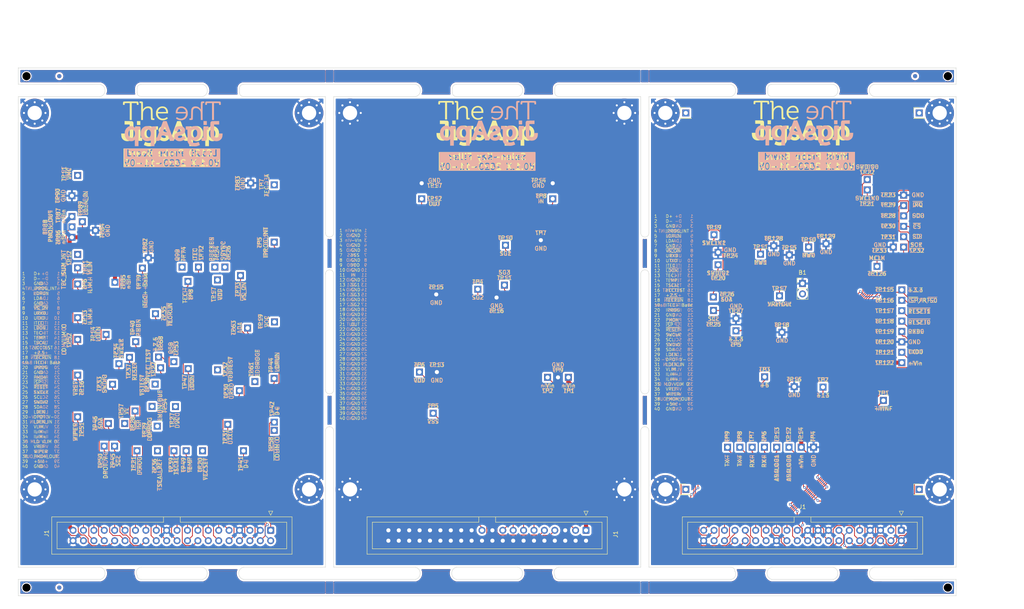
<source format=kicad_pcb>
(kicad_pcb (version 20221018) (generator pcbnew)
  (title_block (title "LC120 Probe Board") (date "2023-11-05") (rev "V0.1.X") (company "ElectroOptical Innovations"))
  (layers (0 "F.Cu" signal) (31 "B.Cu" signal) (34 "B.Paste" user) (35 "F.Paste" user) (36 "B.SilkS" user "B.Silkscreen") (37 "F.SilkS" user "F.Silkscreen") (38 "B.Mask" user) (39 "F.Mask" user) (44 "Edge.Cuts" user))
  (net 0 "")
  (net 1 "Board_0-+2.5")
  (net 2 "Board_0-+5In")
  (net 3 "Board_0-BUCKEN")
  (net 4 "Board_0-D+")
  (net 5 "Board_0-D-")
  (net 6 "Board_0-DPOT V-")
  (net 7 "Board_0-DVCC")
  (net 8 "Board_0-GND")
  (net 9 "Board_0-ILIM+")
  (net 10 "Board_0-ILIM-")
  (net 11 "Board_0-IPROG")
  (net 12 "Board_0-IPROG_INT")
  (net 13 "Board_0-ITEC")
  (net 14 "Board_0-ITEC+ Base")
  (net 15 "Board_0-LD VLIM O")
  (net 16 "Board_0-LDA")
  (net 17 "Board_0-LDEN")
  (net 18 "Board_0-LDEN_IN")
  (net 19 "Board_0-LDPROG")
  (net 20 "Board_0-LDPROGF")
  (net 21 "Board_0-LDRUN")
  (net 22 "Board_0-LMON BUF")
  (net 23 "Board_0-PMON")
  (net 24 "Board_0-PMON_OUT")
  (net 25 "Board_0-Q5B")
  (net 26 "Board_0-Q9B")
  (net 27 "Board_0-SCL")
  (net 28 "Board_0-SDA")
  (net 29 "Board_0-SSYNC")
  (net 30 "Board_0-SWCLK")
  (net 31 "Board_0-SWDIO")
  (net 32 "Board_0-TEC-")
  (net 33 "Board_0-TEC-A")
  (net 34 "Board_0-TEC_SUM")
  (net 35 "Board_0-TEMP")
  (net 36 "Board_0-TSCAL")
  (net 37 "Board_0-TSCAL_REF")
  (net 38 "Board_0-URXD")
  (net 39 "Board_0-UTXD")
  (net 40 "Board_0-VCC")
  (net 41 "Board_0-VCCSET")
  (net 42 "Board_0-VCCTEST")
  (net 43 "Board_0-VDD")
  (net 44 "Board_0-VDDTEST")
  (net 45 "Board_0-VL")
  (net 46 "Board_0-VLIM")
  (net 47 "Board_0-VMC")
  (net 48 "Board_0-VREF")
  (net 49 "Board_0-VSTEST")
  (net 50 "Board_0-WIPER")
  (net 51 "Board_0-~{ISP}")
  (net 52 "Board_0-~{LDLIM} O")
  (net 53 "Board_0-~{LDON}")
  (net 54 "Board_0-~{RESET}")
  (net 55 "Board_0-~{TECRUN}")
  (net 56 "Board_0-~{VS_ON}")
  (net 57 "Board_1-+VIn")
  (net 58 "Board_1--VIn")
  (net 59 "Board_1-GND")
  (net 60 "Board_1-IN")
  (net 61 "Board_1-OUT")
  (net 62 "Board_1-SG1")
  (net 63 "Board_1-SG2")
  (net 64 "Board_1-SG3")
  (net 65 "Board_1-VDD")
  (net 66 "Board_1-VSS")
  (net 67 "Board_2-+13")
  (net 68 "Board_2-+3.3")
  (net 69 "Board_2-+5")
  (net 70 "Board_2-+VINF")
  (net 71 "Board_2-+VIn")
  (net 72 "Board_2-ANALOG0")
  (net 73 "Board_2-ANALOG1")
  (net 74 "Board_2-GND")
  (net 75 "Board_2-MCLK")
  (net 76 "Board_2-MW0")
  (net 77 "Board_2-MW1")
  (net 78 "Board_2-RX+")
  (net 79 "Board_2-RX-")
  (net 80 "Board_2-RXD0")
  (net 81 "Board_2-SCK")
  (net 82 "Board_2-SCL")
  (net 83 "Board_2-SDA")
  (net 84 "Board_2-SDI")
  (net 85 "Board_2-SDO")
  (net 86 "Board_2-SWCLK0")
  (net 87 "Board_2-SWCLK1")
  (net 88 "Board_2-SWDIO0")
  (net 89 "Board_2-SWDIO1")
  (net 90 "Board_2-TX+")
  (net 91 "Board_2-TX-")
  (net 92 "Board_2-TXD0")
  (net 93 "Board_2-VRefOut")
  (net 94 "Board_2-~{CS}")
  (net 95 "Board_2-~{IRQ}")
  (net 96 "Board_2-~{ISP}{slash}RTS0")
  (net 97 "Board_2-~{RESET0}")
  (net 98 "Board_2-~{RESET1}")
  (footprint "test-probes:R100-2W" (layer "F.Cu") (at 32.6635 75.7197 180)
    (fp_text reference "TP54")
    (fp_text value "LMON BUF")
  )
  (footprint "test-probes:R100-2W" (layer "F.Cu") (at 48.6689 66.7894 180)
    (fp_text reference "TP32")
    (fp_text value "VDDTEST")
  )
  (footprint "test-probes:R100-2W" (layer "F.Cu") (at 181.25 38.5)
    (fp_text reference "TP11")
    (fp_text value "MW1")
  )
  (footprint "Fiducial" (layer "F.Cu") (at 219 -5.0005)
    (fp_text reference "KiKit_FID_T_2" hide)
    (fp_text value "Fiducial" hide)
  )
  (footprint "test-probes:R100-2W" (layer "F.Cu") (at 33.4914 53.0661 180)
    (fp_text reference "TP35")
    (fp_text value "~{TECRUN}")
  )
  (footprint "test-probes:R100-2W" (layer "F.Cu") (at 62.5514 55.0661 180)
    (fp_text reference "TP19")
    (fp_text value "VCC")
  )
  (footprint "PinHeader_1x01_P2.54mm_Vertical" (layer "F.Cu") (at 163 4)
    (fp_text reference "MH8" hide)
    (fp_text value "Conn_01x01_Male")
  )
  (footprint "test-probes:R100-2W" (layer "F.Cu") (at 43.9914 41.6661 180)
    (fp_text reference "TP72")
    (fp_text value "ITEC")
  )
  (footprint "test-probes:R100-2W" (layer "F.Cu") (at 47.9914 41.6661 180)
    (fp_text reference "TP24")
    (fp_text value "BUCKEN")
  )
  (footprint "test-probes:R100-2W" (layer "F.Cu") (at 170.901 41.11)
    (fp_text reference "TP20")
    (fp_text value "SWDIO1")
  )
  (footprint "test-probes:R100-2W" (layer "F.Cu") (at 14.4914 59.3471 180)
    (fp_text reference "TP52")
    (fp_text value "LD VLIM O")
  )
  (footprint "test-probes:R100-2W" (layer "F.Cu") (at 209.7 41.5 180)
    (fp_text reference "TP126")
    (fp_text value "MCLK")
  )
  (footprint "test-probes:R100-2W" (layer "F.Cu") (at 23.009 70.3154 180)
    (fp_text reference "TP33")
    (fp_text value "SWDIO")
  )
  (footprint "test-probes:R100-2W" (layer "F.Cu") (at 50.4422 41.6661 180)
    (fp_text reference "TP26")
    (fp_text value "SSYNC")
  )
  (footprint "MountingHole_3.5mm_Pad_Via_Paste" (layer "F.Cu") (at 148 96)
    (fp_text reference "MH4")
    (fp_text value "Conn_01x01_Male")
  )
  (footprint "test-probes:R100-2W" (layer "F.Cu") (at 179.2 85.7)
    (fp_text reference "TP7")
    (fp_text value "RX-")
  )
  (footprint "MountingHole_3.5mm_Pad_Via_Paste" (layer "F.Cu") (at 71 96 90)
    (fp_text reference "MH3")
    (fp_text value "Conn_01x01_Male")
  )
  (footprint "test-probes:R100-2W" (layer "F.Cu") (at 112.2095 47.073)
    (fp_text reference "TP4")
    (fp_text value "SG2")
  )
  (footprint "test-probes:R100-2W" (layer "F.Cu") (at 98.498 21.171)
    (fp_text reference "TP17")
    (fp_text value "GND")
  )
  (footprint "LOGO" (layer "F.Cu") (at 191.5 5.825)
    (fp_text reference "G***" hide)
    (fp_text value "LOGO" hide)
  )
  (footprint "test-probes:R100-2W" (layer "F.Cu") (at 37.9914 86.5661 180)
    (fp_text reference "TP39")
    (fp_text value "TSCAL")
  )
  (footprint "test-probes:R100-2W" (layer "F.Cu") (at 37.9679 64.7898 180)
    (fp_text reference "TP53")
    (fp_text value "Q5B")
  )
  (footprint "MountingHole_3.5mm_Pad_Via_Paste" (layer "F.Cu") (at 158 96)
    (fp_text reference "MH3")
    (fp_text value "Conn_01x01_Male")
  )
  (footprint "test-probes:R100-2W" (layer "F.Cu") (at 28.5197 76.8366 180)
    (fp_text reference "TP28")
    (fp_text value "~{ISP}")
  )
  (footprint "test-probes:R100-2W" (layer "F.Cu") (at 39.9914 41.6661 180)
    (fp_text reference "TP74")
    (fp_text value "Q9B")
  )
  (footprint "test-probes:R100-2W" (layer "F.Cu") (at 207.31 20.27)
    (fp_text reference "TP22")
    (fp_text value "SWDIO0")
  )
  (footprint "NPTH" (layer "F.Cu") (at 227 -5.0005)
    (fp_text reference "KiKit_TO_2" hide)
    (fp_text value "NPTH" hide)
  )
  (footprint "test-probes:R100-2W" (layer "F.Cu") (at 28.6693 59.8911 180)
    (fp_text reference "TP40")
    (fp_text value "PMON")
  )
  (footprint "LOGO" (layer "F.Cu") (at 37.5 6)
    (fp_text reference "G***" hide)
    (fp_text value "LOGO" hide)
  )
  (footprint "MountingHole_3.5mm_Pad_Via_Paste" (layer "F.Cu") (at 4 96 90)
    (fp_text reference "MH4")
    (fp_text value "Conn_01x01_Male")
  )
  (footprint "test-probes:R100-2W" (layer "F.Cu") (at 175.25 57.25)
    (fp_text reference "TP5")
    (fp_text value "+3.3")
  )
  (footprint "test-probes:R100-2W" (layer "F.Cu") (at 215.75 49.79)
    (fp_text reference "TP116")
    (fp_text value "~{ISP}{slash}RTS0")
  )
  (footprint "test-probes:R100-2W" (layer "F.Cu") (at 215.75 62.49)
    (fp_text reference "TP121")
    (fp_text value "TXD0")
  )
  (footprint "NPTH" (layer "F.Cu") (at 2 -5.0005)
    (fp_text reference "KiKit_TO_1" hide)
    (fp_text value "NPTH" hide)
  )
  (footprint "test-probes:R100-2W" (layer "F.Cu") (at 56.7385 21.1144 -90)
    (fp_text reference "TP83")
    (fp_text value "GND")
  )
  (footprint "test-probes:R100-2W" (layer "F.Cu") (at 188.2 85.7)
    (fp_text reference "TP12")
    (fp_text value "ANALOG0")
  )
  (footprint "test-probes:R100-2W" (layer "F.Cu") (at 169.718 48.972)
    (fp_text reference "TP26")
    (fp_text value "SDA")
  )
  (footprint "test-probes:R100-2W" (layer "F.Cu") (at 40.9914 86.5661 180)
    (fp_text reference "TP49")
    (fp_text value "TEMP")
  )
  (footprint "test-probes:R100-2W" (layer "F.Cu") (at 131.785 68.618)
    (fp_text reference "TP9")
    (fp_text value "GND")
  )
  (footprint "test-probes:R100-2W" (layer "F.Cu") (at 216.2 26.62 180)
    (fp_text reference "TP29")
    (fp_text value "~{IRQ}")
  )
  (footprint "PinHeader_1x01_P2.54mm_Vertical" (layer "F.Cu") (at 163 96)
    (fp_text reference "MH7" hide)
    (fp_text value "Conn_01x01_Male")
  )
  (footprint "test-probes:R100-2W" (layer "F.Cu") (at 216.2 24.08 180)
    (fp_text reference "TP23")
    (fp_text value "GND")
  )
  (footprint "test-probes:R100-2W" (layer "F.Cu") (at 44.9914 86.5661 180)
    (fp_text reference "TP20")
    (fp_text value "VCCSET")
  )
  (footprint "test-probes:R100-2W" (layer "F.Cu") (at 189.475 70.9)
    (fp_text reference "TP16")
    (fp_text value "GND")
  )
  (footprint "test-probes:R100-2W" (layer "F.Cu") (at 216.2 36.78 180)
    (fp_text reference "TP32")
    (fp_text value "SCK")
  )
  (footprint "MountingHole_3.5mm_Pad_Via_Paste" (layer "F.Cu") (at 225 96)
    (fp_text reference "MH1")
    (fp_text value "Conn_01x01_Male")
  )
  (footprint "test-probes:R100-2W" (layer "F.Cu") (at 182.2 85.7)
    (fp_text reference "TP6")
    (fp_text value "RX+")
  )
  (footprint "MountingHole_3.5mm_Pad_Via_Paste" (layer "F.Cu") (at 81 4)
    (fp_text reference "MH1")
    (fp_text value "Conn_01x01_Male")
  )
  (footprint "test-probes:R100-2W" (layer "F.Cu") (at 13.0864 34.3863 -90)
    (fp_text reference "TP86")
    (fp_text value "+5In")
  )
  (footprint "test-probes:R100-2W" (layer "F.Cu") (at 193 36.75)
    (fp_text reference "TP10")
    (fp_text value "MW0")
  )
  (footprint "test-probes:R100-2W" (layer "F.Cu") (at 14.4914 41.8555 180)
    (fp_text reference "TP81")
    (fp_text value "VLIM")
  )
  (footprint "NPTH" (layer "F.Cu") (at 227 120.001)
    (fp_text reference "KiKit_TO_4" hide)
    (fp_text value "NPTH" hide)
  )
  (footprint "MountingHole_3.5mm_Pad_Via_Paste" (layer "F.Cu") (at 158 4)
    (fp_text reference "MH4")
    (fp_text value "Conn_01x01_Male")
  )
  (footprint "test-probes:R100-2W" (layer "F.Cu") (at 15.6264 30.5763 -90)
    (fp_text reference "TP89")
    (fp_text value "LDEN_IN")
  )
  (footprint "test-probes:R100-2W" (layer "F.Cu") (at 13.0864 29.3063 -90)
    (fp_text reference "TP87")
    (fp_text value "+5In")
  )
  (footprint "test-probes:R100-2W" (layer "F.Cu") (at 33.4155 70.2623 180)
    (fp_text reference "TP38")
    (fp_text value "VSTEST")
  )
  (footprint "test-probes:R100-2W" (layer "F.Cu") (at 38.373 75.7569 180)
    (fp_text reference "TP27")
    (fp_text value "DVCC")
  )
  (footprint "test-probes:R100-2W" (layer "F.Cu") (at 188.275 38.7)
    (fp_text reference "TP15")
    (fp_text value "GND")
  )
  (footprint "test-probes:R100-2W" (layer "F.Cu") (at 216.2 29.16 180)
    (fp_text reference "TP28")
    (fp_text value "SDO")
  )
  (footprint "test-probes:R100-2W" (layer "F.Cu") (at 14.4914 54.0336 180)
    (fp_text reference "TP13")
    (fp_text value "ILIM+")
  )
  (footprint "board" (layer "F.Cu") (at 191.5 57.5)
    (fp_text reference "BOARD" hide)
    (fp_text value "BOARD" hide)
  )
  (footprint "test-probes:R100-2W" (layer "F.Cu") (at 182.25 68.5)
    (fp_text reference "TP3")
    (fp_text value "+5")
  )
  (footprint "test-probes:R100-2W" (layer "F.Cu") (at 25.9914 79.8931 180)
    (fp_text reference "TP57")
    (fp_text value "VL")
  )
  (footprint "test-probes:R100-2W" (layer "F.Cu") (at 211.25 74.25)
    (fp_text reference "TP1")
    (fp_text value "+VINF")
  )
  (footprint "test-probes:R100-2W" (layer "F.Cu") (at 97.9595 67.323)
    (fp_text reference "TP6")
    (fp_text value "VDD")
  )
  (footprint "test-probes:R100-2W" (layer "F.Cu") (at 20.9653 85.4206 90)
    (fp_text reference "TP50")
    (fp_text value "DPOT V-")
  )
  (footprint "test-probes:R100-2W" (layer "F.Cu") (at 14.4781 78.2788 180)
    (fp_text reference "TP51")
    (fp_text value "WIPER")
  )
  (footprint "test-probes:R100-2W" (layer "F.Cu") (at 185.2 85.7)
    (fp_text reference "TP13")
    (fp_text value "ANALOG1")
  )
  (footprint "PinHeader_1x01_P2.54mm_Vertical" (layer "F.Cu") (at 220 96)
    (fp_text reference "MH5" hide)
    (fp_text value "Conn_01x01_Male")
  )
  (footprint "test-probes:R100-2W" (layer "F.Cu") (at 215.75 65.03)
    (fp_text reference "TP122")
    (fp_text value "+VIn")
  )
  (footprint "test-probes:R100-2W" (layer "F.Cu") (at 30.2947 41.9212 180)
    (fp_text reference "TP79")
    (fp_text value "ITEC+ Base")
  )
  (footprint "test-probes:R100-2W" (layer "F.Cu") (at 129.245 68.618)
    (fp_text reference "TP2")
    (fp_text value "-VIn")
  )
  (footprint "IDC-Header_2x20_P2.54mm_Vertical" (layer "F.Cu") (at 215.63 106 -90)
    (fp_text reference "J1")
    (fp_text value "Conn_01x40_Female")
  )
  (footprint "test-probes:R100-2W" (layer "F.Cu") (at 215.75 54.87)
    (fp_text reference "TP118")
    (fp_text value "~{RESET0}")
  )
  (footprint "board" (layer "F.Cu") (at 37.5 57.5 90)
    (fp_text reference "BOARD" hide)
    (fp_text value "BOARD" hide)
  )
  (footprint "test-probes:R100-2W" (layer "F.Cu") (at 24.5699 65.2782 180)
    (fp_text reference "TP34")
    (fp_text value "SWCLK")
  )
  (footprint "Fiducial" (layer "F.Cu") (at 10 -5.0005)
    (fp_text reference "KiKit_FID_T_1" hide)
    (fp_text value "Fiducial" hide)
  )
  (footprint "test-probes:R100-2W" (layer "F.Cu") (at 215.75 59.95)
    (fp_text reference "TP120")
    (fp_text value "GND")
  )
  (footprint "test-probes:R100-2W" (layer "F.Cu") (at 175.255 54.204)
    (fp_text reference "TP27")
    (fp_text value "GND")
  )
  (footprint "test-probes:R100-2W" (layer "F.Cu") (at 101.305 77.389)
    (fp_text reference "TP5")
    (fp_text value "VSS")
  )
  (footprint "test-probes:R100-2W" (layer "F.Cu") (at 216.2 31.7 180)
    (fp_text reference "TP30")
    (fp_text value "~{CS}")
  )
  (footprint "test-probes:R100-2W" (layer "F.Cu") (at 31.7385 39.4144)
    (fp_text reference "TP82")
    (fp_text value "GND")
  )
  (footprint "MountingHole_3.5mm_Pad_Via_Paste" (layer "F.Cu") (at 4 4 90)
    (fp_text reference "MH2")
    (fp_text value "Conn_01x01_Male")
  )
  (footprint "test-probes:R100-2W" (layer "F.Cu") (at 53.9914 71.8661 180)
    (fp_text reference "TP30")
    (fp_text value "URXD")
  )
  (footprint "test-probes:R100-2W" (layer "F.Cu") (at 62.4914 21.5661 180)
    (fp_text reference "TP7")
    (fp_text value "TEC-_A")
  )
  (footprint "test-probes:R100-2W" (layer "F.Cu") (at 213.66 36.78 180)
    (fp_text reference "TP33")
    (fp_text value "GND")
  )
  (footprint "test-probes:R100-2W" (layer "F.Cu") (at 102.054 48.349)
    (fp_text reference "TP15")
    (fp_text value "GND")
  )
  (footprint "test-probes:R100-2W" (layer "F.Cu") (at 134.325 68.618)
    (fp_text reference "TP1")
    (fp_text value "+VIn")
  )
  (footprint "test-probes:R100-2W" (layer "F.Cu") (at 55.9914 56.5661 180)
    (fp_text reference "TP63")
    (fp_text value "LDA")
  )
  (footprint "test-probes:R100-2W" (layer "F.Cu") (at 215.75 57.41)
    (fp_text reference "TP119")
    (fp_text value "RXD0")
  )
  (footprint "IDC-Header_2x20_P2.54mm_Vertical" (layer "F.Cu") (at 61.63 106 -90)
    (fp_text reference "J1")
    (fp_text value "Conn_01x40_Female")
  )
  (footprint "test-probes:R100-2W" (layer "F.Cu") (at 48.6378 44.8128 180)
    (fp_text reference "TP17")
    (fp_text value "VDD")
  )
  (footprint "MountingHole_3.5mm_Pad_Via_Paste" (layer "F.Cu") (at 148 4)
    (fp_text reference "MH3")
    (fp_text value "Conn_01x01_Male")
  )
  (footprint "test-probes:R100-2W" (layer "F.Cu") (at 34.7389 66.2888 180)
    (fp_text reference "TP22")
    (fp_text value "VCC_TEST")
  )
  (footprint "Fiducial" (layer "F.Cu") (at 10 120.001)
    (fp_text reference "KiKit_FID_T_3" hide)
    (fp_text value "Fiducial" hide)
  )
  (footprint "test-probes:R100-2W" (layer "F.Cu") (at 116.786 49.111)
    (fp_text reference "TP16")
    (fp_text value "GND")
  )
  (footprint "test-probes:R100-2W" (layer "F.Cu") (at 169.769 52.274)
    (fp_text reference "TP25")
    (fp_text value "SCL")
  )
  (footprint "test-probes:R100-2W" (layer "F.Cu") (at 54.2541 43.7342 180)
    (fp_text reference "TP73")
    (fp_text value "~{VS_ON}")
  )
  (footprint "test-probes:R100-2W" (layer "F.Cu") (at 62.4914 81.5661 90)
    (fp_text reference "TP58")
    (fp_text value "~{LDLIM} O")
  )
  (footprint "test-probes:R100-2W" (layer "F.Cu") (at 127.594 35.09)
    (fp_text reference "TP7")
    (fp_text value "GND")
  )
  (footprint "test-probes:R100-2W" (layer "F.Cu") (at 118.9595 36.323)
    (fp_text reference "TP10")
    (fp_text value "SG1")
  )
  (footprint "test-probes:R100-2W" (layer "F.Cu") (at 33.9248 80.5428 180)
    (fp_text reference "TP29")
    (fp_text value "LDPROG")
  )
  (footprint "test-probes:R100-2W" (layer "F.Cu") (at 23.5053 85.4206 90)
    (fp_text reference "TP45")
    (fp_text value "SCL")
  )
  (footprint "MountingHole_3.5mm_Pad_Via_Paste" (layer "F.Cu") (at 81 96)
    (fp_text reference "MH2")
    (fp_text value "Conn_01x01_Male")
  )
  (footprint "test-probes:R100-2W" (layer "F.Cu") (at 215.75 47.25)
    (fp_text reference "TP115")
    (fp_text value "+3.3")
  )
  (footprint "test-probes:R100-2W" (layer "F.Cu") (at 196.5 71)
    (fp_text reference "TP2")
    (fp_text value "+13")
  )
  (footprint "test-probes:R100-2W" (layer "F.Cu") (at 173.2 85.7)
    (fp_text reference "TP9")
    (fp_text value "TX-")
  )
  (footprint "test-probes:R100-2W" (layer "F.Cu") (at 169.885 33.744)
    (fp_text reference "TP19")
    (fp_text value "SWCLK1")
  )
  (footprint "LOGO" (layer "F.Cu") (at 114.5 5.88)
    (fp_text reference "G***" hide)
    (fp_text value "LOGO" hide)
  )
  (footprint "test-probes:R100-2W" (layer "F.Cu") (at 207.31 22.81)
    (fp_text reference "TP21")
    (fp_text value "SWCLK0")
  )
  (footprint "test-probes:R100-2W" (layer "F.Cu") (at 54.9914 86.5661 180)
    (fp_text reference "TP41")
    (fp_text value "D-")
  )
  (footprint "test-probes:R100-2W" (layer "F.Cu") (at 23.5994 45.3729 180)
    (fp_text reference "TP85")
    (fp_text value "+5In")
  )
  (footprint "test-probes:R100-2W" (layer "F.Cu") (at 41.4811 66.4835 180)
    (fp_text reference "TP47")
    (fp_text value "~{LDON}")
  )
  (footprint "test-probes:R100-2W" (layer "F.Cu") (at 14.4914 45.8052 180)
    (fp_text reference "TP6")
    (fp_text value "ILIM-")
  )
  (footprint "test-probes:R100-2W" (layer "F.Cu") (at 62.4914 68.88 180)
    (fp_text reference "TP44")
    (fp_text value "LDRUN")
  )
  (footprint "test-probes:R100-2W" (layer "F.Cu") (at 21.9914 79.8931 180)
    (fp_text reference "TP46")
    (fp_text value "SDA")
  )
  (footprint "test-probes:R100-2W" (layer "F.Cu") (at 18.8385 32.6944 -90)
    (fp_text reference "TP84")
    (fp_text value "GND")
  )
  (footprint "test-probes:R100-2W" (layer "F.Cu") (at 13.0864 31.8463 -90)
    (fp_text reference "TP88")
    (fp_text value "PMON_OUT")
  )
  (footprint "test-probes:R100-2W" (layer "F.Cu") (at 14.4914 38.5775 180)
    (fp_text reference "TP12")
    (fp_text value "TEC_SUM INT")
  )
  (footprint "test-probes:R100-2W" (layer "F.Cu") (at 194.2 85.7)
    (fp_text reference "TP4")
    (fp_text value "GND")
  )
  (footprint "test-probes:R100-2W" (layer "F.Cu") (at 186.475 57.6)
    (fp_text reference "TP18")
    (fp_text value "GND")
  )
  (footprint "test-probes:R100-2W" (layer "F.Cu") (at 185.875 48.7)
    (fp_text reference "TP17")
    (fp_text value "VRefOut")
  )
  (footprint "test-probes:R100-2W" (layer "F.Cu") (at 33.9914 86.5661 180)
    (fp_text reference "TP36")
    (fp_text value "TSCAL_REF")
  )
  (footprint "test-probes:R100-2W" (layer "F.Cu") (at 57.772 69.637 180)
    (fp_text reference "TP61")
    (fp_text value "LDPROGF")
  )
  (footprint "test-probes:R100-2W" (layer "F.Cu") (at 21.4256 58.1316 180)
    (fp_text reference "TP14")
    (fp_text value "LDEN")
  )
  (footprint "test-probes:R100-2W" (layer "F.Cu") (at 215.75 52.33)
    (fp_text reference "TP117")
    (fp_text value "~{RESET1}")
  )
  (footprint "test-probes:R100-2W" (layer "F.Cu") (at 197.25 35.95)
    (fp_text reference "TP129")
    (fp_text value "GND")
  )
  (footprint "IDC-Header_2x20_P2.54mm_Vertical" (layer "F.Cu") (at 138.63 106 -90)
    (fp_text reference "J1")
    (fp_text value "Conn_01x40_Female")
  )
  (footprint "test-probes:R100-2W" (layer "F.Cu") (at 28.9914 86.5661 180)
    (fp_text reference "TP21")
    (fp_text value "IPROG")
  )
  (footprint "test-probes:R100-2W" (layer "F.Cu") (at 27.1413 63.7375 180)
    (fp_text reference "TP37")
    (fp_text value "RESET")
  )
  (footprint "test-probes:R100-2W" (layer "F.Cu") (at 34.2547 63.645 180)
    (fp_text reference "TP68")
    (fp_text value "+2.5")
  )
  (footprint "test-probes:R100-2W" (layer "F.Cu") (at 102.2095 67.323)
    (fp_text reference "TP13")
    (fp_text value "GND")
  )
  (footprint "test-probes:R100-2W" (layer "F.Cu") (at 62.4914 79.5661 180)
    (fp_text reference "TP42")
    (fp_text value "D+")
  )
  (footprint "test-probes:R100-2W" (layer "F.Cu") (at 130.502 21.171)
    (fp_text reference "TP14")
    (fp_text value "GND")
  )
  (footprint "test-probes:R100-2W" (layer "F.Cu") (at 191.2 85.7)
    (fp_text reference "TP14")
    (fp_text value "+VIn")
  )
  (footprint "test-probes:R100-2W" (layer "F.Cu") (at 98.498 24.981)
    (fp_text reference "TP12")
    (fp_text value "OUT")
  )
  (footprint "test-probes:R100-2W" (layer "F.Cu") (at 184.475 36.475)
    (fp_text reference "TP128")
    (fp_text value "GND")
  )
  (footprint "test-probes:R100-2W" (layer "F.Cu") (at 14.4914 68.0661 180)
    (fp_text reference "TP16")
    (fp_text value "VREF")
  )
  (footprint "PinHeader_1x01_P2.54mm_Vertical" (layer "F.Cu") (at 220 4)
    (fp_text reference "MH6" hide)
    (fp_text value "Conn_01x01_Male")
  )
  (footprint "test-probes:R100-2W" (layer "F.Cu") (at 118.7095 46.073)
    (fp_text reference "TP11")
    (fp_text value "SG3")
  )
  (footprint "test-probes:R100-2W" (layer "F.Cu") (at 41.4204 45.173 180)
    (fp_text reference "TP8")
    (fp_text value "TEC-")
  )
  (footprint "test-probes:R100-2W" (layer "F.Cu") (at 62.4914 35.5661 180)
    (fp_text reference "TP5")
    (fp_text value "IPROG_INT")
  )
  (footprint "test-probes:R100-2W" (layer "F.Cu") (at 130.502 24.981)
    (fp_text reference "TP8")
    (fp_text value "IN")
  )
  (footprint "MountingHole_3.5mm_Pad_Via_Paste" (layer "F.Cu") (at 225 4)
    (fp_text reference "MH2")
    (fp_text value "Conn_01x01_Male")
  )
  (footprint "test-probes:R100-2W" (layer "F.Cu") (at 216.2 34.24 180)
    (fp_text reference "TP31")
    (fp_text value "SDI")
  )
  (footprint "test-probes:R100-2W" (layer "F.Cu") (at 176.2 85.7)
    (fp_text reference "TP8")
    (fp_text value "TX+")
  )
  (footprint "PinHeader_1x02_P2.54mm_Vertical" (layer "F.Cu") (at 191.5 45.68)
    (fp_text reference "B1")
    (fp_text value "Conn_01x02_Male")
  )
  (footprint "test-probes:R100-2W" (layer "F.Cu") (at 14.4914 19.2686 90)
    (fp_text reference "TP11")
    (fp_text value "VMC")
  )
  (footprint "test-probes:R100-2W" (layer "F.Cu") (at 51.1357 80.1109 180)
    (fp_text reference "TP31")
    (fp_text value "UTXD")
  )
  (footprint "test-probes:R100-2W" (layer "F.Cu") (at 170.901 38.062)
    (fp_text reference "TP24")
    (fp_text value "GND")
  )
  (footprint "board" (layer "F.Cu") (at 114.5 57.5)
    (fp_text reference "BOARD" hide)
    (fp_text value "BOARD" hide)
  )
  (footprint "NPTH" (layer "F.Cu") (at 2 120.001)
    (fp_text reference "KiKit_TO_3" hide)
    (fp_text value "NPTH" hide)
  )
  (footprint "test-probes:R100-2W" (layer "F.Cu") (at 13.0864 24.2263 -90)
    (fp_text reference "TP90")
    (fp_text value "GND")
  )
  (footprint "MountingHole_3.5mm_Pad_Via_Paste" (layer "F.Cu") (at 71 4 90)
    (fp_text reference "MH1")
    (fp_text value "Conn_01x01_Male")
  )
  (footprint "LOGO" (layer "B.Cu") (at 114.5 5.88 180)
    (fp_text reference "G***" hide)
    (fp_text value "LOGO" hide)
  )
  (footprint "Fiducial" (layer "B.Cu") (at 10 -5.0005)
    (fp_text reference "KiKit_FID_B_1" hide)
    (fp_text value "Fiducial" hide)
  )
  (footprint "Fiducial" (layer "B.Cu") (at 10 120.001)
    (fp_text reference "KiKit_FID_B_3" hide)
    (fp_text value "Fiducial" hide)
  )
  (footprint "LOGO" (layer "B.Cu") (at 37.5 6 180)
    (fp_text reference "G***" hide)
    (fp_text value "LOGO" hide)
  )
  (footprint "Fiducial" (layer "B.Cu") (at 219 -5.0005)
    (fp_text reference "KiKit_FID_B_2" hide)
    (fp_text value "Fiducial" hide)
  )
  (footprint "LOGO" (layer "B.Cu") (at 191.5 5.825 180)
    (fp_text reference "G***" hide)
    (fp_text value "LOGO" hide)
  )
  (gr_line (start 55.025741 115) (end 74.987727 115) (stroke (width 0.1)) (layer "Edge.Cuts"))
  (gr_line (start 228.999996 -3.012527) (end 229 -3.012772) (stroke (width 0.1)) (layer "Edge.Cuts"))
  (gr_line (start 122.008877 118.001) (end 106.990825 118.001) (stroke (width 0.1)) (layer "Edge.Cuts"))
  (gr_line (start 0.000003 118.013027) (end 0 118.013272) (stroke (width 0.1)) (layer "Edge.Cuts"))
  (gr_arc (start 76.00241 80.66835) (mid 76.683909 80.93889) (end 76.998269 81.638364) (stroke (width 0.1)) (layer "Edge.Cuts"))
  (gr_line (start 54.976288 115.001229) (end 55.025741 115) (stroke (width 0.1)) (layer "Edge.Cuts"))
  (gr_line (start 174.008877 118.001) (end 131.990825 118.001) (stroke (width 0.1)) (layer "Edge.Cuts"))
  (gr_line (start 0 0.012272) (end 0 114.987727) (stroke (width 0.1)) (layer "Edge.Cuts"))
  (gr_line (start 229 -3.012772) (end 229 -6.988227) (stroke (width 0.1)) (layer "Edge.Cuts"))
  (gr_arc (start 106.000999 -2.010377) (mid 106.25746 -2.675341) (end 106.942423 -2.999304) (stroke (width 0.1)) (layer "Edge.Cuts"))
  (gr_arc (start 174.999 116.012216) (mid 174.742539 117.675841) (end 174.057576 117.999804) (stroke (width 0.1)) (layer "Edge.Cuts"))
  (gr_arc (start 54.001 -2.010377) (mid 54.25746 -2.675341) (end 54.942423 -2.999304) (stroke (width 0.1)) (layer "Edge.Cuts"))
  (gr_line (start 29.990825 118.001) (end 29.990825 118.001) (stroke (width 0.1)) (layer "Edge.Cuts"))
  (gr_arc (start 228.987975 118.000998) (mid 228.997089 118.004082) (end 229 118.013269) (stroke (width 0.1)) (layer "Edge.Cuts"))
  (gr_line (start 45.023711 -0.001229) (end 44.974258 0) (stroke (width 0.1)) (layer "Edge.Cuts"))
  (gr_line (start 75.001239 43.309528) (end 75.002444 43.285399) (stroke (width 0.1)) (layer "Edge.Cuts"))
  (gr_line (start 54.001 -1.012216) (end 54.001 -2.010377) (stroke (width 0.1)) (layer "Edge.Cuts"))
  (gr_arc (start 183.000999 -2.010377) (mid 183.25746 -2.675341) (end 183.942423 -2.999304) (stroke (width 0.1)) (layer "Edge.Cuts"))
  (gr_arc (start 228.999996 114.987972) (mid 228.996914 114.997085) (end 228.987727 115) (stroke (width 0.1)) (layer "Edge.Cuts"))
  (gr_arc (start 77.012027 114.999996) (mid 77.002915 114.996914) (end 77 114.987727) (stroke (width 0.1)) (layer "Edge.Cuts"))
  (gr_arc (start 45.00873 -3.0005) (mid 45.965323 -0.745443) (end 45.023711 -0.001229) (stroke (width 0.1)) (layer "Edge.Cuts"))
  (gr_arc (start 199.00873 -3.0005) (mid 199.965323 -0.745443) (end 199.023711 -0.001229) (stroke (width 0.1)) (layer "Edge.Cuts"))
  (gr_line (start 0 118.013272) (end 0 121.988727) (stroke (width 0.1)) (layer "Edge.Cuts"))
  (gr_line (start 228.999996 121.988972) (end 229 121.988727) (stroke (width 0.1)) (layer "Edge.Cuts"))
  (gr_line (start 228.987975 118.000998) (end 228.98773 118.000995) (stroke (width 0.1)) (layer "Edge.Cuts"))
  (gr_line (start 77 0.012272) (end 77 33.303287) (stroke (width 0.1)) (layer "Edge.Cuts"))
  (gr_line (start 184.025741 115) (end 198.977094 115) (stroke (width 0.1)) (layer "Edge.Cuts"))
  (gr_line (start 54.990825 118.001) (end 54.990825 118.001) (stroke (width 0.1)) (layer "Edge.Cuts"))
  (gr_line (start 183.976288 115.001229) (end 184.025741 115) (stroke (width 0.1)) (layer "Edge.Cuts"))
  (gr_line (start 131.991122 -3.0005) (end 174.00873 -3.0005) (stroke (width 0.1)) (layer "Edge.Cuts"))
  (gr_line (start 154 0.012272) (end 154 33.303287) (stroke (width 0.1)) (layer "Edge.Cuts"))
  (gr_arc (start 154 71.636314) (mid 153.692815 72.385439) (end 153.00241 72.664982) (stroke (width 0.1)) (layer "Edge.Cuts"))
  (gr_line (start 29.942423 -2.999304) (end 29.991122 -3.0005) (stroke (width 0.1)) (layer "Edge.Cuts"))
  (gr_arc (start 132.022905 0) (mid 131.334628 -0.255594) (end 131.001299 -0.987799) (stroke (width 0.1)) (layer "Edge.Cuts"))
  (gr_line (start 77.000003 0.012027) (end 77 0.012272) (stroke (width 0.1)) (layer "Edge.Cuts"))
  (gr_arc (start 154.012027 114.999996) (mid 154.002915 114.996914) (end 154 114.987727) (stroke (width 0.1)) (layer "Edge.Cuts"))
  (gr_arc (start 228.999996 -3.012527) (mid 228.996914 -3.003415) (end 228.987727 -3.0005) (stroke (width 0.1)) (layer "Edge.Cuts"))
  (gr_line (start 152.000375 43.361757) (end 152.000375 43.361757) (stroke (width 0.1)) (layer "Edge.Cuts"))
  (gr_arc (start 173.977094 115) (mid 174.679906 115.268989) (end 174.9987 115.987799) (stroke (width 0.1)) (layer "Edge.Cuts"))
  (gr_arc (start 107.022905 0) (mid 106.349562 -0.242557) (end 106.001299 -0.987799) (stroke (width 0.1)) (layer "Edge.Cuts"))
  (gr_arc (start 122.00873 -3.0005) (mid 122.9653 -0.745354) (end 122.023711 -0.001229) (stroke (width 0.1)) (layer "Edge.Cuts"))
  (gr_arc (start 153.00241 80.66835) (mid 153.683909 80.93889) (end 153.998269 81.638364) (stroke (width 0.1)) (layer "Edge.Cuts"))
  (gr_line (start 152 114.987727) (end 152 81.697019) (stroke (width 0.1)) (layer "Edge.Cuts"))
  (gr_line (start 77 43.363685) (end 77 71.636314) (stroke (width 0.1)) (layer "Edge.Cuts"))
  (gr_arc (start 75.997589 72.664982) (mid 75.31609 72.394442) (end 75.00173 71.694968) (stroke (width 0.1)) (layer "Edge.Cuts"))
  (gr_line (start 229 121.988727) (end 229 118.013269) (stroke (width 0.1)) (layer "Edge.Cuts"))
  (gr_arc (start 97.00873 -3.0005) (mid 97.951815 -0.698841) (end 97.023711 -0.001229) (stroke (width 0.1)) (layer "Edge.Cuts"))
  (gr_line (start 29.991122 -3.0005) (end 45.00873 -3.0005) (stroke (width 0.1)) (layer "Edge.Cuts"))
  (gr_line (start 132.025741 115) (end 151.987727 115) (stroke (width 0.1)) (layer "Edge.Cuts"))
  (gr_line (start 97.023711 -0.001229) (end 96.974258 0) (stroke (width 0.1)) (layer "Edge.Cuts"))
  (gr_line (start 131.001 -1.012216) (end 131.001 -2.010377) (stroke (width 0.1)) (layer "Edge.Cuts"))
  (gr_line (start 131.001 -2.010377) (end 131.001 -2.010377) (stroke (width 0.1)) (layer "Edge.Cuts"))
  (gr_line (start 208.942565 -2.999304) (end 208.991269 -3.0005) (stroke (width 0.1)) (layer "Edge.Cuts"))
  (gr_line (start 29.000999 -1.012216) (end 29.000999 -2.010377) (stroke (width 0.1)) (layer "Edge.Cuts"))
  (gr_arc (start 183.990825 118.001) (mid 183.03459 115.745769) (end 183.976288 115.001229) (stroke (width 0.1)) (layer "Edge.Cuts"))
  (gr_arc (start 228.987972 -7.000496) (mid 228.997085 -6.997414) (end 229 -6.988227) (stroke (width 0.1)) (layer "Edge.Cuts"))
  (gr_line (start 0.012027 -7.000496) (end 0.009809 -7.000442) (stroke (width 0.1)) (layer "Edge.Cuts"))
  (gr_arc (start 77.000003 0.012027) (mid 77.003085 0.002915) (end 77.012272 0) (stroke (width 0.1)) (layer "Edge.Cuts"))
  (gr_line (start 153.998269 81.638364) (end 154 81.697019) (stroke (width 0.1)) (layer "Edge.Cuts"))
  (gr_line (start 45.057576 117.999804) (end 45.008877 118.001) (stroke (width 0.1)) (layer "Edge.Cuts"))
  (gr_line (start 20.057434 117.999804) (end 20.00873 118.001) (stroke (width 0.1)) (layer "Edge.Cuts"))
  (gr_line (start 75.997589 80.66835) (end 76.00241 80.66835) (stroke (width 0.1)) (layer "Edge.Cuts"))
  (gr_arc (start 20.009066 -2.9937) (mid 20.951642 -0.698296) (end 20.023711 -0.001229) (stroke (width 0.1)) (layer "Edge.Cuts"))
  (gr_line (start 154.012027 114.999996) (end 154.012272 115) (stroke (width 0.1)) (layer "Edge.Cuts"))
  (gr_arc (start 106.990825 118.001) (mid 106.034699 115.745354) (end 106.976288 115.001229) (stroke (width 0.1)) (layer "Edge.Cuts"))
  (gr_line (start 54.001 -2.010377) (end 54.001 -2.010377) (stroke (width 0.1)) (layer "Edge.Cuts"))
  (gr_arc (start 0.000003 118.013027) (mid 0.003077 118.003891) (end 0.012272 118.001) (stroke (width 0.1)) (layer "Edge.Cuts"))
  (gr_arc (start 54.990825 118.001) (mid 54.048255 115.698617) (end 54.976288 115.001229) (stroke (width 0.1)) (layer "Edge.Cuts"))
  (gr_arc (start 29.990825 118.001) (mid 29.325662 117.744359) (end 29.00187 117.059022) (stroke (width 0.1)) (layer "Edge.Cuts"))
  (gr_arc (start 154.000003 0.012027) (mid 154.003085 0.002915) (end 154.012272 0) (stroke (width 0.1)) (layer "Edge.Cuts"))
  (gr_line (start 174.057576 117.999804) (end 174.008877 118.001) (stroke (width 0.1)) (layer "Edge.Cuts"))
  (gr_line (start 183.001299 -0.987799) (end 183.000999 -1.012216) (stroke (width 0.1)) (layer "Edge.Cuts"))
  (gr_line (start 121.974258 0) (end 107.022905 0) (stroke (width 0.1)) (layer "Edge.Cuts"))
  (gr_line (start 152 33.307682) (end 152 0.012272) (stroke (width 0.1)) (layer "Edge.Cuts"))
  (gr_line (start 0.000003 0.012027) (end 0 0.012272) (stroke (width 0.1)) (layer "Edge.Cuts"))
  (gr_line (start 228.987972 0.000003) (end 228.987727 0) (stroke (width 0.1)) (layer "Edge.Cuts"))
  (gr_line (start 0.012024 -3.000498) (end 0.012269 -3.000495) (stroke (width 0.1)) (layer "Edge.Cuts"))
  (gr_line (start 107.025741 115) (end 121.977094 115) (stroke (width 0.1)) (layer "Edge.Cuts"))
  (gr_line (start 131.942423 -2.999304) (end 131.991122 -3.0005) (stroke (width 0.1)) (layer "Edge.Cuts"))
  (gr_arc (start 74.987972 0.000003) (mid 74.997085 0.003085) (end 75 0.012272) (stroke (width 0.1)) (layer "Edge.Cuts"))
  (gr_line (start 75.002444 43.285399) (end 75.002444 43.285399) (stroke (width 0.1)) (layer "Edge.Cuts"))
  (gr_line (start 54.942423 -2.999304) (end 54.991122 -3.0005) (stroke (width 0.1)) (layer "Edge.Cuts"))
  (gr_arc (start 96.977094 115) (mid 97.98879 115.861522) (end 97.057576 117.999804) (stroke (width 0.1)) (layer "Edge.Cuts"))
  (gr_line (start 0.012272 115) (end 19.974258 115) (stroke (width 0.1)) (layer "Edge.Cuts"))
  (gr_line (start 20.00873 118.001) (end 0.012272 118.001) (stroke (width 0.1)) (layer "Edge.Cuts"))
  (gr_arc (start 228.987972 0.000003) (mid 228.997085 0.003085) (end 229 0.012272) (stroke (width 0.1)) (layer "Edge.Cuts"))
  (gr_line (start 174.9987 115.987799) (end 174.999 116.012216) (stroke (width 0.1)) (layer "Edge.Cuts"))
  (gr_arc (start 30.022905 0) (mid 29.318077 -0.270814) (end 29.001299 -0.987799) (stroke (width 0.1)) (layer "Edge.Cuts"))
  (gr_line (start 228.98773 118.000995) (end 208.990933 117.9942) (stroke (width 0.1)) (layer "Edge.Cuts"))
  (gr_arc (start 131.001 -2.010377) (mid 131.25746 -2.675341) (end 131.942423 -2.999304) (stroke (width 0.1)) (layer "Edge.Cuts"))
  (gr_line (start 183.991122 -3.0005) (end 199.00873 -3.0005) (stroke (width 0.1)) (layer "Edge.Cuts"))
  (gr_line (start 122.057576 117.999804) (end 122.008877 118.001) (stroke (width 0.1)) (layer "Edge.Cuts"))
  (gr_line (start 74.987727 0) (end 55.022905 0) (stroke (width 0.1)) (layer "Edge.Cuts"))
  (gr_line (start 29.00187 117.059022) (end 29.000702 117.010304) (stroke (width 0.1)) (layer "Edge.Cuts"))
  (gr_line (start 208.991269 -3.0005) (end 228.987727 -3.0005) (stroke (width 0.1)) (layer "Edge.Cuts"))
  (gr_line (start 75.00173 71.694968) (end 75 71.636314) (stroke (width 0.1)) (layer "Edge.Cuts"))
  (gr_arc (start 209.025741 0) (mid 208.060031 -0.663673) (end 208.942565 -2.999304) (stroke (width 0.1)) (layer "Edge.Cuts"))
  (gr_line (start 154 81.697019) (end 154 114.987727) (stroke (width 0.1)) (layer "Edge.Cuts"))
  (gr_line (start 45.008877 118.001) (end 29.990825 118.001) (stroke (width 0.1)) (layer "Edge.Cuts"))
  (gr_line (start 153.998269 43.305031) (end 154 43.363685) (stroke (width 0.1)) (layer "Edge.Cuts"))
  (gr_arc (start 152.997589 72.664982) (mid 152.31609 72.394442) (end 152.00173 71.694975) (stroke (width 0.1)) (layer "Edge.Cuts"))
  (gr_line (start 154 43.363685) (end 154 71.636314) (stroke (width 0.1)) (layer "Edge.Cuts"))
  (gr_line (start 228.987972 -7.000496) (end 228.987727 -7.0005) (stroke (width 0.1)) (layer "Edge.Cuts"))
  (gr_line (start 29.976288 115.001229) (end 30.025741 115) (stroke (width 0.1)) (layer "Edge.Cuts"))
  (gr_line (start 77 81.697019) (end 77 114.987727) (stroke (width 0.1)) (layer "Edge.Cuts"))
  (gr_line (start 131.00187 117.059022) (end 131.000702 117.010304) (stroke (width 0.1)) (layer "Edge.Cuts"))
  (gr_line (start 0.012272 122.001) (end 228.987727 122.001) (stroke (width 0.1)) (layer "Edge.Cuts"))
  (gr_line (start 76.998269 81.638364) (end 77 81.697019) (stroke (width 0.1)) (layer "Edge.Cuts"))
  (gr_line (start 77.012027 114.999996) (end 77.012272 115) (stroke (width 0.1)) (layer "Edge.Cuts"))
  (gr_line (start 19.974258 0) (end 0.012272 0) (stroke (width 0.1)) (layer "Edge.Cuts"))
  (gr_line (start 152.00122 33.356954) (end 152 33.307682) (stroke (width 0.1)) (layer "Edge.Cuts"))
  (gr_line (start 0.012027 114.999996) (end 0.012272 115) (stroke (width 0.1)) (layer "Edge.Cuts"))
  (gr_line (start 174.023711 -0.001229) (end 173.974258 0) (stroke (width 0.1)) (layer "Edge.Cuts"))
  (gr_arc (start 77 33.303287) (mid 75.967825 34.331388) (end 75.00122 33.356954) (stroke (width 0.1)) (layer "Edge.Cuts"))
  (gr_line (start 0.012269 -3.000495) (end 20.009066 -2.9937) (stroke (width 0.1)) (layer "Edge.Cuts"))
  (gr_arc (start 0.000003 0.012027) (mid 0.003077 0.002891) (end 0.012272 0) (stroke (width 0.1)) (layer "Edge.Cuts"))
  (gr_line (start 183.990825 118.001) (end 183.990825 118.001) (stroke (width 0.1)) (layer "Edge.Cuts"))
  (gr_line (start 96.974258 0) (end 77.012272 0) (stroke (width 0.1)) (layer "Edge.Cuts"))
  (gr_arc (start 77 71.636314) (mid 76.722967 72.355385) (end 76.00241 72.664982) (stroke (width 0.1)) (layer "Edge.Cuts"))
  (gr_line (start 106.000999 -2.010377) (end 106.000999 -2.010377) (stroke (width 0.1)) (layer "Edge.Cuts"))
  (gr_line (start 131.990825 118.001) (end 131.990825 118.001) (stroke (width 0.1)) (layer "Edge.Cuts"))
  (gr_line (start 198.974258 0) (end 184.022905 0) (stroke (width 0.1)) (layer "Edge.Cuts"))
  (gr_arc (start 151.987972 0.000003) (mid 151.997085 0.003085) (end 152 0.012272) (stroke (width 0.1)) (layer "Edge.Cuts"))
  (gr_arc (start 29.000999 -2.010377) (mid 29.25746 -2.675341) (end 29.942423 -2.999304) (stroke (width 0.1)) (layer "Edge.Cuts"))
  (gr_arc (start 228.999996 121.988972) (mid 228.996914 121.998085) (end 228.987727 122.001) (stroke (width 0.1)) (layer "Edge.Cuts"))
  (gr_line (start 131.976288 115.001229) (end 132.025741 115) (stroke (width 0.1)) (layer "Edge.Cuts"))
  (gr_arc (start 152 81.697019) (mid 152.307184 80.947894) (end 152.997589 80.66835) (stroke (width 0.1)) (layer "Edge.Cuts"))
  (gr_line (start 131.001299 -0.987799) (end 131.001 -1.012216) (stroke (width 0.1)) (layer "Edge.Cuts"))
  (gr_line (start 152.997589 80.66835) (end 153.00241 80.66835) (stroke (width 0.1)) (layer "Edge.Cuts"))
  (gr_arc (start 131.000702 117.010304) (mid 131.268428 115.320697) (end 131.976288 115.001229) (stroke (width 0.1)) (layer "Edge.Cuts"))
  (gr_line (start 44.974258 0) (end 30.022905 0) (stroke (width 0.1)) (layer "Edge.Cuts"))
  (gr_arc (start 152.000375 43.361757) (mid 153 42.335223) (end 153.998269 43.305031) (stroke (width 0.1)) (layer "Edge.Cuts"))
  (gr_line (start 228.987727 -7.0005) (end 0.012272 -7.0005) (stroke (width 0.1)) (layer "Edge.Cuts"))
  (gr_line (start 76.00241 72.664982) (end 75.997589 72.664982) (stroke (width 0.1)) (layer "Edge.Cuts"))
  (gr_line (start 97.057576 117.999804) (end 97.008877 118.001) (stroke (width 0.1)) (layer "Edge.Cuts"))
  (gr_line (start 183.000999 -1.012216) (end 183.000999 -2.010377) (stroke (width 0.1)) (layer "Edge.Cuts"))
  (gr_line (start 106.976288 115.001229) (end 107.025741 115) (stroke (width 0.1)) (layer "Edge.Cuts"))
  (gr_line (start 106.001299 -0.987799) (end 106.000999 -1.012216) (stroke (width 0.1)) (layer "Edge.Cuts"))
  (gr_arc (start 0.012027 114.999996) (mid 0.002891 114.996922) (end 0 114.987727) (stroke (width 0.1)) (layer "Edge.Cuts"))
  (gr_line (start 75 33.307682) (end 75 0.012272) (stroke (width 0.1)) (layer "Edge.Cuts"))
  (gr_arc (start 55.022905 0) (mid 54.313339 -0.274897) (end 54.001299 -0.987799) (stroke (width 0.1)) (layer "Edge.Cuts"))
  (gr_line (start 97.008877 118.001) (end 54.990825 118.001) (stroke (width 0.1)) (layer "Edge.Cuts"))
  (gr_arc (start 75 81.697019) (mid 75.277032 80.977947) (end 75.997589 80.66835) (stroke (width 0.1)) (layer "Edge.Cuts"))
  (gr_line (start 77.012272 115) (end 96.977094 115) (stroke (width 0.1)) (layer "Edge.Cuts"))
  (gr_line (start 183.000999 -2.010377) (end 183.000999 -2.010377) (stroke (width 0.1)) (layer "Edge.Cuts"))
  (gr_line (start 151.999996 114.987972) (end 152 114.987727) (stroke (width 0.1)) (layer "Edge.Cuts"))
  (gr_line (start 0.012027 122.000996) (end 0.012272 122.001) (stroke (width 0.1)) (layer "Edge.Cuts"))
  (gr_line (start 183.942423 -2.999304) (end 183.991122 -3.0005) (stroke (width 0.1)) (layer "Edge.Cuts"))
  (gr_line (start 74.999996 114.987972) (end 75 114.987727) (stroke (width 0.1)) (layer "Edge.Cuts"))
  (gr_line (start 75 114.987727) (end 75 81.697019) (stroke (width 0.1)) (layer "Edge.Cuts"))
  (gr_arc (start 198.977094 115) (mid 199.985665 115.841529) (end 199.057576 117.999804) (stroke (width 0.1)) (layer "Edge.Cuts"))
  (gr_line (start 154.012272 115) (end 173.977094 115) (stroke (width 0.1)) (layer "Edge.Cuts"))
  (gr_line (start 75.00122 33.356954) (end 75 33.307682) (stroke (width 0.1)) (layer "Edge.Cuts"))
  (gr_arc (start 19.974258 115) (mid 20.95167 115.698383) (end 20.057434 117.999804) (stroke (width 0.1)) (layer "Edge.Cuts"))
  (gr_line (start 106.990825 118.001) (end 106.990825 118.001) (stroke (width 0.1)) (layer "Edge.Cuts"))
  (gr_line (start 76.998269 43.305031) (end 77 43.363685) (stroke (width 0.1)) (layer "Edge.Cuts"))
  (gr_arc (start 44.977094 115) (mid 45.988519 115.860111) (end 45.057576 117.999804) (stroke (width 0.1)) (layer "Edge.Cuts"))
  (gr_arc (start 174.00873 -3.0005) (mid 174.95183 -0.69889) (end 174.023711 -0.001229) (stroke (width 0.1)) (layer "Edge.Cuts"))
  (gr_line (start 106.000999 -1.012216) (end 106.000999 -2.010377) (stroke (width 0.1)) (layer "Edge.Cuts"))
  (gr_line (start 199.023711 -0.001229) (end 198.974258 0) (stroke (width 0.1)) (layer "Edge.Cuts"))
  (gr_line (start 54.001299 -0.987799) (end 54.001 -1.012216) (stroke (width 0.1)) (layer "Edge.Cuts"))
  (gr_line (start 152 71.636307) (end 152.000375 43.361757) (stroke (width 0.1)) (layer "Edge.Cuts"))
  (gr_line (start 29.001299 -0.987799) (end 29.000999 -1.012216) (stroke (width 0.1)) (layer "Edge.Cuts"))
  (gr_line (start 75 71.636314) (end 75 43.359168) (stroke (width 0.1)) (layer "Edge.Cuts"))
  (gr_line (start 153.00241 72.664982) (end 152.997589 72.664982) (stroke (width 0.1)) (layer "Edge.Cuts"))
  (gr_line (start 75 43.359168) (end 75.001239 43.309528) (stroke (width 0.1)) (layer "Edge.Cuts"))
  (gr_line (start 0.000003 -6.988472) (end 0 -6.988227) (stroke (width 0.1)) (layer "Edge.Cuts"))
  (gr_line (start 154.000003 0.012027) (end 154 0.012272) (stroke (width 0.1)) (layer "Edge.Cuts"))
  (gr_line (start 106.991122 -3.0005) (end 122.00873 -3.0005) (stroke (width 0.1)) (layer "Edge.Cuts"))
  (gr_line (start 173.974258 0) (end 154.012272 0) (stroke (width 0.1)) (layer "Edge.Cuts"))
  (gr_line (start 54.991122 -3.0005) (end 97.00873 -3.0005) (stroke (width 0.1)) (layer "Edge.Cuts"))
  (gr_line (start 30.025741 115) (end 44.977094 115) (stroke (width 0.1)) (layer "Edge.Cuts"))
  (gr_arc (start 0.000003 -6.988472) (mid 0.002208 -6.996667) (end 0.009809 -7.000442) (stroke (width 0.1)) (layer "Edge.Cuts"))
  (gr_line (start 228.987727 0) (end 209.025741 0) (stroke (width 0.1)) (layer "Edge.Cuts"))
  (gr_line (start 228.999996 114.987972) (end 229 114.987727) (stroke (width 0.1)) (layer "Edge.Cuts"))
  (gr_line (start 208.976288 115.001229) (end 209.025741 115) (stroke (width 0.1)) (layer "Edge.Cuts"))
  (gr_line (start 152.00173 71.694975) (end 152 71.636307) (stroke (width 0.1)) (layer "Edge.Cuts"))
  (gr_arc (start 151.999996 114.987972) (mid 151.996914 114.997085) (end 151.987727 115) (stroke (width 0.1)) (layer "Edge.Cuts"))
  (gr_line (start 0.009809 -7.000442) (end 0.009809 -7.000442) (stroke (width 0.1)) (layer "Edge.Cuts"))
  (gr_line (start 0 -6.988227) (end 0 -3.012769) (stroke (width 0.1)) (layer "Edge.Cuts"))
  (gr_line (start 151.987972 0.000003) (end 151.987727 0) (stroke (width 0.1)) (layer "Edge.Cuts"))
  (gr_line (start 199.008877 118.001) (end 183.990825 118.001) (stroke (width 0.1)) (layer "Edge.Cuts"))
  (gr_arc (start 0.012024 -3.000498) (mid 0.002891 -3.003574) (end 0 -3.012769) (stroke (width 0.1)) (layer "Edge.Cuts"))
  (gr_line (start 29.000999 -2.010377) (end 29.000999 -2.010377) (stroke (width 0.1)) (layer "Edge.Cuts"))
  (gr_line (start 229 114.987727) (end 229 0.012272) (stroke (width 0.1)) (layer "Edge.Cuts"))
  (gr_arc (start 154 33.303287) (mid 152.917035 34.328517) (end 152.00122 33.356954) (stroke (width 0.1)) (layer "Edge.Cuts"))
  (gr_line (start 151.987727 0) (end 132.022905 0) (stroke (width 0.1)) (layer "Edge.Cuts"))
  (gr_line (start 199.057576 117.999804) (end 199.008877 118.001) (stroke (width 0.1)) (layer "Edge.Cuts"))
  (gr_line (start 20.023711 -0.001229) (end 19.974258 0) (stroke (width 0.1)) (layer "Edge.Cuts"))
  (gr_arc (start 0.012027 122.000996) (mid 0.002891 121.997922) (end 0 121.988727) (stroke (width 0.1)) (layer "Edge.Cuts"))
  (gr_line (start 74.987972 0.000003) (end 74.987727 0) (stroke (width 0.1)) (layer "Edge.Cuts"))
  (gr_arc (start 74.999996 114.987972) (mid 74.996914 114.997085) (end 74.987727 115) (stroke (width 0.1)) (layer "Edge.Cuts"))
  (gr_line (start 122.023711 -0.001229) (end 121.974258 0) (stroke (width 0.1)) (layer "Edge.Cuts"))
  (gr_arc (start 208.990933 117.9942) (mid 208.036702 115.737833) (end 208.976288 115.001229) (stroke (width 0.1)) (layer "Edge.Cuts"))
  (gr_line (start 209.025741 115) (end 228.987727 115) (stroke (width 0.1)) (layer "Edge.Cuts"))
  (gr_arc (start 184.022905 0) (mid 183.296786 -0.291349) (end 183.001299 -0.987799) (stroke (width 0.1)) (layer "Edge.Cuts"))
  (gr_arc (start 131.990825 118.001) (mid 131.325662 117.744359) (end 131.00187 117.059022) (stroke (width 0.1)) (layer "Edge.Cuts"))
  (gr_arc (start 121.977094 115) (mid 122.988519 115.860111) (end 122.057576 117.999804) (stroke (width 0.1)) (layer "Edge.Cuts"))
  (gr_arc (start 29.000702 117.010304) (mid 29.236194 115.357154) (end 29.976288 115.001229) (stroke (width 0.1)) (layer "Edge.Cuts"))
  (gr_line (start 0.012272 -7.0005) (end 0.012027 -7.000496) (stroke (width 0.1)) (layer "Edge.Cuts"))
  (gr_arc (start 75.002444 43.285399) (mid 76.033539 42.335451) (end 76.998269 43.305031) (stroke (width 0.1)) (layer "Edge.Cuts"))
  (gr_line (start 106.942423 -2.999304) (end 106.991122 -3.0005) (stroke (width 0.1)) (layer "Edge.Cuts"))
  (gr_text "MWIR Probe Board\nV0.1.X ${ISSUE_DATE}" (at 192.503 17.945) (layer "B.SilkS" knockout) (effects (font (size 1.5 1.5) (thickness 0.3) bold) (justify bottom mirror)))
  (gr_text "${TITLE}\n${REVISION} ${ISSUE_DATE}" (at 37.5 17.12) (layer "B.SilkS" knockout) (effects (font (size 1.5 1.5) (thickness 0.3) bold) (justify bottom mirror)))
  (gr_text "Salen-Key Filter\nV0.1.X ${ISSUE_DATE}" (at 114.5 18) (layer "B.SilkS" knockout) (effects (font (size 1.5 1.5) (thickness 0.3) bold) (justify bottom mirror)))
  (gr_text "${TITLE}\n${REVISION} ${ISSUE_DATE}" (at 37.5 17.12) (layer "F.SilkS" knockout) (effects (font (size 1.5 1.5) (thickness 0.3) bold) (justify bottom)))
  (gr_text "MWIR Probe Board\nV0.1.X ${ISSUE_DATE}" (at 192.503 17.945) (layer "F.SilkS" knockout) (effects (font (size 1.5 1.5) (thickness 0.3) bold) (justify bottom)))
  (gr_text "Salen-Key Filter\nV0.1.X ${ISSUE_DATE}" (at 114.5 18) (layer "F.SilkS" knockout) (effects (font (size 1.5 1.5) (thickness 0.3) bold) (justify bottom)))
  (gr_text_box "1	+VIn\n2	GND\n3	-VIn\n4	GND\n5	GND\n7	VSS\n8	GND\n9	VDD\n10	GND\n11	IN\n12	GND\n13	SG1\n14 	GND\n15	SG3\n16	GND\n17	SG2\n18	GND\n19	GND\n20	GND\n21	OUT\n22	GND\n23	GND\n24	GND\n25	GND\n26	GND\n27	GND\n28	GND\n29	GND\n30	GND\n31	GND\n32	GND\n33	GND\n34	GND\n35	GND\n36	GND\n37	GND\n38	GND\n39	GND\n40	GND" (start 77.022 31.7245) (end 85.785 81.1275) (layer "B.SilkS") (effects (font (size 0.75 0.75) (thickness 0.1)) (justify left top mirror)))
  (gr_text_box "1	D+\n2	D-\n3	GND\n4	IPROG_INT\n5	LDRUN\n6	LDA\n7	GND\n8	~{VS_ON}\n9	URXD\n10	UTXD\n11	ITEC\n12	~{LDON}\n13	TEC-\n14	TEMP\n15	TSCAL\n16	VCCTEST\n17	+2.5\n18	~{TECRUN}\n19	ITEC+ Base\n20	IPROG\n21	GND\n22	PMON\n23	~{ISP}\n24	~{RESET}\n25	SWCLK\n26	SCL\n27	SWDIO\n28	SDA\n29	LDEN\n30	DPOT V-\n31	LDEN_IN\n32	VLIM\n33	ILIM-\n34	ILIM+\n35	LD VLIM O\n36	VREF\n37	WIPER\n38	PMON_OUT\n39	+5In\n40	GND\n" (start 154.657 28.232) (end 165.452 77.635) (layer "B.SilkS") (effects (font (size 0.75 0.75) (thickness 0.1)) (justify left top mirror)))
  (gr_text_box "1	D+\n2	D-\n3	GND\n4	IPROG_INT\n5	LDRUN\n6	LDA\n7	GND\n8	~{VS_ON}\n9	URXD\n10	UTXD\n11	ITEC\n12	~{LDON}\n13	TEC-\n14	TEMP\n15	TSCAL\n16	VCCTEST\n17	+2.5\n18	~{TECRUN}\n19	ITEC+ Base\n20	IPROG\n21	GND\n22	PMON\n23	~{ISP}\n24	~{RESET}\n25	SWCLK\n26	SCL\n27	SWDIO\n28	SDA\n29	LDEN\n30	DPOT V-\n31	LDEN_IN\n32	VLIM\n33	ILIM-\n34	ILIM+\n35	LD VLIM O\n36	VREF\n37	WIPER\n38	PMON_OUT\n39	+5In\n40	GND\n" (start -0.016 42.266) (end 10.779 91.669) (angle 360) (layer "B.SilkS") (effects (font (size 0.75 0.75) (thickness 0.1)) (justify left top mirror)))
  (gr_text_box "1	+VIn\n2	GND\n3	-VIn\n4	GND\n5	GND\n7	VSS\n8	GND\n9	VDD\n10	GND\n11	IN\n12	GND\n13	SG1\n14 	GND\n15	SG3\n16	GND\n17	SG2\n18	GND\n19	GND\n20	GND\n21	OUT\n22	GND\n23	GND\n24	GND\n25	GND\n26	GND\n27	GND\n28	GND\n29	GND\n30	GND\n31	GND\n32	GND\n33	GND\n34	GND\n35	GND\n36	GND\n37	GND\n38	GND\n39	GND\n40	GND" (start 77.784 31.7245) (end 88.579 81.1275) (layer "F.SilkS") (effects (font (size 0.75 0.75) (thickness 0.1)) (justify left top)))
  (gr_text_box "1	D+\n2	D-\n3	GND\n4	IPROG_INT\n5	LDRUN\n6	LDA\n7	GND\n8	~{VS_ON}\n9	URXD\n10	UTXD\n11	ITEC\n12	~{LDON}\n13	TEC-\n14	TEMP\n15	TSCAL\n16	VCCTEST\n17	+2.5\n18	~{TECRUN}\n19	ITEC+ Base\n20	IPROG\n21	GND\n22	PMON\n23	~{ISP}\n24	~{RESET}\n25	SWCLK\n26	SCL\n27	SWDIO\n28	SDA\n29	LDEN\n30	DPOT V-\n31	LDEN_IN\n32	VLIM\n33	ILIM-\n34	ILIM+\n35	LD VLIM O\n36	VREF\n37	WIPER\n38	PMON_OUT\n39	+5In\n40	GND\n" (start 0.3015 42.266) (end 11.0965 91.669) (angle 360) (layer "F.SilkS") (effects (font (size 0.75 0.75) (thickness 0.1)) (justify left top)))
  (gr_text_box "1	D+\n2	D-\n3	GND\n4	IPROG_INT\n5	LDRUN\n6	LDA\n7	GND\n8	~{VS_ON}\n9	URXD\n10	UTXD\n11	ITEC\n12	~{LDON}\n13	TEC-\n14	TEMP\n15	TSCAL\n16	VCCTEST\n17	+2.5\n18	~{TECRUN}\n19	ITEC+ Base\n20	IPROG\n21	GND\n22	PMON\n23	~{ISP}\n24	~{RESET}\n25	SWCLK\n26	SCL\n27	SWDIO\n28	SDA\n29	LDEN\n30	DPOT V-\n31	LDEN_IN\n32	VLIM\n33	ILIM-\n34	ILIM+\n35	LD VLIM O\n36	VREF\n37	WIPER\n38	PMON_OUT\n39	+5In\n40	GND\n" (start 154.657 28.232) (end 165.452 77.635) (layer "F.SilkS") (effects (font (size 0.75 0.75) (thickness 0.1)) (justify left top)))
  (segment (start 36.1646 71.575685) (end 36.1646 89.3582) (width 0.2) (layer "F.Cu") (net 1))
  (segment (start 35.1047 63.645) (end 36.16 64.7003) (width 0.2) (layer "F.Cu") (net 1))
  (segment (start 36.1646 89.3582) (end 41.31 94.5036) (width 0.2) (layer "F.Cu") (net 1))
  (segment (start 36.16 64.7003) (end 36.16 71.571086) (width 0.2) (layer "F.Cu") (net 1))
  (segment (start 36.16 71.571086) (end 36.1646 71.575685) (width 0.2) (layer "F.Cu") (net 1))
  (segment (start 34.2547 63.645) (end 35.1047 63.645) (width 0.2) (layer "F.Cu") (net 1))
  (segment (start 41.31 94.5036) (end 41.31 106) (width 0.2) (layer "F.Cu") (net 1))
  (segment (start 14.8119 34.3863) (end 23.5994 43.1738) (width 1) (layer "F.Cu") (net 2))
  (segment (start 12.5264 34.9463) (end 13.0864 34.3863) (width 1) (layer "F.Cu") (net 2))
  (segment (start 12.5264 105.1564) (end 12.5264 34.9463) (width 1) (layer "F.Cu") (net 2))
  (segment (start 13.0864 34.3863) (end 14.8119 34.3863) (width 1) (layer "F.Cu") (net 2))
  (segment (start 23.5994 43.1738) (end 23.5994 45.3729) (width 1) (layer "F.Cu") (net 2))
  (segment (start 13.37 106) (end 12.5264 105.1564) (width 1) (layer "F.Cu") (net 2))
  (segment (start 11.5364 30.70635) (end 12.93645 29.3063) (width 1) (layer "B.Cu") (net 2))
  (segment (start 11.5364 32.98625) (end 11.5364 30.70635) (width 1) (layer "B.Cu") (net 2))
  (segment (start 12.93645 29.3063) (end 13.0864 29.3063) (width 1) (layer "B.Cu") (net 2))
  (segment (start 13.0864 34.3863) (end 12.93645 34.3863) (width 1) (layer "B.Cu") (net 2))
  (segment (start 12.93645 34.3863) (end 11.5364 32.98625) (width 1) (layer "B.Cu") (net 2))
  (segment (start 61.3414 79.8661) (end 61.6414 79.5661) (width 0.2) (layer "F.Cu") (net 4))
  (segment (start 61.3414 104.073714) (end 61.3414 79.8661) (width 0.2) (layer "F.Cu") (net 4))
  (segment (start 61.63 104.362314) (end 61.3414 104.073714) (width 0.2) (layer "F.Cu") (net 4))
  (segment (start 61.63 106) (end 61.63 104.362314) (width 0.2) (layer "F.Cu") (net 4))
  (segment (start 61.6414 79.5661) (end 62.4914 79.5661) (width 0.2) (layer "F.Cu") (net 4))
  (segment (start 60.8713 104.623) (end 60.8713 104.5503) (width 0.2) (layer "F.Cu") (net 5))
  (segment (start 60.8713 104.5503) (end 54.9914 98.6704) (width 0.2) (layer "F.Cu") (net 5))
  (segment (start 54.9914 98.6704) (end 54.9914 86.5661) (width 0.2) (layer "F.Cu") (net 5))
  (via (at 60.8713 104.623) (size 0.6) (drill 0.3) (layers "F.Cu" "B.Cu") (net 5))
  (segment (start 60.309 107.219) (end 61.63 108.54) (width 0.2) (layer "B.Cu") (net 5))
  (segment (start 60.309 105.1853) (end 60.309 107.219) (width 0.2) (layer "B.Cu") (net 5))
  (segment (start 60.8713 104.623) (end 60.309 105.1853) (width 0.2) (layer "B.Cu") (net 5))
  (segment (start 20.9653 85.4206) (end 20.9653 86.5723) (width 0.2) (layer "F.Cu") (net 6))
  (segment (start 24.8 107.27) (end 23.1116 107.27) (width 0.2) (layer "F.Cu") (net 6))
  (segment (start 22.317 87.924) (end 20.9653 86.5723) (width 0.2) (layer "F.Cu") (net 6))
  (segment (start 22.317 106.4754) (end 22.317 87.924) (width 0.2) (layer "F.Cu") (net 6))
  (segment (start 23.1116 107.27) (end 22.317 106.4754) (width 0.2) (layer "F.Cu") (net 6))
  (segment (start 26.07 108.54) (end 24.8 107.27) (width 0.2) (layer "F.Cu") (net 6))
  (segment (start 19.6017 105.2182) (end 19.6017 107.1517) (width 0.2) (layer "F.Cu") (net 9))
  (segment (start 14.4914 55.1853) (end 18.9526 59.6465) (width 0.2) (layer "F.Cu") (net 9))
  (segment (start 19.6017 107.1517) (end 20.99 108.54) (width 0.2) (layer "F.Cu") (net 9))
  (segment (start 18.9526 104.5691) (end 19.6017 105.2182) (width 0.2) (layer "F.Cu") (net 9))
  (segment (start 14.4914 54.0336) (end 14.4914 55.1853) (width 0.2) (layer "F.Cu") (net 9))
  (segment (start 18.9526 59.6465) (end 18.9526 104.5691) (width 0.2) (layer "F.Cu") (net 9))
  (segment (start 19.7784 52.2439) (end 14.4914 46.9569) (width 0.2) (layer "F.Cu") (net 10))
  (segment (start 14.4914 45.8052) (end 14.4914 46.9569) (width 0.2) (layer "F.Cu") (net 10))
  (segment (start 19.7784 104.7884) (end 19.7784 52.2439) (width 0.2) (layer "F.Cu") (net 10))
  (segment (start 20.99 106) (end 19.7784 104.7884) (width 0.2) (layer "F.Cu") (net 10))
  (segment (start 28.9914 88.1269) (end 28.9914 87.7178) (width 0.2) (layer "F.Cu") (net 11))
  (segment (start 28.9914 86.5661) (end 28.9914 87.7178) (width 0.2) (layer "F.Cu") (net 11))
  (segment (start 37.4206 96.5561) (end 28.9914 88.1269) (width 0.2) (layer "F.Cu") (net 11))
  (segment (start 38.77 108.54) (end 37.4206 107.1906) (width 0.2) (layer "F.Cu") (net 11))
  (segment (start 37.4206 107.1906) (end 37.4206 96.5561) (width 0.2) (layer "F.Cu") (net 11))
  (segment (start 60.2718 104.516485) (end 60.2718 107.3582) (width 0.2) (layer "F.Cu") (net 12))
  (segment (start 64.0544 71.6062) (end 56.88 78.7806) (width 0.2) (layer "F.Cu") (net 12))
  (segment (start 62.4914 36.7178) (end 64.0544 38.2808) (width 0.2) (layer "F.Cu") (net 12))
  (segment (start 53.324 97.568685) (end 60.2718 104.516485) (width 0.2) (layer "F.Cu") (net 12))
  (segment (start 62.4914 35.5661) (end 62.4914 36.7178) (width 0.2) (layer "F.Cu") (net 12))
  (segment (start 56.88 78.7806) (end 56.88 79.8001) (width 0.2) (layer "F.Cu") (net 12))
  (segment (start 64.0544 38.2808) (end 64.0544 71.6062) (width 0.2) (layer "F.Cu") (net 12))
  (segment (start 53.324 83.3561) (end 53.324 97.568685) (width 0.2) (layer "F.Cu") (net 12))
  (segment (start 60.2718 107.3582) (end 59.09 108.54) (width 0.2) (layer "F.Cu") (net 12))
  (segment (start 56.88 79.8001) (end 53.324 83.3561) (width 0.2) (layer "F.Cu") (net 12))
  (segment (start 43.9914 66.6358) (end 43.9914 42.8178) (width 0.2) (layer "F.Cu") (net 13))
  (segment (start 48.93 71.5744) (end 43.9914 66.6358) (width 0.2) (layer "F.Cu") (net 13))
  (segment (start 43.9914 41.6661) (end 43.9914 42.8178) (width 0.2) (layer "F.Cu") (net 13))
  (segment (start 48.93 106) (end 48.93 71.5744) (width 0.2) (layer "F.Cu") (net 13))
  (segment (start 38.77 96.9487) (end 38.77 106) (width 0.2) (layer "F.Cu") (net 14))
  (segment (start 30.2947 88.4734) (end 38.77 96.9487) (width 0.2) (layer "F.Cu") (net 14))
  (segment (start 30.2947 41.9212) (end 30.2947 43.0729) (width 0.2) (layer "F.Cu") (net 14))
  (segment (start 30.2947 43.0729) (end 30.2947 88.4734) (width 0.2) (layer "F.Cu") (net 14))
  (segment (start 14.4914 59.3471) (end 14.4914 60.4988) (width 0.2) (layer "F.Cu") (net 15))
  (segment (start 18.45 64.4574) (end 14.4914 60.4988) (width 0.2) (layer "F.Cu") (net 15))
  (segment (start 18.45 106) (end 18.45 64.4574) (width 0.2) (layer "F.Cu") (net 15))
  (segment (start 52.924 83.190415) (end 52.924 97.734371) (width 0.2) (layer "F.Cu") (net 16))
  (segment (start 55.9414 77.7304) (end 55.9414 80.173015) (width 0.2) (layer "F.Cu") (net 16))
  (segment (start 52.924 97.734371) (end 57.82 102.630371) (width 0.2) (layer "F.Cu") (net 16))
  (segment (start 57.82 102.630371) (end 57.82 107.27) (width 0.2) (layer "F.Cu") (net 16))
  (segment (start 55.9914 56.5661) (end 55.9914 57.7178) (width 0.2) (layer "F.Cu") (net 16))
  (segment (start 63.6431 70.0287) (end 55.9414 77.7304) (width 0.2) (layer "F.Cu") (net 16))
  (segment (start 57.82 107.27) (end 56.55 108.54) (width 0.2) (layer "F.Cu") (net 16))
  (segment (start 55.9414 80.173015) (end 52.924 83.190415) (width 0.2) (layer "F.Cu") (net 16))
  (segment (start 63.6431 65.3695) (end 63.6431 70.0287) (width 0.2) (layer "F.Cu") (net 16))
  (segment (start 55.9914 57.7178) (end 63.6431 65.3695) (width 0.2) (layer "F.Cu") (net 16))
  (segment (start 20.8397 80.8681) (end 21.2893 81.3177) (width 0.2) (layer "F.Cu") (net 17))
  (segment (start 21.2893 81.3177) (end 21.5855 81.3177) (width 0.2) (layer "F.Cu") (net 17))
  (segment (start 25.228 105.158) (end 26.07 106) (width 0.2) (layer "F.Cu") (net 17))
  (segment (start 25.228 84.9602) (end 25.228 105.158) (width 0.2) (layer "F.Cu") (net 17))
  (segment (start 20.8397 59.8692) (end 20.8397 80.8681) (width 0.2) (layer "F.Cu") (net 17))
  (segment (start 21.4256 59.2833) (end 20.8397 59.8692) (width 0.2) (layer "F.Cu") (net 17))
  (segment (start 21.5855 81.3177) (end 25.228 84.9602) (width 0.2) (layer "F.Cu") (net 17))
  (segment (start 21.4256 58.1316) (end 21.4256 59.2833) (width 0.2) (layer "F.Cu") (net 17))
  (segment (start 22.117 83.2019) (end 20.2368 81.3217) (width 0.2) (layer "F.Cu") (net 18))
  (segment (start 23.53 106) (end 23.53 88.3) (width 0.2) (layer "F.Cu") (net 18))
  (segment (start 20.2368 81.3217) (end 20.2368 55.2996) (width 0.2) (layer "F.Cu") (net 18))
  (segment (start 20.2368 55.2996) (end 24.7511 50.7853) (width 0.2) (layer "F.Cu") (net 18))
  (segment (start 24.7511 50.7853) (end 24.7511 40.9351) (width 0.2) (layer "F.Cu") (net 18))
  (segment (start 15.6264 31.8104) (end 15.6264 30.5763) (width 0.2) (layer "F.Cu") (net 18))
  (segment (start 22.117 86.887) (end 22.117 83.2019) (width 0.2) (layer "F.Cu") (net 18))
  (segment (start 23.53 88.3) (end 22.117 86.887) (width 0.2) (layer "F.Cu") (net 18))
  (segment (start 24.7511 40.9351) (end 15.6264 31.8104) (width 0.2) (layer "F.Cu") (net 18))
  (segment (start 52.524 83.02473) (end 55.5414 80.007329) (width 0.2) (layer "F.Cu") (net 21))
  (segment (start 55.5414 76.9817) (end 62.4914 70.0317) (width 0.2) (layer "F.Cu") (net 21))
  (segment (start 55.5414 80.007329) (end 55.5414 76.9817) (width 0.2) (layer "F.Cu") (net 21))
  (segment (start 62.4914 70.0317) (end 62.4914 68.88) (width 0.2) (layer "F.Cu") (net 21))
  (segment (start 52.524 101.974) (end 52.524 83.02473) (width 0.2) (layer "F.Cu") (net 21))
  (segment (start 56.55 106) (end 52.524 101.974) (width 0.2) (layer "F.Cu") (net 21))
  (segment (start 36.23 108.54) (end 34.96 107.27) (width 0.2) (layer "F.Cu") (net 23))
  (segment (start 28.6693 59.8911) (end 28.6693 61.0428) (width 0.2) (layer "F.Cu") (net 23))
  (segment (start 27.8397 88.0874) (end 27.8397 84.8587) (width 0.2) (layer "F.Cu") (net 23))
  (segment (start 29.6714 83.027) (end 29.6714 62.0449) (width 0.2) (layer "F.Cu") (net 23))
  (segment (start 29.6714 62.0449) (end 28.6693 61.0428) (width 0.2) (layer "F.Cu") (net 23))
  (segment (start 27.8397 84.8587) (end 29.6714 83.027) (width 0.2) (layer "F.Cu") (net 23))
  (segment (start 34.96 107.27) (end 34.96 95.2077) (width 0.2) (layer "F.Cu") (net 23))
  (segment (start 34.96 95.2077) (end 27.8397 88.0874) (width 0.2) (layer "F.Cu") (net 23))
  (segment (start 11.7264 106.0203) (end 11.7264 33.2063) (width 0.2) (layer "F.Cu") (net 24))
  (segment (start 15.91 108.54) (end 14.64 107.27) (width 0.2) (layer "F.Cu") (net 24))
  (segment (start 12.9761 107.27) (end 11.7264 106.0203) (width 0.2) (layer "F.Cu") (net 24))
  (segment (start 14.64 107.27) (end 12.9761 107.27) (width 0.2) (layer "F.Cu") (net 24))
  (segment (start 11.7264 33.2063) (end 13.0864 31.8463) (width 0.2) (layer "F.Cu") (net 24))
  (segment (start 29.9925 109.6975) (end 31.15 108.54) (width 0.2) (layer "F.Cu") (net 27))
  (segment (start 26.3826 107.1517) (end 27.2217 107.9908) (width 0.2) (layer "F.Cu") (net 27))
  (segment (start 28.1176 109.6975) (end 29.9925 109.6975) (width 0.2) (layer "F.Cu") (net 27))
  (segment (start 23.5053 86.5723) (end 24.8017 87.8687) (width 0.2) (layer "F.Cu") (net 27))
  (segment (start 23.5053 85.4206) (end 23.5053 86.5723) (width 0.2) (layer "F.Cu") (net 27))
  (segment (start 24.8017 106.3752) (end 25.5782 107.1517) (width 0.2) (layer "F.Cu") (net 27))
  (segment (start 27.2217 108.8016) (end 28.1176 109.6975) (width 0.2) (layer "F.Cu") (net 27))
  (segment (start 25.5782 107.1517) (end 26.3826 107.1517) (width 0.2) (layer "F.Cu") (net 27))
  (segment (start 24.8017 87.8687) (end 24.8017 106.3752) (width 0.2) (layer "F.Cu") (net 27))
  (segment (start 27.2217 107.9908) (end 27.2217 108.8016) (width 0.2) (layer "F.Cu") (net 27))
  (segment (start 21.9914 81.0448) (end 25.6297 84.6831) (width 0.2) (layer "F.Cu") (net 28))
  (segment (start 27.28 101.7819) (end 27.28 107.21) (width 0.2) (layer "F.Cu") (net 28))
  (segment (start 21.9914 79.8931) (end 21.9914 81.0448) (width 0.2) (layer "F.Cu") (net 28))
  (segment (start 27.28 107.21) (end 28.61 108.54) (width 0.2) (layer "F.Cu") (net 28))
  (segment (start 25.6297 100.1316) (end 27.28 101.7819) (width 0.2) (layer "F.Cu") (net 28))
  (segment (start 25.6297 84.6831) (end 25.6297 100.1316) (width 0.2) (layer "F.Cu") (net 28))
  (segment (start 31.15 94.8715) (end 26.6343 90.3558) (width 0.2) (layer "F.Cu") (net 30))
  (segment (start 31.15 106) (end 31.15 94.8715) (width 0.2) (layer "F.Cu") (net 30))
  (segment (start 26.6343 90.3558) (end 26.6343 83.0214) (width 0.2) (layer "F.Cu") (net 30))
  (segment (start 26.6343 83.0214) (end 24.5699 80.957) (width 0.2) (layer "F.Cu") (net 30))
  (segment (start 24.5699 80.957) (end 24.5699 65.2782) (width 0.2) (layer "F.Cu") (net 30))
  (segment (start 26.0314 83.0867) (end 26.0314 95.6517) (width 0.2) (layer "F.Cu") (net 31))
  (segment (start 23.9914 72.4495) (end 23.9914 81.0467) (width 0.2) (layer "F.Cu") (net 31))
  (segment (start 23.009 70.3154) (end 23.009 71.4671) (width 0.2) (layer "F.Cu") (net 31))
  (segment (start 23.9914 81.0467) (end 26.0314 83.0867) (width 0.2) (layer "F.Cu") (net 31))
  (segment (start 26.0314 95.6517) (end 28.61 98.2303) (width 0.2) (layer "F.Cu") (net 31))
  (segment (start 23.009 71.4671) (end 23.9914 72.4495) (width 0.2) (layer "F.Cu") (net 31))
  (segment (start 28.61 98.2303) (end 28.61 106) (width 0.2) (layer "F.Cu") (net 31))
  (segment (start 40.3294 69.3754) (end 40.3294 47.4157) (width 0.2) (layer "F.Cu") (net 32))
  (segment (start 46.39 106) (end 46.39 75.436) (width 0.2) (layer "F.Cu") (net 32))
  (segment (start 46.39 75.436) (end 40.3294 69.3754) (width 0.2) (layer "F.Cu") (net 32))
  (segment (start 41.4204 45.173) (end 41.4204 46.3247) (width 0.2) (layer "F.Cu") (net 32))
  (segment (start 40.3294 47.4157) (end 41.4204 46.3247) (width 0.2) (layer "F.Cu") (net 32))
  (segment (start 46.39 108.54) (end 45.12 107.27) (width 0.2) (layer "F.Cu") (net 35))
  (segment (start 40.9914 86.5661) (end 40.9914 87.7178) (width 0.2) (layer "F.Cu") (net 35))
  (segment (start 45.12 91.8464) (end 40.9914 87.7178) (width 0.2) (layer "F.Cu") (net 35))
  (segment (start 45.12 107.27) (end 45.12 91.8464) (width 0.2) (layer "F.Cu") (net 35))
  (segment (start 43.85 106) (end 43.85 93.5764) (width 0.2) (layer "F.Cu") (net 36))
  (segment (start 43.85 93.5764) (end 37.9914 87.7178) (width 0.2) (layer "F.Cu") (net 36))
  (segment (start 37.9914 86.5661) (end 37.9914 87.7178) (width 0.2) (layer "F.Cu") (net 36))
  (segment (start 53.9914 71.8661) (end 53.9914 73.0178) (width 0.2) (layer "F.Cu") (net 38))
  (segment (start 49.984 77.0252) (end 53.9914 73.0178) (width 0.2) (layer "F.Cu") (net 38))
  (segment (start 49.984 104.514) (end 49.984 77.0252) (width 0.2) (layer "F.Cu") (net 38))
  (segment (start 51.47 106) (end 49.984 104.514) (width 0.2) (layer "F.Cu") (net 38))
  (segment (start 52.6606 107.3494) (end 51.47 108.54) (width 0.2) (layer "F.Cu") (net 39))
  (segment (start 51.1357 101.717071) (end 52.6606 103.241971) (width 0.2) (layer "F.Cu") (net 39))
  (segment (start 51.1357 80.1109) (end 51.1357 101.717071) (width 0.2) (layer "F.Cu") (net 39))
  (segment (start 52.6606 103.241971) (end 52.6606 107.3494) (width 0.2) (layer "F.Cu") (net 39))
  (segment (start 40.8127 109.7035) (end 40.04 108.9308) (width 0.2) (layer "F.Cu") (net 42))
  (segment (start 42.6865 109.7035) (end 40.8127 109.7035) (width 0.2) (layer "F.Cu") (net 42))
  (segment (start 40.04 94.8764) (end 35.76 90.5964) (width 0.2) (layer "F.Cu") (net 42))
  (segment (start 40.04 108.9308) (end 40.04 94.8764) (width 0.2) (layer "F.Cu") (net 42))
  (segment (start 43.85 108.54) (end 42.6865 109.7035) (width 0.2) (layer "F.Cu") (net 42))
  (segment (start 35.76 90.5964) (end 35.76 68.4616) (width 0.2) (layer "F.Cu") (net 42))
  (segment (start 35.76 68.4616) (end 34.7389 67.4405) (width 0.2) (layer "F.Cu") (net 42))
  (segment (start 34.7389 67.4405) (end 34.7389 66.2888) (width 0.2) (layer "F.Cu") (net 42))
  (segment (start 13.5165 44.6535) (end 14.4914 43.6786) (width 0.2) (layer "F.Cu") (net 46))
  (segment (start 13.5164 44.6535) (end 13.5165 44.6535) (width 0.2) (layer "F.Cu") (net 46))
  (segment (start 13.3264 79.3806) (end 13.3264 44.855) (width 0.2) (layer "F.Cu") (net 46))
  (segment (start 14.64 80.6942) (end 13.3264 79.3806) (width 0.2) (layer "F.Cu") (net 46))
  (segment (start 22.3304 109.7396) (end 17.9507 109.7396) (width 0.2) (layer "F.Cu") (net 46))
  (segment (start 14.4914 43.6786) (end 14.4914 41.8555) (width 0.2) (layer "F.Cu") (net 46))
  (segment (start 15.4183 107.1517) (end 14.64 106.3734) (width 0.2) (layer "F.Cu") (net 46))
  (segment (start 17.9507 109.7396) (end 17.0617 108.8506) (width 0.2) (layer "F.Cu") (net 46))
  (segment (start 13.3397 44.8417) (end 13.3397 44.8302) (width 0.2) (layer "F.Cu") (net 46))
  (segment (start 17.0617 108.0138) (end 16.1996 107.1517) (width 0.2) (layer "F.Cu") (net 46))
  (segment (start 13.3397 44.8302) (end 13.5164 44.6535) (width 0.2) (layer "F.Cu") (net 46))
  (segment (start 17.0617 108.8506) (end 17.0617 108.0138) (width 0.2) (layer "F.Cu") (net 46))
  (segment (start 13.3264 44.855) (end 13.3397 44.8417) (width 0.2) (layer "F.Cu") (net 46))
  (segment (start 23.53 108.54) (end 22.3304 109.7396) (width 0.2) (layer "F.Cu") (net 46))
  (segment (start 14.64 106.3734) (end 14.64 80.6942) (width 0.2) (layer "F.Cu") (net 46))
  (segment (start 16.1996 107.1517) (end 15.4183 107.1517) (width 0.2) (layer "F.Cu") (net 46))
  (segment (start 17.1979 71.9243) (end 14.4914 69.2178) (width 0.2) (layer "F.Cu") (net 48))
  (segment (start 17.1979 107.2879) (end 17.1979 71.9243) (width 0.2) (layer "F.Cu") (net 48))
  (segment (start 14.4914 68.0661) (end 14.4914 69.2178) (width 0.2) (layer "F.Cu") (net 48))
  (segment (start 18.45 108.54) (end 17.1979 107.2879) (width 0.2) (layer "F.Cu") (net 48))
  (segment (start 15.91 80.8624) (end 14.4781 79.4305) (width 0.2) (layer "F.Cu") (net 50))
  (segment (start 15.91 106) (end 15.91 80.8624) (width 0.2) (layer "F.Cu") (net 50))
  (segment (start 14.4781 78.2788) (end 14.4781 79.4305) (width 0.2) (layer "F.Cu") (net 50))
  (segment (start 28.5197 76.8366) (end 28.5197 83.5399) (width 0.2) (layer "F.Cu") (net 51))
  (segment (start 33.6899 106) (end 33.69 106) (width 0.2) (layer "F.Cu") (net 51))
  (segment (start 28.5197 83.5399) (end 27.438 84.6216) (width 0.2) (layer "F.Cu") (net 51))
  (segment (start 27.438 88.3412) (end 33.6899 94.5931) (width 0.2) (layer "F.Cu") (net 51))
  (segment (start 27.438 84.6216) (end 27.438 88.3412) (width 0.2) (layer "F.Cu") (net 51))
  (segment (start 33.6899 94.5931) (end 33.6899 106) (width 0.2) (layer "F.Cu") (net 51))
  (segment (start 41.4811 66.4835) (end 41.4811 67.6352) (width 0.2) (layer "F.Cu") (net 53))
  (segment (start 47.66 107.27) (end 47.66 73.8141) (width 0.2) (layer "F.Cu") (net 53))
  (segment (start 48.93 108.54) (end 47.66 107.27) (width 0.2) (layer "F.Cu") (net 53))
  (segment (start 47.66 73.8141) (end 41.4811 67.6352) (width 0.2) (layer "F.Cu") (net 53))
  (segment (start 27.1413 63.7375) (end 27.1413 64.8892) (width 0.2) (layer "F.Cu") (net 54))
  (segment (start 32.42 107.27) (end 32.42 93.8913) (width 0.2) (layer "F.Cu") (net 54))
  (segment (start 33.69 108.54) (end 32.42 107.27) (width 0.2) (layer "F.Cu") (net 54))
  (segment (start 27.2343 64.9822) (end 27.1413 64.8892) (width 0.2) (layer "F.Cu") (net 54))
  (segment (start 27.036 84.1228) (end 27.2343 83.9245) (width 0.2) (layer "F.Cu") (net 54))
  (segment (start 32.42 93.8913) (end 27.036 88.5073) (width 0.2) (layer "F.Cu") (net 54))
  (segment (start 27.2343 83.9245) (end 27.2343 64.9822) (width 0.2) (layer "F.Cu") (net 54))
  (segment (start 27.036 88.5073) (end 27.036 84.1228) (width 0.2) (layer "F.Cu") (net 54))
  (segment (start 36.8179 63.815536) (end 36.8179 65.764064) (width 0.2) (layer "F.Cu") (net 55))
  (segment (start 42.5131 107.3369) (end 41.31 108.54) (width 0.2) (layer "F.Cu") (net 55))
  (segment (start 36.8179 65.764064) (end 36.8397 65.785864) (width 0.2) (layer "F.Cu") (net 55))
  (segment (start 33.4914 54.2178) (end 36.8397 57.5661) (width 0.2) (layer "F.Cu") (net 55))
  (segment (start 42.5131 94.7513) (end 42.5131 107.3369) (width 0.2) (layer "F.Cu") (net 55))
  (segment (start 36.8397 63.793736) (end 36.8179 63.815536) (width 0.2) (layer "F.Cu") (net 55))
  (segment (start 36.8397 89.0779) (end 42.5131 94.7513) (width 0.2) (layer "F.Cu") (net 55))
  (segment (start 33.4914 53.0661) (end 33.4914 54.2178) (width 0.2) (layer "F.Cu") (net 55))
  (segment (start 36.8397 57.5661) (end 36.8397 63.793736) (width 0.2) (layer "F.Cu") (net 55))
  (segment (start 36.8397 65.785864) (end 36.8397 89.0779) (width 0.2) (layer "F.Cu") (net 55))
  (segment (start 55.1414 57.8428) (end 54.2541 56.9555) (width 0.2) (layer "F.Cu") (net 56))
  (segment (start 52.124 82.859044) (end 55.1414 79.841644) (width 0.2) (layer "F.Cu") (net 56))
  (segment (start 54.2541 56.9555) (end 54.2541 43.7342) (width 0.2) (layer "F.Cu") (net 56))
  (segment (start 55.1414 79.841644) (end 55.1414 57.8428) (width 0.2) (layer "F.Cu") (net 56))
  (segment (start 55.28 105.295686) (end 52.124 102.139685) (width 0.2) (layer "F.Cu") (net 56))
  (segment (start 55.28 107.27) (end 55.28 105.295686) (width 0.2) (layer "F.Cu") (net 56))
  (segment (start 52.124 102.139685) (end 52.124 82.859044) (width 0.2) (layer "F.Cu") (net 56))
  (segment (start 54.01 108.54) (end 55.28 107.27) (width 0.2) (layer "F.Cu") (net 56))
  (segment (start 134.325 68.618) (end 134.325 69.7697) (width 1) (layer "F.Cu") (net 57))
  (segment (start 138.63 74.0747) (end 134.325 69.7697) (width 1) (layer "F.Cu") (net 57))
  (segment (start 138.63 106) (end 138.63 74.0747) (width 1) (layer "F.Cu") (net 57))
  (segment (start 132.28 71.653) (end 129.245 68.618) (width 0.2) (layer "F.Cu") (net 58))
  (segment (start 136.09 106) (end 132.28 102.19) (width 0.2) (layer "F.Cu") (net 58))
  (segment (start 132.28 102.19) (end 132.28 71.653) (width 0.2) (layer "F.Cu") (net 58))
  (segment (start 125.93 106) (end 125.93 30.7047) (width 0.2) (layer "F.Cu") (net 60))
  (segment (start 130.502 24.981) (end 130.502 26.1327) (width 0.2) (layer "F.Cu") (net 60))
  (segment (start 125.93 30.7047) (end 130.502 26.1327) (width 0.2) (layer "F.Cu") (net 60))
  (segment (start 95.31 42.4659) (end 98.498 39.2779) (width 0.2) (layer "F.Cu") (net 61))
  (segment (start 113.23 105.334) (end 95.31 87.414) (width 0.2) (layer "F.Cu") (net 61))
  (segment (start 95.31 87.414) (end 95.31 42.4659) (width 0.2) (layer "F.Cu") (net 61))
  (segment (start 98.498 39.2779) (end 98.498 24.981) (width 0.2) (layer "F.Cu") (net 61))
  (segment (start 113.23 106) (end 113.23 105.334) (width 0.2) (layer "F.Cu") (net 61))
  (segment (start 123.39 106) (end 123.39 41.9052) (width 0.2) (layer "F.Cu") (net 62))
  (segment (start 123.39 41.9052) (end 118.9595 37.4747) (width 0.2) (layer "F.Cu") (net 62))
  (segment (start 118.9595 36.323) (end 118.9595 37.4747) (width 0.2) (layer "F.Cu") (net 62))
  (segment (start 119.44 104.87) (end 119.44 62.014) (width 0.2) (layer "F.Cu") (net 63))
  (segment (start 119.44 62.014) (end 112.2095 54.7835) (width 0.2) (layer "F.Cu") (net 63))
  (segment (start 112.2095 54.7835) (end 112.2095 47.073) (width 0.2) (layer "F.Cu") (net 63))
  (segment (start 118.31 106) (end 119.44 104.87) (width 0.2) (layer "F.Cu") (net 63))
  (segment (start 120.85 49.3652) (end 120.85 106) (width 0.2) (layer "F.Cu") (net 64))
  (segment (start 118.7095 46.073) (end 118.7095 47.2247) (width 0.2) (layer "F.Cu") (net 64))
  (segment (start 118.7095 47.2247) (end 120.85 49.3652) (width 0.2) (layer "F.Cu") (net 64))
  (segment (start 128.47 106) (end 127.324656 107.145344) (width 0.2) (layer "F.Cu") (net 65))
  (segment (start 127.324656 107.145344) (end 117.590646 107.145344) (width 0.2) (layer "F.Cu") (net 65))
  (segment (start 116.92 86.2835) (end 97.9595 67.323) (width 0.2) (layer "F.Cu") (net 65))
  (segment (start 117.590646 107.145344) (end 116.92 106.474698) (width 0.2) (layer "F.Cu") (net 65))
  (segment (start 116.92 106.474698) (end 116.92 86.2835) (width 0.2) (layer "F.Cu") (net 65))
  (segment (start 126.649354 109.685344) (end 127.32 109.014698) (width 0.2) (layer "F.Cu") (net 66))
  (segment (start 114.38 90.464) (end 114.38 108.774698) (width 0.2) (layer "F.Cu") (net 66))
  (segment (start 129.784 107.226) (end 131.01 106) (width 0.2) (layer "F.Cu") (net 66))
  (segment (start 101.305 77.389) (end 114.38 90.464) (width 0.2) (layer "F.Cu") (net 66))
  (segment (start 128.159302 107.226) (end 129.784 107.226) (width 0.2) (layer "F.Cu") (net 66))
  (segment (start 127.32 108.065302) (end 128.159302 107.226) (width 0.2) (layer "F.Cu") (net 66))
  (segment (start 127.32 109.014698) (end 127.32 108.065302) (width 0.2) (layer "F.Cu") (net 66))
  (segment (start 115.290646 109.685344) (end 126.649354 109.685344) (width 0.2) (layer "F.Cu") (net 66))
  (segment (start 114.38 108.774698) (end 115.290646 109.685344) (width 0.2) (layer "F.Cu") (net 66))
  (segment (start 195.135 92.7352) (end 195.135 93.0202) (width 0.2) (layer "F.Cu") (net 67))
  (segment (start 196.494 91.3762) (end 195.135 92.7352) (width 0.2) (layer "F.Cu") (net 67))
  (segment (start 196.494 72.1577) (end 196.494 91.3762) (width 0.2) (layer "F.Cu") (net 67))
  (segment (start 193.646 99.225) (end 193.646 102.654) (width 0.2) (layer "F.Cu") (net 67))
  (segment (start 196.5 72.1517) (end 196.494 72.1577) (width 0.2) (layer "F.Cu") (net 67))
  (segment (start 196.6702 107.3602) (end 197.85 108.54) (width 0.2) (layer "F.Cu") (net 67))
  (segment (start 196.6702 105.6782) (end 196.6702 107.3602) (width 0.2) (layer "F.Cu") (net 67))
  (segment (start 196.5 71) (end 196.5 72.1517) (width 0.2) (layer "F.Cu") (net 67))
  (segment (start 193.646 102.654) (end 196.6702 105.6782) (width 0.2) (layer "F.Cu") (net 67))
  (segment (start 197.456 95.415) (end 193.646 99.225) (width 0.2) (layer "F.Cu") (net 67))
  (via (at 197.456 95.415) (size 0.6) (drill 0.3) (layers "F.Cu" "B.Cu") (net 67))
  (via (at 195.135 93.0202) (size 0.6) (drill 0.3) (layers "F.Cu" "B.Cu") (net 67))
  (segment (start 197.456 95.3412) (end 195.135 93.0202) (width 0.2) (layer "B.Cu") (net 67))
  (segment (start 197.456 95.415) (end 197.456 95.3412) (width 0.2) (layer "B.Cu") (net 67))
  (segment (start 220.392 83.274) (end 220.392 60.196971) (width 0.2) (layer "F.Cu") (net 68))
  (segment (start 197.2673 55.9904) (end 177.6613 55.9904) (width 0.2) (layer "F.Cu") (net 68))
  (segment (start 175.25 57.25) (end 176.4017 57.25) (width 0.2) (layer "F.Cu") (net 68))
  (segment (start 177.6613 55.9904) (end 176.4017 57.25) (width 0.2) (layer "F.Cu") (net 68))
  (segment (start 215.9647 47.8258) (end 215.75 47.8258) (width 0.2) (layer "F.Cu") (net 68))
  (segment (start 211.073 47.8258) (end 209.9853 48.9135) (width 0.2) (layer "F.Cu") (net 68))
  (segment (start 218.9206 50.7817) (end 215.9647 47.8258) (width 0.2) (layer "F.Cu") (net 68))
  (segment (start 218.9206 58.679853) (end 218.9206 50.7817) (width 0.2) (layer "F.Cu") (net 68))
  (segment (start 205.9284 109.7167) (end 206.74 108.9051) (width 0.2) (layer "F.Cu") (net 68))
  (segment (start 215.75 47.8258) (end 211.073 47.8258) (width 0.2) (layer "F.Cu") (net 68))
  (segment (start 204.1067 109.7167) (end 205.9284 109.7167) (width 0.2) (layer "F.Cu") (net 68))
  (segment (start 206.74 96.926) (end 220.392 83.274) (width 0.2) (layer "F.Cu") (net 68))
  (segment (start 202.93 108.54) (end 204.1067 109.7167) (width 0.2) (layer "F.Cu") (net 68))
  (segment (start 206.74 108.9051) (end 206.74 96.926) (width 0.2) (layer "F.Cu") (net 68))
  (segment (start 218.994988 58.754238) (end 218.9206 58.679853) (width 0.2) (layer "F.Cu") (net 68))
  (segment (start 220.392 60.196971) (end 218.994988 58.799958) (width 0.2) (layer "F.Cu") (net 68))
  (segment (start 205.6263 47.6314) (end 197.2673 55.9904) (width 0.2) (layer "F.Cu") (net 68))
  (segment (start 218.994988 58.799958) (end 218.994988 58.754238) (width 0.2) (layer "F.Cu") (net 68))
  (segment (start 215.75 47.25) (end 215.75 47.8258) (width 0.2) (layer "F.Cu") (net 68))
  (via (at 209.9853 48.9135) (size 0.6) (drill 0.3) (layers "F.Cu" "B.Cu") (net 68))
  (via (at 205.6263 47.6314) (size 0.6) (drill 0.3) (layers "F.Cu" "B.Cu") (net 68))
  (segment (start 206.9084 48.9135) (end 205.6263 47.6314) (width 0.2) (layer "B.Cu") (net 68))
  (segment (start 209.9853 48.9135) (end 206.9084 48.9135) (width 0.2) (layer "B.Cu") (net 68))
  (segment (start 164.3426 97.2696) (end 164.202 97.4102) (width 0.2) (layer "F.Cu") (net 69))
  (segment (start 165.1124 110.2302) (end 166.211 111.3288) (width 0.2) (layer "F.Cu") (net 69))
  (segment (start 165.1103 110.2302) (end 165.1124 110.2302) (width 0.2) (layer "F.Cu") (net 69))
  (segment (start 166.211 111.3288) (end 197.6012 111.3288) (width 0.2) (layer "F.Cu") (net 69))
  (segment (start 165.9797 85.6203) (end 165.9797 95.6325) (width 0.2) (layer "F.Cu") (net 69))
  (segment (start 182.25 69.35) (end 165.9797 85.6203) (width 0.2) (layer "F.Cu") (net 69))
  (segment (start 164.205 109.3249) (end 165.1103 110.2302) (width 0.2) (layer "F.Cu") (net 69))
  (segment (start 164.205 109.3228) (end 164.205 109.3249) (width 0.2) (layer "F.Cu") (net 69))
  (segment (start 197.6012 111.3288) (end 200.39 108.54) (width 0.2) (layer "F.Cu") (net 69))
  (segment (start 182.25 68.5) (end 182.25 69.35) (width 0.2) (layer "F.Cu") (net 69))
  (segment (start 164.202 109.3198) (end 164.205 109.3228) (width 0.2) (layer "F.Cu") (net 69))
  (segment (start 164.202 97.4102) (end 164.202 109.3198) (width 0.2) (layer "F.Cu") (net 69))
  (via (at 165.9797 95.6325) (size 0.6) (drill 0.3) (layers "F.Cu" "B.Cu") (net 69))
  (via (at 164.3426 97.2696) (size 0.6) (drill 0.3) (layers "F.Cu" "B.Cu") (net 69))
  (segment (start 164.3426 97.2696) (end 165.9797 95.6325) (width 0.2) (layer "B.Cu") (net 69))
  (segment (start 206.313 85.671288) (end 193.0465 98.937788) (width 0.254) (layer "F.Cu") (net 70))
  (segment (start 193.0465 98.937788) (end 193.0465 102.6895) (width 0.254) (layer "F.Cu") (net 70))
  (segment (start 211.25 74.25) (end 206.313 79.187) (width 0.254) (layer "F.Cu") (net 70))
  (segment (start 193.0465 102.6895) (end 194.133 103.776) (width 0.254) (layer "F.Cu") (net 70))
  (segment (start 206.313 79.187) (end 206.313 85.671288) (width 0.254) (layer "F.Cu") (net 70))
  (segment (start 194.133 107.363) (end 195.31 108.54) (width 0.254) (layer "F.Cu") (net 70))
  (segment (start 194.133 103.776) (end 194.133 107.363) (width 0.254) (layer "F.Cu") (net 70))
  (segment (start 192.622 87.122) (end 191.2 85.7) (width 0.254) (layer "F.Cu") (net 71))
  (segment (start 190.202731 101.369731) (end 190.202731 104.290731) (width 0.254) (layer "F.Cu") (net 71))
  (segment (start 188.5025 99.6695) (end 189.455 98.717) (width 0.254) (layer "F.Cu") (net 71))
  (segment (start 215.75 65.03) (end 199.139 65.03) (width 1) (layer "F.Cu") (net 71))
  (segment (start 189.706712 98.717) (end 192.622 95.801712) (width 0.254) (layer "F.Cu") (net 71))
  (segment (start 191.407 105.495) (end 191.407 107.177) (width 0.254) (layer "F.Cu") (net 71))
  (segment (start 192.622 95.801712) (end 192.622 87.122) (width 0.254) (layer "F.Cu") (net 71))
  (segment (start 199.139 65.03) (end 191.2 72.969) (width 1) (layer "F.Cu") (net 71))
  (segment (start 190.202731 104.290731) (end 191.407 105.495) (width 0.254) (layer "F.Cu") (net 71))
  (segment (start 189.455 98.717) (end 189.706712 98.717) (width 0.254) (layer "F.Cu") (net 71))
  (segment (start 191.2 72.969) (end 191.2 85.7) (width 1) (layer "F.Cu") (net 71))
  (segment (start 191.407 107.177) (end 192.77 108.54) (width 0.254) (layer "F.Cu") (net 71))
  (via (at 188.5025 99.6695) (size 0.6) (drill 0.3) (layers "F.Cu" "B.Cu") (net 71))
  (via (at 190.202731 101.369731) (size 0.6) (drill 0.3) (layers "F.Cu" "B.Cu") (net 71))
  (segment (start 190.202731 101.369731) (end 188.5025 99.6695) (width 0.254) (layer "B.Cu") (net 71))
  (segment (start 191.995 95.542) (end 191.7335 95.2805) (width 0.2) (layer "F.Cu") (net 72))
  (segment (start 201.6917 98.844) (end 205.47 102.6223) (width 0.2) (layer "F.Cu") (net 72))
  (segment (start 191.7335 95.2805) (end 191.7335 89.2335) (width 0.2) (layer "F.Cu") (net 72))
  (segment (start 195.261735 98.752265) (end 195.35347 98.844) (width 0.2) (layer "F.Cu") (net 72))
  (segment (start 195.35347 98.844) (end 201.6917 98.844) (width 0.2) (layer "F.Cu") (net 72))
  (segment (start 191.7335 89.2335) (end 188.2 85.7) (width 0.2) (layer "F.Cu") (net 72))
  (segment (start 205.47 102.6223) (end 205.47 106) (width 0.2) (layer "F.Cu") (net 72))
  (via (at 195.261735 98.752265) (size 0.6) (drill 0.3) (layers "F.Cu" "B.Cu") (net 72))
  (via (at 191.995 95.542) (size 0.6) (drill 0.3) (layers "F.Cu" "B.Cu") (net 72))
  (segment (start 195.261735 98.752265) (end 192.051471 95.542) (width 0.2) (layer "B.Cu") (net 72))
  (segment (start 192.051471 95.542) (end 191.995 95.542) (width 0.2) (layer "B.Cu") (net 72))
  (segment (start 183.996 106.517) (end 184.7307 107.2517) (width 0.2) (layer "F.Cu") (net 73))
  (segment (start 187.6019 110.1032) (end 197.9784 110.1032) (width 0.2) (layer "F.Cu") (net 73))
  (segment (start 183.996 88.0557) (end 183.996 106.517) (width 0.2) (layer "F.Cu") (net 73))
  (segment (start 203.4422 104.8483) (end 204.2 105.6061) (width 0.2) (layer "F.Cu") (net 73))
  (segment (start 185.5348 107.2517) (end 186.3191 108.036) (width 0.2) (layer "F.Cu") (net 73))
  (segment (start 186.3191 108.8204) (end 187.6019 110.1032) (width 0.2) (layer "F.Cu") (net 73))
  (segment (start 199.0017 105.706) (end 199.8594 104.8483) (width 0.2) (layer "F.Cu") (net 73))
  (segment (start 186.3191 108.036) (end 186.3191 108.8204) (width 0.2) (layer "F.Cu") (net 73))
  (segment (start 199.8594 104.8483) (end 203.4422 104.8483) (width 0.2) (layer "F.Cu") (net 73))
  (segment (start 185.2 85.7) (end 185.2 86.8517) (width 0.2) (layer "F.Cu") (net 73))
  (segment (start 185.2 86.8517) (end 183.996 88.0557) (width 0.2) (layer "F.Cu") (net 73))
  (segment (start 184.7307 107.2517) (end 185.5348 107.2517) (width 0.2) (layer "F.Cu") (net 73))
  (segment (start 204.2 105.6061) (end 204.2 107.27) (width 0.2) (layer "F.Cu") (net 73))
  (segment (start 197.9784 110.1032) (end 199.0017 109.0799) (width 0.2) (layer "F.Cu") (net 73))
  (segment (start 204.2 107.27) (end 205.47 108.54) (width 0.2) (layer "F.Cu") (net 73))
  (segment (start 199.0017 109.0799) (end 199.0017 105.706) (width 0.2) (layer "F.Cu") (net 73))
  (segment (start 209.7 28.3959) (end 209.7 41.5) (width 0.2) (layer "F.Cu") (net 75))
  (segment (start 215.1909 22.905) (end 209.7 28.3959) (width 0.2) (layer "F.Cu") (net 75))
  (segment (start 220.792 26.295) (end 217.402 22.905) (width 0.2) (layer "F.Cu") (net 75))
  (segment (start 220.792 83.439685) (end 220.792 26.295) (width 0.2) (layer "F.Cu") (net 75))
  (segment (start 208.01 108.54) (end 209.332 107.218) (width 0.2) (layer "F.Cu") (net 75))
  (segment (start 217.402 22.905) (end 215.1909 22.905) (width 0.2) (layer "F.Cu") (net 75))
  (segment (start 209.332 94.899686) (end 220.792 83.439685) (width 0.2) (layer "F.Cu") (net 75))
  (segment (start 209.332 107.218) (end 209.332 94.899686) (width 0.2) (layer "F.Cu") (net 75))
  (segment (start 213.09 108.54) (end 214.2717 107.3583) (width 0.2) (layer "F.Cu") (net 76))
  (segment (start 206.1541 18.6642) (end 193 31.8183) (width 0.2) (layer "F.Cu") (net 76))
  (segment (start 193 31.8183) (end 193 36.75) (width 0.2) (layer "F.Cu") (net 76))
  (segment (start 214.2717 91.091358) (end 221.592 83.771055) (width 0.2) (layer "F.Cu") (net 76))
  (segment (start 214.2717 107.3583) (end 214.2717 91.091358) (width 0.2) (layer "F.Cu") (net 76))
  (segment (start 221.592 83.771055) (end 221.592 25.963628) (width 0.2) (layer "F.Cu") (net 76))
  (segment (start 217.136328 21.7387) (end 214.9075 21.7387) (width 0.2) (layer "F.Cu") (net 76))
  (segment (start 214.9075 21.7387) (end 211.833 18.6642) (width 0.2) (layer "F.Cu") (net 76))
  (segment (start 217.73337 22.105) (end 217.502628 22.105) (width 0.2) (layer "F.Cu") (net 76))
  (segment (start 211.833 18.6642) (end 206.1541 18.6642) (width 0.2) (layer "F.Cu") (net 76))
  (segment (start 217.502628 22.105) (end 217.136328 21.7387) (width 0.2) (layer "F.Cu") (net 76))
  (segment (start 221.592 25.963628) (end 217.73337 22.105) (width 0.2) (layer "F.Cu") (net 76))
  (segment (start 214.620544 17.8608) (end 200.7375 17.8608) (width 0.2) (layer "F.Cu") (net 77))
  (segment (start 218.8483 107.0017) (end 218.8483 87.646128) (width 0.2) (layer "F.Cu") (net 77))
  (segment (start 212.173 110.163) (end 215.687 110.163) (width 0.2) (layer "F.Cu") (net 77))
  (segment (start 200.7375 17.8608) (end 181.25 37.3483) (width 0.2) (layer "F.Cu") (net 77))
  (segment (start 222.392 25.632256) (end 214.620544 17.8608) (width 0.2) (layer "F.Cu") (net 77))
  (segment (start 218.8483 87.646128) (end 222.392 84.102425) (width 0.2) (layer "F.Cu") (net 77))
  (segment (start 215.687 110.163) (end 218.8483 107.0017) (width 0.2) (layer "F.Cu") (net 77))
  (segment (start 222.392 84.102425) (end 222.392 25.632256) (width 0.2) (layer "F.Cu") (net 77))
  (segment (start 181.25 37.3483) (end 181.25 38.5) (width 0.2) (layer "F.Cu") (net 77))
  (segment (start 210.55 108.54) (end 212.173 110.163) (width 0.2) (layer "F.Cu") (net 77))
  (segment (start 182.2 85.7) (end 182.2 86.8517) (width 0.2) (layer "F.Cu") (net 78))
  (segment (start 182.61 106) (end 182.61 87.2617) (width 0.2) (layer "F.Cu") (net 78))
  (segment (start 182.61 87.2617) (end 182.2 86.8517) (width 0.2) (layer "F.Cu") (net 78))
  (segment (start 181.455 107.385) (end 181.455 89.1067) (width 0.2) (layer "F.Cu") (net 79))
  (segment (start 181.455 89.1067) (end 179.2 86.8517) (width 0.2) (layer "F.Cu") (net 79))
  (segment (start 179.2 85.7) (end 179.2 86.8517) (width 0.2) (layer "F.Cu") (net 79))
  (segment (start 182.61 108.54) (end 181.455 107.385) (width 0.2) (layer "F.Cu") (net 79))
  (segment (start 197.607 91.9673) (end 197.607 83.972628) (width 0.2) (layer "F.Cu") (net 80))
  (segment (start 193.449 96.144266) (end 193.449 96.1253) (width 0.2) (layer "F.Cu") (net 80))
  (segment (start 199.004 82.517942) (end 214.808942 66.713) (width 0.2) (layer "F.Cu") (net 80))
  (segment (start 218.792 60.859713) (end 216.493987 58.5617) (width 0.2) (layer "F.Cu") (net 80))
  (segment (start 199.004 82.575627) (end 199.004 82.517942) (width 0.2) (layer "F.Cu") (net 80))
  (segment (start 216.493987 58.5617) (end 216.0517 58.5617) (width 0.2) (layer "F.Cu") (net 80))
  (segment (start 193.449 96.1253) (end 197.607 91.9673) (width 0.2) (layer "F.Cu") (net 80))
  (segment (start 215.75 58.26) (end 215.75 57.41) (width 0.2) (layer "F.Cu") (net 80))
  (segment (start 186.5051 107.3551) (end 186.5051 103.088168) (width 0.2) (layer "F.Cu") (net 80))
  (segment (start 186.5051 103.088168) (end 193.449 96.144266) (width 0.2) (layer "F.Cu") (net 80))
  (segment (start 218.792 66.713) (end 218.792 60.859713) (width 0.2) (layer "F.Cu") (net 80))
  (segment (start 197.607 83.972628) (end 199.004 82.575627) (width 0.2) (layer "F.Cu") (net 80))
  (segment (start 216.0517 58.5617) (end 215.75 58.26) (width 0.2) (layer "F.Cu") (net 80))
  (segment (start 187.69 108.54) (end 186.5051 107.3551) (width 0.2) (layer "F.Cu") (net 80))
  (segment (start 214.808942 66.713) (end 218.792 66.713) (width 0.2) (layer "F.Cu") (net 80))
  (segment (start 170.113004 103.256996) (end 170.113004 96.478338) (width 0.2) (layer "F.Cu") (net 81))
  (segment (start 173.317944 80.899) (end 173.336945 80.88) (width 0.2) (layer "F.Cu") (net 81))
  (segment (start 173.66833 80.88) (end 174.9786 80.88) (width 0.2) (layer "F.Cu") (net 81))
  (segment (start 174.9786 80.88) (end 216.2 39.6586) (width 0.2) (layer "F.Cu") (net 81))
  (segment (start 173.336966 80.879992) (end 173.496515 80.879996) (width 0.2) (layer "F.Cu") (net 81))
  (segment (start 173.668326 80.879996) (end 173.66833 80.88) (width 0.2) (layer "F.Cu") (net 81))
  (segment (start 170.113004 96.478338) (end 170.113 96.478334) (width 0.2) (layer "F.Cu") (net 81))
  (segment (start 170.113 96.478334) (end 170.113 84.034628) (width 0.2) (layer "F.Cu") (net 81))
  (segment (start 173.24863 80.899) (end 173.317944 80.899) (width 0.2) (layer "F.Cu") (net 81))
  (segment (start 173.33695 80.88) (end 173.336954 80.879996) (width 0.2) (layer "F.Cu") (net 81))
  (segment (start 216.2 39.6586) (end 216.2 36.78) (width 0.2) (layer "F.Cu") (net 81))
  (segment (start 173.336945 80.88) (end 173.33695 80.88) (width 0.2) (layer "F.Cu") (net 81))
  (segment (start 173.336954 80.879996) (end 173.336962 80.879996) (width 0.2) (layer "F.Cu") (net 81))
  (segment (start 173.496515 80.879996) (end 173.668326 80.879996) (width 0.2) (layer "F.Cu") (net 81))
  (segment (start 173.336962 80.879996) (end 173.336966 80.879992) (width 0.2) (layer "F.Cu") (net 81))
  (segment (start 170.113 84.034628) (end 173.24863 80.899) (width 0.2) (layer "F.Cu") (net 81))
  (segment (start 167.37 106) (end 170.113004 103.256996) (width 0.2) (layer "F.Cu") (net 81))
  (segment (start 208.0955 110.1184) (end 209.3983 108.8156) (width 0.2) (layer "F.Cu") (net 82))
  (segment (start 211.0482 107.3442) (end 211.9383 108.2343) (width 0.2) (layer "F.Cu") (net 82))
  (segment (start 218.0754 105.6009) (end 218.0754 87.853342) (width 0.2) (layer "F.Cu") (net 82))
  (segment (start 205.4008 18.2625) (end 171.3893 52.274) (width 0.2) (layer "F.Cu") (net 82))
  (segment (start 213.5261 109.7613) (end 214.4783 108.8091) (width 0.2) (layer "F.Cu") (net 82))
  (segment (start 171.3893 52.274) (end 169.769 52.274) (width 0.2) (layer "F.Cu") (net 82))
  (segment (start 214.4783 108.8091) (end 214.4783 108.063) (width 0.2) (layer "F.Cu") (net 82))
  (segment (start 209.3983 108.0189) (end 210.073 107.3442) (width 0.2) (layer "F.Cu") (net 82))
  (segment (start 211.9383 108.2343) (end 211.9383 109.017) (width 0.2) (layer "F.Cu") (net 82))
  (segment (start 218.0754 87.853342) (end 221.992 83.93674) (width 0.2) (layer "F.Cu") (net 82))
  (segment (start 214.456558 18.2625) (end 205.4008 18.2625) (width 0.2) (layer "F.Cu") (net 82))
  (segment (start 215.2694 107.2719) (end 216.4044 107.2719) (width 0.2) (layer "F.Cu") (net 82))
  (segment (start 216.4044 107.2719) (end 218.0754 105.6009) (width 0.2) (layer "F.Cu") (net 82))
  (segment (start 221.992 83.93674) (end 221.992 25.797942) (width 0.2) (layer "F.Cu") (net 82))
  (segment (start 209.3983 108.8156) (end 209.3983 108.0189) (width 0.2) (layer "F.Cu") (net 82))
  (segment (start 221.992 25.797942) (end 214.456558 18.2625) (width 0.2) (layer "F.Cu") (net 82))
  (segment (start 201.774 109.7167) (end 202.1757 110.1184) (width 0.2) (layer "F.Cu") (net 82))
  (segment (start 211.9383 109.017) (end 212.6826 109.7613) (width 0.2) (layer "F.Cu") (net 82))
  (segment (start 210.073 107.3442) (end 211.0482 107.3442) (width 0.2) (layer "F.Cu") (net 82))
  (segment (start 214.4783 108.063) (end 215.2694 107.2719) (width 0.2) (layer "F.Cu") (net 82))
  (segment (start 202.1757 110.1184) (end 208.0955 110.1184) (width 0.2) (layer "F.Cu") (net 82))
  (segment (start 212.6826 109.7613) (end 213.5261 109.7613) (width 0.2) (layer "F.Cu") (net 82))
  (via (at 201.774 109.7167) (size 0.6) (drill 0.3) (layers "F.Cu" "B.Cu") (net 82))
  (segment (start 202.93 106) (end 201.774 107.156) (width 0.2) (layer "B.Cu") (net 82))
  (segment (start 201.774 107.156) (end 201.774 109.7167) (width 0.2) (layer "B.Cu") (net 82))
  (segment (start 169.718 47.8203) (end 172.0674 45.4709) (width 0.2) (layer "F.Cu") (net 83))
  (segment (start 201.543 107.153) (end 200.39 106) (width 0.2) (layer "F.Cu") (net 83))
  (segment (start 161.8483 39.6003) (end 161.8483 107.5362) (width 0.2) (layer "F.Cu") (net 83))
  (segment (start 201.543 109.0788) (end 201.543 107.153) (width 0.2) (layer "F.Cu") (net 83))
  (segment (start 172.0674 33.7839) (end 170.8724 32.5889) (width 0.2) (layer "F.Cu") (net 83))
  (segment (start 168.8597 32.5889) (end 161.8483 39.6003) (width 0.2) (layer "F.Cu") (net 83))
  (segment (start 172.0674 45.4709) (end 172.0674 33.7839) (width 0.2) (layer "F.Cu") (net 83))
  (segment (start 166.0426 111.7305) (end 198.8913 111.7305) (width 0.2) (layer "F.Cu") (net 83))
  (segment (start 169.718 48.972) (end 169.718 47.8203) (width 0.2) (layer "F.Cu") (net 83))
  (segment (start 198.8913 111.7305) (end 201.543 109.0788) (width 0.2) (layer "F.Cu") (net 83))
  (segment (start 170.8724 32.5889) (end 168.8597 32.5889) (width 0.2) (layer "F.Cu") (net 83))
  (segment (start 161.8483 107.5362) (end 166.0426 111.7305) (width 0.2) (layer "F.Cu") (net 83))
  (segment (start 170.513 84.200314) (end 173.414315 81.299) (width 0.2) (layer "F.Cu") (net 84))
  (segment (start 173.48363 81.299) (end 173.50263 81.28) (width 0.2) (layer "F.Cu") (net 84))
  (segment (start 217.3517 35.3917) (end 216.2 34.24) (width 0.2) (layer "F.Cu") (net 84))
  (segment (start 173.50264 81.279996) (end 173.649916 81.28) (width 0.2) (layer "F.Cu") (net 84))
  (segment (start 171.129 107.321) (end 171.129 102.858371) (width 0.2) (layer "F.Cu") (net 84))
  (segment (start 175.1466 81.28) (end 217.3517 39.0749) (width 0.2) (layer "F.Cu") (net 84))
  (segment (start 173.414315 81.299) (end 173.48363 81.299) (width 0.2) (layer "F.Cu") (net 84))
  (segment (start 170.513 102.24237) (end 170.513 84.200314) (width 0.2) (layer "F.Cu") (net 84))
  (segment (start 173.50263 81.28) (end 173.502636 81.28) (width 0.2) (layer "F.Cu") (net 84))
  (segment (start 217.3517 39.0749) (end 217.3517 35.3917) (width 0.2) (layer "F.Cu") (net 84))
  (segment (start 171.129 102.858371) (end 170.513 102.24237) (width 0.2) (layer "F.Cu") (net 84))
  (segment (start 173.649916 81.28) (end 175.1466 81.28) (width 0.2) (layer "F.Cu") (net 84))
  (segment (start 169.91 108.54) (end 171.129 107.321) (width 0.2) (layer "F.Cu") (net 84))
  (segment (start 173.502636 81.28) (end 173.50264 81.279996) (width 0.2) (layer "F.Cu") (net 84))
  (segment (start 215.2184 25.4683) (end 217.1818 25.4683) (width 0.2) (layer "F.Cu") (net 85))
  (segment (start 217.3651 27.9949) (end 216.2 29.16) (width 0.2) (layer "F.Cu") (net 85))
  (segment (start 173.082945 80.499) (end 173.152279 80.499) (width 0.2) (layer "F.Cu") (net 85))
  (segment (start 173.152279 80.499) (end 173.171279 80.48) (width 0.2) (layer "F.Cu") (net 85))
  (segment (start 169.713 83.868942) (end 173.082945 80.499) (width 0.2) (layer "F.Cu") (net 85))
  (segment (start 217.1818 25.4683) (end 217.3651 25.6516) (width 0.2) (layer "F.Cu") (net 85))
  (segment (start 166.9187 107.1833) (end 166.2182 106.4828) (width 0.2) (layer "F.Cu") (net 85))
  (segment (start 169.713 96.8822) (end 169.713 83.868942) (width 0.2) (layer "F.Cu") (net 85))
  (segment (start 169.91 106) (end 168.7267 107.1833) (width 0.2) (layer "F.Cu") (net 85))
  (segment (start 217.3651 25.6516) (end 217.3651 27.9949) (width 0.2) (layer "F.Cu") (net 85))
  (segment (start 166.2182 100.377) (end 169.713 96.8822) (width 0.2) (layer "F.Cu") (net 85))
  (segment (start 212.0508 43.1965) (end 212.0508 28.6359) (width 0.2) (layer "F.Cu") (net 85))
  (segment (start 168.7267 107.1833) (end 166.9187 107.1833) (width 0.2) (layer "F.Cu") (net 85))
  (segment (start 174.7673 80.48) (end 212.0508 43.1965) (width 0.2) (layer "F.Cu") (net 85))
  (segment (start 173.171279 80.48) (end 174.7673 80.48) (width 0.2) (layer "F.Cu") (net 85))
  (segment (start 166.2182 106.4828) (end 166.2182 100.377) (width 0.2) (layer "F.Cu") (net 85))
  (segment (start 212.0508 28.6359) (end 215.2184 25.4683) (width 0.2) (layer "F.Cu") (net 85))
  (segment (start 165.8148 99.6475) (end 169.313 96.1493) (width 0.2) (layer "F.Cu") (net 86))
  (segment (start 207.31 47.3669) (end 207.31 22.81) (width 0.2) (layer "F.Cu") (net 86))
  (segment (start 173.8383 108.788) (end 172.9103 109.716) (width 0.2) (layer "F.Cu") (net 86))
  (segment (start 173.8383 107.997044) (end 173.8383 108.788) (width 0.2) (layer "F.Cu") (net 86))
  (segment (start 172.91726 80.099) (end 172.986574 80.099) (width 0.2) (layer "F.Cu") (net 86))
  (segment (start 166.8763 109.716) (end 165.8148 108.6545) (width 0.2) (layer "F.Cu") (net 86))
  (segment (start 172.9103 109.716) (end 166.8763 109.716) (width 0.2) (layer "F.Cu") (net 86))
  (segment (start 174.99 106.845344) (end 173.8383 107.997044) (width 0.2) (layer "F.Cu") (net 86))
  (segment (start 174.596916 80.079984) (end 207.31 47.3669) (width 0.2) (layer "F.Cu") (net 86))
  (segment (start 173.00559 80.079984) (end 174.596916 80.079984) (width 0.2) (layer "F.Cu") (net 86))
  (segment (start 174.99 106) (end 174.99 106.845344) (width 0.2) (layer "F.Cu") (net 86))
  (segment (start 169.313 83.703256) (end 172.91726 80.099) (width 0.2) (layer "F.Cu") (net 86))
  (segment (start 172.986574 80.099) (end 173.00559 80.079984) (width 0.2) (layer "F.Cu") (net 86))
  (segment (start 169.313 96.1493) (end 169.313 83.703256) (width 0.2) (layer "F.Cu") (net 86))
  (segment (start 165.8148 108.6545) (end 165.8148 99.6475) (width 0.2) (layer "F.Cu") (net 86))
  (segment (start 176.7779 110.9256) (end 178.6997 109.0038) (width 0.2) (layer "F.Cu") (net 87))
  (segment (start 166.3758 110.9256) (end 176.7779 110.9256) (width 0.2) (layer "F.Cu") (net 87))
  (segment (start 164.9498 39.8309) (end 164.9498 98.602) (width 0.2) (layer "F.Cu") (net 87))
  (segment (start 165.2787 109.8285) (end 166.3758 110.9256) (width 0.2) (layer "F.Cu") (net 87))
  (segment (start 177.53 106.6525) (end 177.53 106) (width 0.2) (layer "F.Cu") (net 87))
  (segment (start 169.885 33.744) (end 169.885 34.8957) (width 0.2) (layer "F.Cu") (net 87))
  (segment (start 178.6997 107.8222) (end 177.53 106.6525) (width 0.2) (layer "F.Cu") (net 87))
  (segment (start 164.6052 109.155) (end 164.6067 109.1565) (width 0.2) (layer "F.Cu") (net 87))
  (segment (start 164.6067 109.1586) (end 165.2766 109.8285) (width 0.2) (layer "F.Cu") (net 87))
  (segment (start 178.6997 109.0038) (end 178.6997 107.8222) (width 0.2) (layer "F.Cu") (net 87))
  (segment (start 164.6067 109.1565) (end 164.6067 109.1586) (width 0.2) (layer "F.Cu") (net 87))
  (segment (start 164.9498 98.602) (end 164.6052 98.9466) (width 0.2) (layer "F.Cu") (net 87))
  (segment (start 165.2766 109.8285) (end 165.2787 109.8285) (width 0.2) (layer "F.Cu") (net 87))
  (segment (start 169.885 34.8957) (end 164.9498 39.8309) (width 0.2) (layer "F.Cu") (net 87))
  (segment (start 164.6052 98.9466) (end 164.6052 109.155) (width 0.2) (layer "F.Cu") (net 87))
  (segment (start 174.4288 79.68) (end 206.2292 47.8796) (width 0.2) (layer "F.Cu") (net 88))
  (segment (start 206.1583 34.7983) (end 206.1583 21.4217) (width 0.2) (layer "F.Cu") (net 88))
  (segment (start 168.913 83.53757) (end 172.751575 79.699) (width 0.2) (layer "F.Cu") (net 88))
  (segment (start 173.834028 79.679996) (end 174.165384 79.679996) (width 0.2) (layer "F.Cu") (net 88))
  (segment (start 172.820888 79.699) (end 172.839905 79.679984) (width 0.2) (layer "F.Cu") (net 88))
  (segment (start 174.165384 79.679996) (end 174.165388 79.68) (width 0.2) (layer "F.Cu") (net 88))
  (segment (start 173.502648 79.679984) (end 173.502652 79.679988) (width 0.2) (layer "F.Cu") (net 88))
  (segment (start 206.2292 34.8692) (end 206.1583 34.7983) (width 0.2) (layer "F.Cu") (net 88))
  (segment (start 173.4093 110.1207) (end 166.7089 110.1207) (width 0.2) (layer "F.Cu") (net 88))
  (segment (start 174.99 108.54) (end 173.4093 110.1207) (width 0.2) (layer "F.Cu") (net 88))
  (segment (start 172.839905 79.679984) (end 173.502648 79.679984) (width 0.2) (layer "F.Cu") (net 88))
  (segment (start 206.2292 47.8796) (end 206.2292 34.8692) (width 0.2) (layer "F.Cu") (net 88))
  (segment (start 173.502663 79.679988) (end 173.502667 79.679992) (width 0.2) (layer "F.Cu") (net 88))
  (segment (start 173.502652 79.679988) (end 173.502663 79.679988) (width 0.2) (layer "F.Cu") (net 88))
  (segment (start 165.4109 99.4834) (end 168.913 95.9813) (width 0.2) (layer "F.Cu") (net 88))
  (segment (start 165.4109 108.8227) (end 165.4109 99.4834) (width 0.2) (layer "F.Cu") (net 88))
  (segment (start 168.913 95.9813) (end 168.913 83.53757) (width 0.2) (layer "F.Cu") (net 88))
  (segment (start 173.502667 79.679992) (end 173.834024 79.679992) (width 0.2) (layer "F.Cu") (net 88))
  (segment (start 166.7089 110.1207) (end 165.4109 108.8227) (width 0.2) (layer "F.Cu") (net 88))
  (segment (start 206.1583 21.4217) (end 207.31 20.27) (width 0.2) (layer "F.Cu") (net 88))
  (segment (start 172.751575 79.699) (end 172.820888 79.699) (width 0.2) (layer "F.Cu") (net 88))
  (segment (start 173.834024 79.679992) (end 173.834028 79.679996) (width 0.2) (layer "F.Cu") (net 88))
  (segment (start 174.165388 79.68) (end 174.4288 79.68) (width 0.2) (layer "F.Cu") (net 88))
  (segment (start 165.3674 98.7524) (end 165.0069 99.1129) (width 0.2) (layer "F.Cu") (net 89))
  (segment (start 165.3674 47.7953) (end 165.3674 98.7524) (width 0.2) (layer "F.Cu") (net 89))
  (segment (start 170.901 42.2617) (end 165.3674 47.7953) (width 0.2) (layer "F.Cu") (net 89))
  (segment (start 170.901 41.11) (end 170.901 42.2617) (width 0.2) (layer "F.Cu") (net 89))
  (segment (start 165.0069 99.1129) (end 165.0069 99.9309) (width 0.2) (layer "F.Cu") (net 89))
  (segment (start 165.0084 99.9324) (end 165.0084 108.9902) (width 0.2) (layer "F.Cu") (net 89))
  (segment (start 165.0084 108.9902) (end 166.5421 110.5239) (width 0.2) (layer "F.Cu") (net 89))
  (segment (start 175.5461 110.5239) (end 177.53 108.54) (width 0.2) (layer "F.Cu") (net 89))
  (segment (start 165.0069 99.9309) (end 165.0084 99.9324) (width 0.2) (layer "F.Cu") (net 89))
  (segment (start 166.5421 110.5239) (end 175.5461 110.5239) (width 0.2) (layer "F.Cu") (net 89))
  (segment (start 180.07 106) (end 180.07 89.57) (width 0.2) (layer "F.Cu") (net 90))
  (segment (start 180.07 89.57) (end 176.2 85.7) (width 0.2) (layer "F.Cu") (net 90))
  (segment (start 178.8179 107.2879) (end 178.8179 91.7629) (width 0.2) (layer "F.Cu") (net 91))
  (segment (start 173.2 86.145) (end 173.2 85.7) (width 0.2) (layer "F.Cu") (net 91))
  (segment (start 178.8179 91.7629) (end 173.2 86.145) (width 0.2) (layer "F.Cu") (net 91))
  (segment (start 180.07 108.54) (end 178.8179 107.2879) (width 0.2) (layer "F.Cu") (net 91))
  (segment (start 193.049 95.978581) (end 193.049 95.9594) (width 0.2) (layer "F.Cu") (net 92))
  (segment (start 193.049 95.9594) (end 197.207 91.8014) (width 0.2) (layer "F.Cu") (net 92))
  (segment (start 198.604 82.409942) (end 198.604 82.352256) (width 0.2) (layer "F.Cu") (net 92))
  (segment (start 214.751256 66.205) (end 217.522 66.205) (width 0.2) (layer "F.Cu") (net 92))
  (segment (start 185.15 103.877582) (end 193.049 95.978581) (width 0.2) (layer "F.Cu") (net 92))
  (segment (start 217.522 66.205) (end 217.522 64.262) (width 0.2) (layer "F.Cu") (net 92))
  (segment (start 198.604 82.352256) (end 214.751256 66.205) (width 0.2) (layer "F.Cu") (net 92))
  (segment (start 217.522 64.262) (end 215.75 62.49) (width 0.2) (layer "F.Cu") (net 92))
  (segment (start 185.15 106) (end 185.15 103.877582) (width 0.2) (layer "F.Cu") (net 92))
  (segment (start 197.207 83.806942) (end 198.604 82.409942) (width 0.2) (layer "F.Cu") (net 92))
  (segment (start 197.207 91.8014) (end 197.207 83.806942) (width 0.2) (layer "F.Cu") (net 92))
  (segment (start 221.192 26.129314) (end 217.567685 22.505) (width 0.2) (layer "F.Cu") (net 93))
  (segment (start 213.09 91.707372) (end 221.192 83.60537) (width 0.2) (layer "F.Cu") (net 93))
  (segment (start 209.1959 19.0928) (end 206.304 19.0928) (width 0.2) (layer "F.Cu") (net 93))
  (segment (start 217.567685 22.505) (end 217.336942 22.505) (width 0.2) (layer "F.Cu") (net 93))
  (segment (start 221.192 83.60537) (end 221.192 26.129314) (width 0.2) (layer "F.Cu") (net 93))
  (segment (start 217.012142 22.1802) (end 212.2833 22.1802) (width 0.2) (layer "F.Cu") (net 93))
  (segment (start 185.875 47.5483) (end 185.875 48.7) (width 0.2) (layer "F.Cu") (net 93))
  (segment (start 195.8186 37.6047) (end 185.875 47.5483) (width 0.2) (layer "F.Cu") (net 93))
  (segment (start 212.2833 22.1802) (end 209.1959 19.0928) (width 0.2) (layer "F.Cu") (net 93))
  (segment (start 213.09 106) (end 213.09 91.707372) (width 0.2) (layer "F.Cu") (net 93))
  (segment (start 217.336942 22.505) (end 217.012142 22.1802) (width 0.2) (layer "F.Cu") (net 93))
  (segment (start 206.304 19.0928) (end 195.8186 29.5782) (width 0.2) (layer "F.Cu") (net 93))
  (segment (start 195.8186 29.5782) (end 195.8186 37.6047) (width 0.2) (layer "F.Cu") (net 93))
  (segment (start 185.878 48.7) (end 185.899 48.679) (width 0.2) (layer "B.Cu") (net 93))
  (segment (start 185.875 48.7) (end 185.878 48.7) (width 0.2) (layer "B.Cu") (net 93))
  (segment (start 207.815 50.2723) (end 207.815 50.2006) (width 0.2) (layer "F.Cu") (net 94))
  (segment (start 217.3517 31.7) (end 216.2 31.7) (width 0.2) (layer "F.Cu") (net 94))
  (segment (start 171.313 84.601) (end 173.834 82.08) (width 0.2) (layer "F.Cu") (net 94))
  (segment (start 173.655 104.253) (end 171.313 101.911) (width 0.2) (layer "F.Cu") (net 94))
  (segment (start 218.2019 32.5502) (end 217.3517 31.7) (width 0.2) (layer "F.Cu") (net 94))
  (segment (start 207.815 50.2006) (end 218.2019 39.8137) (width 0.2) (layer "F.Cu") (net 94))
  (segment (start 218.2019 39.8137) (end 218.2019 32.5502) (width 0.2) (layer "F.Cu") (net 94))
  (segment (start 172.45 108.54) (end 173.655 107.335) (width 0.2) (layer "F.Cu") (net 94))
  (segment (start 176.0073 82.08) (end 207.815 50.2723) (width 0.2) (layer "F.Cu") (net 94))
  (segment (start 173.834 82.08) (end 176.0073 82.08) (width 0.2) (layer "F.Cu") (net 94))
  (segment (start 173.655 107.335) (end 173.655 104.253) (width 0.2) (layer "F.Cu") (net 94))
  (segment (start 171.313 101.911) (end 171.313 84.601) (width 0.2) (layer "F.Cu") (net 94))
  (segment (start 215.35 26.62) (end 216.2 26.62) (width 0.2) (layer "F.Cu") (net 95))
  (segment (start 173.649314 81.699) (end 173.668315 81.68) (width 0.2) (layer "F.Cu") (net 95))
  (segment (start 217.7709 39.2521) (end 217.7709 33.6842) (width 0.2) (layer "F.Cu") (net 95))
  (segment (start 172.45 103.613686) (end 170.913 102.076685) (width 0.2) (layer "F.Cu") (net 95))
  (segment (start 217.175 33.0883) (end 215.3812 33.0883) (width 0.2) (layer "F.Cu") (net 95))
  (segment (start 173.668315 81.68) (end 175.343 81.68) (width 0.2) (layer "F.Cu") (net 95))
  (segment (start 215.0483 32.7554) (end 215.0483 26.9217) (width 0.2) (layer "F.Cu") (net 95))
  (segment (start 173.58 81.699) (end 173.649314 81.699) (width 0.2) (layer "F.Cu") (net 95))
  (segment (start 170.913 102.076685) (end 170.913 84.366) (width 0.2) (layer "F.Cu") (net 95))
  (segment (start 215.3812 33.0883) (end 215.0483 32.7554) (width 0.2) (layer "F.Cu") (net 95))
  (segment (start 170.913 84.366) (end 173.58 81.699) (width 0.2) (layer "F.Cu") (net 95))
  (segment (start 172.45 106) (end 172.45 103.613686) (width 0.2) (layer "F.Cu") (net 95))
  (segment (start 175.343 81.68) (end 217.7709 39.2521) (width 0.2) (layer "F.Cu") (net 95))
  (segment (start 217.7709 33.6842) (end 217.175 33.0883) (width 0.2) (layer "F.Cu") (net 95))
  (segment (start 215.0483 26.9217) (end 215.35 26.62) (width 0.2) (layer "F.Cu") (net 95))
  (segment (start 219.992 67.210055) (end 219.992 60.362657) (width 0.2) (layer "F.Cu") (net 96))
  (segment (start 218.594988 58.91993) (end 218.5189 58.843842) (width 0.2) (layer "F.Cu") (net 96))
  (segment (start 216.6 49.79) (end 215.75 49.79) (width 0.2) (layer "F.Cu") (net 96))
  (segment (start 200.204 83.015) (end 214.525446 68.693554) (width 0.2) (layer "F.Cu") (net 96))
  (segment (start 218.5085 68.693554) (end 219.992 67.210055) (width 0.2) (layer "F.Cu") (net 96))
  (segment (start 218.5189 58.843842) (end 218.5189 51.7089) (width 0.2) (layer "F.Cu") (net 96))
  (segment (start 200.204 91.174131) (end 200.204 83.015) (width 0.2) (layer "F.Cu") (net 96))
  (segment (start 218.5189 51.7089) (end 216.6 49.79) (width 0.2) (layer "F.Cu") (net 96))
  (segment (start 219.992 60.362657) (end 218.594988 58.965643) (width 0.2) (layer "F.Cu") (net 96))
  (segment (start 191.5374 99.840731) (end 200.204 91.174131) (width 0.2) (layer "F.Cu") (net 96))
  (segment (start 218.594988 58.965643) (end 218.594988 58.91993) (width 0.2) (layer "F.Cu") (net 96))
  (segment (start 191.5374 104.6926) (end 191.5374 99.840731) (width 0.2) (layer "F.Cu") (net 96))
  (segment (start 214.525446 68.693554) (end 218.5085 68.693554) (width 0.2) (layer "F.Cu") (net 96))
  (via (at 191.5374 104.6926) (size 0.6) (drill 0.3) (layers "F.Cu" "B.Cu") (net 96))
  (segment (start 190.23 106) (end 191.5374 104.6926) (width 0.2) (layer "B.Cu") (net 96))
  (segment (start 219.192 60.694027) (end 217.794988 59.297013) (width 0.2) (layer "F.Cu") (net 97))
  (segment (start 217.7034 56.8234) (end 215.75 54.87) (width 0.2) (layer "F.Cu") (net 97))
  (segment (start 217.7034 59.159715) (end 217.7034 56.8234) (width 0.2) (layer "F.Cu") (net 97))
  (segment (start 198.007 84.138314) (end 199.404 82.741312) (width 0.2) (layer "F.Cu") (net 97))
  (segment (start 218.177128 67.893554) (end 219.192 66.878685) (width 0.2) (layer "F.Cu") (net 97))
  (segment (start 187.69 102.468954) (end 198.007 92.151951) (width 0.2) (layer "F.Cu") (net 97))
  (segment (start 217.794988 59.251303) (end 217.7034 59.159715) (width 0.2) (layer "F.Cu") (net 97))
  (segment (start 214.194076 67.893554) (end 218.177128 67.893554) (width 0.2) (layer "F.Cu") (net 97))
  (segment (start 217.794988 59.297013) (end 217.794988 59.251303) (width 0.2) (layer "F.Cu") (net 97))
  (segment (start 199.404 82.683628) (end 214.194076 67.893554) (width 0.2) (layer "F.Cu") (net 97))
  (segment (start 199.404 82.741312) (end 199.404 82.683628) (width 0.2) (layer "F.Cu") (net 97))
  (segment (start 219.192 66.878685) (end 219.192 60.694027) (width 0.2) (layer "F.Cu") (net 97))
  (segment (start 187.69 106) (end 187.69 102.468954) (width 0.2) (layer "F.Cu") (net 97))
  (segment (start 198.007 92.151951) (end 198.007 84.138314) (width 0.2) (layer "F.Cu") (net 97))
  (segment (start 189.08 101.64464) (end 190.380639 100.344) (width 0.2) (layer "F.Cu") (net 98))
  (segment (start 198.407 84.304) (end 199.804 82.906997) (width 0.2) (layer "F.Cu") (net 98))
  (segment (start 219.592 60.528341) (end 218.194988 59.131328) (width 0.2) (layer "F.Cu") (net 98))
  (segment (start 218.194988 59.131328) (end 218.194988 59.085617) (width 0.2) (layer "F.Cu") (net 98))
  (segment (start 218.194988 59.085617) (end 218.1172 59.007829) (width 0.2) (layer "F.Cu") (net 98))
  (segment (start 190.399131 100.344) (end 198.407 92.336131) (width 0.2) (layer "F.Cu") (net 98))
  (segment (start 199.804 82.906997) (end 199.804 82.849314) (width 0.2) (layer "F.Cu") (net 98))
  (segment (start 218.1172 59.007829) (end 218.1172 54.6972) (width 0.2) (layer "F.Cu") (net 98))
  (segment (start 189.08 107.39) (end 189.08 101.64464) (width 0.2) (layer "F.Cu") (net 98))
  (segment (start 199.804 82.849314) (end 214.359761 68.293554) (width 0.2) (layer "F.Cu") (net 98))
  (segment (start 218.342814 68.293554) (end 219.592 67.04437) (width 0.2) (layer "F.Cu") (net 98))
  (segment (start 218.1172 54.6972) (end 215.75 52.33) (width 0.2) (layer "F.Cu") (net 98))
  (segment (start 190.380639 100.344) (end 190.399131 100.344) (width 0.2) (layer "F.Cu") (net 98))
  (segment (start 198.407 92.336131) (end 198.407 84.304) (width 0.2) (layer "F.Cu") (net 98))
  (segment (start 214.359761 68.293554) (end 218.342814 68.293554) (width 0.2) (layer "F.Cu") (net 98))
  (segment (start 219.592 67.04437) (end 219.592 60.528341) (width 0.2) (layer "F.Cu") (net 98))
  (segment (start 190.23 108.54) (end 189.08 107.39) (width 0.2) (layer "F.Cu") (net 98))
  (zone (net 0) (net_name "") (layer "F.Cu") (priority 1) (connect_pads (clearance 0.5)) (min_thickness 0.25) (fill yes (thermal_gap 0.5) (thermal_bridge_width 0.5))
    (polygon (pts (xy 0.008344 -7.000298) (xy 0.007863 -7.000202) (xy 0.007387 -7.000083) (xy 0.006917 -6.99994) (xy 0.006455 -6.999775) (xy 0.006002 -6.999587) (xy 0.005558 -6.999377) (xy 0.005125 -6.999146) (xy 0.004704 -6.998894) (xy 0.004296 -6.998621) (xy 0.003902 -6.998329) (xy 0.003522 -6.998017) (xy 0.003159 -6.997688) (xy 0.002811 -6.99734) (xy 0.002482 -6.996977) (xy 0.00217 -6.996597) (xy 0.001878 -6.996203) (xy 0.001605 -6.995795) (xy 0.001353 -6.995374) (xy 0.001122 -6.994941) (xy 0.000912 -6.994497) (xy 0.000724 -6.994044) (xy 0.000559 -6.993582) (xy 0.000416 -6.993112) (xy 0.000297 -6.992636) (xy 0.000201 -6.992155) (xy 0.000129 -6.991669) (xy 0.000081 -6.991181) (xy 0.000057 -6.99069) (xy 0.000003 -6.988472) (xy 0 -6.988227) (xy 0 -3.012769) (xy 0.000003 -3.012524) (xy 0.000057 -3.010305) (xy 0.000081 -3.009815) (xy 0.000129 -3.009327) (xy 0.000201 -3.008841) (xy 0.000297 -3.00836) (xy 0.000416 -3.007884) (xy 0.000558 -3.007414) (xy 0.000724 -3.006952) (xy 0.000911 -3.006499) (xy 0.001121 -3.006055) (xy 0.001353 -3.005623) (xy 0.001605 -3.005202) (xy 0.001877 -3.004794) (xy 0.00217 -3.004399) (xy 0.002481 -3.00402) (xy 0.00281 -3.003656) (xy 0.003157 -3.003309) (xy 0.003521 -3.00298) (xy 0.0039 -3.002668) (xy 0.004294 -3.002376) (xy 0.004702 -3.002103) (xy 0.005123 -3.001851) (xy 0.005556 -3.001619) (xy 0.005999 -3.001409) (xy 0.006453 -3.001222) (xy 0.006915 -3.001056) (xy 0.007384 -3.000914) (xy 0.00786 -3.000794) (xy 0.008341 -3.000698) (xy 0.008827 -3.000626) (xy 0.009315 -3.000578) (xy 0.009805 -3.000554) (xy 0.012024 -3.000498) (xy 0.012269 -3.000495) (xy 20.009066 -2.9937) (xy 20.057759 -2.992488) (xy 20.106212 -2.988898) (xy 20.15443 -2.982935) (xy 20.202298 -2.974613) (xy 20.249699 -2.963953) (xy 20.296521 -2.950981) (xy 20.34265 -2.935726) (xy 20.387975 -2.918227) (xy 20.432386 -2.898525) (xy 20.475778 -2.876668) (xy 20.518045 -2.852709) (xy 20.559086 -2.826705) (xy 20.598801 -2.798718) (xy 20.637096 -2.768817) (xy 20.673877 -2.737073) (xy 20.709057 -2.703562) (xy 20.74255 -2.668366) (xy 20.774276 -2.631569) (xy 20.804159 -2.59326) (xy 20.832126 -2.553531) (xy 20.85811 -2.512478) (xy 20.882049 -2.470199) (xy 20.903884 -2.426797) (xy 20.923564 -2.382375) (xy 20.941041 -2.337042) (xy 20.956273 -2.290906) (xy 20.969223 -2.244078) (xy 20.97986 -2.196671) (xy 20.988158 -2.148799) (xy 20.994097 -2.100578) (xy 20.997664 -2.052123) (xy 20.998852 -2.00343) (xy 20.998703 -1.005944) (xy 20.99852 -1) (xy 75 -1) (xy 75.098017 -0.995184) (xy 75.19509 -0.980785) (xy 75.290284 -0.95694) (xy 75.382683 -0.923879) (xy 75.471396 -0.881921) (xy 75.55557 -0.831469) (xy 75.634393 -0.77301) (xy 75.707106 -0.707106) (xy 75.77301 -0.634393) (xy 75.831469 -0.55557) (xy 75.881921 -0.471396) (xy 75.923879 -0.382683) (xy 75.95694 -0.290284) (xy 75.980785 -0.19509) (xy 75.995184 -0.098017) (xy 76 0) (xy 76.004815 -0.098017) (xy 76.019214 -0.19509) (xy 76.043059 -0.290284) (xy 76.07612 -0.382683) (xy 76.118078 -0.471396) (xy 76.16853 -0.55557) (xy 76.226989 -0.634393) (xy 76.292893 -0.707106) (xy 76.365606 -0.77301) (xy 76.444429 -0.831469) (xy 76.528603 -0.881921) (xy 76.617316 -0.923879) (xy 76.709715 -0.95694) (xy 76.804909 -0.980785) (xy 76.901982 -0.995184) (xy 77 -1) (xy 152 -1) (xy 152.098017 -0.995184) (xy 152.19509 -0.980785) (xy 152.290284 -0.95694) (xy 152.382683 -0.923879) (xy 152.471396 -0.881921) (xy 152.55557 -0.831469) (xy 152.634393 -0.77301) (xy 152.707106 -0.707106) (xy 152.77301 -0.634393) (xy 152.831469 -0.55557) (xy 152.881921 -0.471396) (xy 152.923879 -0.382683) (xy 152.95694 -0.290284) (xy 152.980785 -0.19509) (xy 152.995184 -0.098017) (xy 153 0) (xy 153.004815 -0.098017) (xy 153.019214 -0.19509) (xy 153.043059 -0.290284) (xy 153.07612 -0.382683) (xy 153.118078 -0.471396) (xy 153.16853 -0.55557) (xy 153.226989 -0.634393) (xy 153.292893 -0.707106) (xy 153.365606 -0.77301) (xy 153.444429 -0.831469) (xy 153.528603 -0.881921) (xy 153.617316 -0.923879) (xy 153.709715 -0.95694) (xy 153.804909 -0.980785) (xy 153.901982 -0.995184) (xy 154 -1) (xy 208.001378 -1) (xy 208.001296 -1.002958) (xy 208.001146 -2.010229) (xy 208.002335 -2.058933) (xy 208.005903 -2.107398) (xy 208.011845 -2.15563) (xy 208.020146 -2.203512) (xy 208.030788 -2.250928) (xy 208.043743 -2.297766) (xy 208.058981 -2.343911) (xy 208.076466 -2.389253) (xy 208.096154 -2.433682) (xy 208.117999 -2.477091) (xy 208.141948 -2.519377) (xy 208.167942 -2.560436) (xy 208.195921 -2.60017) (xy 208.225815 -2.638483) (xy 208.257554 -2.675283) (xy 208.29106 -2.710481) (xy 208.326253 -2.743992) (xy 208.363049 -2.775737) (xy 208.401357 -2.805637) (xy 208.441087 -2.833621) (xy 208.482142 -2.859622) (xy 208.524424 -2.883577) (xy 208.56783 -2.905428) (xy 208.612257 -2.925123) (xy 208.657596 -2.942614) (xy 208.703739 -2.95786) (xy 208.750574 -2.970822) (xy 208.797989 -2.98147) (xy 208.84587 -2.989779) (xy 208.8941 -2.995728) (xy 208.942565 -2.999304) (xy 208.991269 -3.0005) (xy 228.987727 -3.0005) (xy 228.987972 -3.000503) (xy 228.99019 -3.000557) (xy 228.990681 -3.000581) (xy 228.991169 -3.000629) (xy 228.991655 -3.000701) (xy 228.992136 -3.000797) (xy 228.992612 -3.000916) (xy 228.993082 -3.001059) (xy 228.993544 -3.001224) (xy 228.993997 -3.001412) (xy 228.994441 -3.001622) (xy 228.994874 -3.001853) (xy 228.995295 -3.002105) (xy 228.995703 -3.002378) (xy 228.996097 -3.00267) (xy 228.996477 -3.002982) (xy 228.99684 -3.003311) (xy 228.997188 -3.003659) (xy 228.997517 -3.004022) (xy 228.997829 -3.004402) (xy 228.998121 -3.004796) (xy 228.998394 -3.005204) (xy 228.998646 -3.005625) (xy 228.998877 -3.006058) (xy 228.999087 -3.006502) (xy 228.999275 -3.006955) (xy 228.99944 -3.007417) (xy 228.999583 -3.007887) (xy 228.999702 -3.008363) (xy 228.999798 -3.008844) (xy 228.99987 -3.00933) (xy 228.999918 -3.009818) (xy 228.999942 -3.010309) (xy 228.999996 -3.012527) (xy 229 -3.012772) (xy 229 -6.988227) (xy 228.999996 -6.988472) (xy 228.999942 -6.99069) (xy 228.999918 -6.991181) (xy 228.99987 -6.991669) (xy 228.999798 -6.992155) (xy 228.999702 -6.992636) (xy 228.999583 -6.993112) (xy 228.99944 -6.993582) (xy 228.999275 -6.994044) (xy 228.999087 -6.994497) (xy 228.998877 -6.994941) (xy 228.998646 -6.995374) (xy 228.998394 -6.995795) (xy 228.998121 -6.996203) (xy 228.997829 -6.996597) (xy 228.997517 -6.996977) (xy 228.997188 -6.99734) (xy 228.99684 -6.997688) (xy 228.996477 -6.998017) (xy 228.996097 -6.998329) (xy 228.995703 -6.998621) (xy 228.995295 -6.998894) (xy 228.994874 -6.999146) (xy 228.994441 -6.999377) (xy 228.993997 -6.999587) (xy 228.993544 -6.999775) (xy 228.993082 -6.99994) (xy 228.992612 -7.000083) (xy 228.992136 -7.000202) (xy 228.991655 -7.000298) (xy 228.991169 -7.00037) (xy 228.990681 -7.000418) (xy 228.99019 -7.000442) (xy 228.987972 -7.000496) (xy 228.987727 -7.0005) (xy 0.012272 -7.0005) (xy 0.012027 -7.000496) (xy 0.009809 -7.000442) (xy 0.009318 -7.000418) (xy 0.00883 -7.00037)))
  )
  (zone (net 0) (net_name "") (layer "F.Cu") (priority 1) (connect_pads (clearance 0.5)) (min_thickness 0.25) (fill yes (thermal_gap 0.5) (thermal_bridge_width 0.5))
    (polygon (pts (xy 152.995184 115.098017) (xy 152.980785 115.19509) (xy 152.95694 115.290284) (xy 152.923879 115.382683) (xy 152.881921 115.471396) (xy 152.831469 115.55557) (xy 152.77301 115.634393) (xy 152.707106 115.707106) (xy 152.634393 115.77301) (xy 152.55557 115.831469) (xy 152.471396 115.881921) (xy 152.382683 115.923879) (xy 152.290284 115.95694) (xy 152.19509 115.980785) (xy 152.098017 115.995184) (xy 152 116) (xy 77 116) (xy 76.901982 115.995184) (xy 76.804909 115.980785) (xy 76.709715 115.95694) (xy 76.617316 115.923879) (xy 76.528603 115.881921) (xy 76.444429 115.831469) (xy 76.365606 115.77301) (xy 76.292893 115.707106) (xy 76.226989 115.634393) (xy 76.16853 115.55557) (xy 76.118078 115.471396) (xy 76.07612 115.382683) (xy 76.043059 115.290284) (xy 76.019214 115.19509) (xy 76.004815 115.098017) (xy 76 115) (xy 75.995184 115.098017) (xy 75.980785 115.19509) (xy 75.95694 115.290284) (xy 75.923879 115.382683) (xy 75.881921 115.471396) (xy 75.831469 115.55557) (xy 75.77301 115.634393) (xy 75.707106 115.707106) (xy 75.634393 115.77301) (xy 75.55557 115.831469) (xy 75.471396 115.881921) (xy 75.382683 115.923879) (xy 75.290284 115.95694) (xy 75.19509 115.980785) (xy 75.098017 115.995184) (xy 75 116) (xy 20.99852 116) (xy 20.998703 116.005944) (xy 20.998853 117.010729) (xy 20.997664 117.059434) (xy 20.994096 117.107898) (xy 20.988154 117.15613) (xy 20.979853 117.204012) (xy 20.969211 117.251428) (xy 20.956256 117.298266) (xy 20.941018 117.344411) (xy 20.923533 117.389753) (xy 20.903845 117.434182) (xy 20.882 117.477591) (xy 20.858051 117.519877) (xy 20.832057 117.560936) (xy 20.804078 117.60067) (xy 20.774184 117.638983) (xy 20.742445 117.675783) (xy 20.708939 117.710981) (xy 20.673746 117.744492) (xy 20.63695 117.776237) (xy 20.598642 117.806137) (xy 20.558912 117.834121) (xy 20.517857 117.860122) (xy 20.475575 117.884077) (xy 20.432169 117.905928) (xy 20.387742 117.925623) (xy 20.342403 117.943114) (xy 20.29626 117.95836) (xy 20.249425 117.971322) (xy 20.20201 117.98197) (xy 20.154129 117.990279) (xy 20.105899 117.996228) (xy 20.057434 117.999804) (xy 20.00873 118.001) (xy 0.012272 118.001) (xy 0.012027 118.001003) (xy 0.009809 118.001057) (xy 0.009318 118.001081) (xy 0.00883 118.001129) (xy 0.008344 118.001201) (xy 0.007863 118.001297) (xy 0.007387 118.001416) (xy 0.006917 118.001559) (xy 0.006455 118.001724) (xy 0.006002 118.001912) (xy 0.005558 118.002122) (xy 0.005125 118.002353) (xy 0.004704 118.002605) (xy 0.004296 118.002878) (xy 0.003902 118.00317) (xy 0.003522 118.003482) (xy 0.003159 118.003811) (xy 0.002811 118.004159) (xy 0.002482 118.004522) (xy 0.00217 118.004902) (xy 0.001878 118.005296) (xy 0.001605 118.005704) (xy 0.001353 118.006125) (xy 0.001122 118.006558) (xy 0.000912 118.007002) (xy 0.000724 118.007455) (xy 0.000559 118.007917) (xy 0.000416 118.008387) (xy 0.000297 118.008863) (xy 0.000201 118.009344) (xy 0.000129 118.00983) (xy 0.000081 118.010318) (xy 0.000057 118.010809) (xy 0.000003 118.013027) (xy 0 118.013272) (xy 0 121.988727) (xy 0.000003 121.988972) (xy 0.000057 121.99119) (xy 0.000081 121.991681) (xy 0.000129 121.992169) (xy 0.000201 121.992655) (xy 0.000297 121.993136) (xy 0.000416 121.993612) (xy 0.000559 121.994082) (xy 0.000724 121.994544) (xy 0.000912 121.994997) (xy 0.001122 121.995441) (xy 0.001353 121.995874) (xy 0.001605 121.996295) (xy 0.001878 121.996703) (xy 0.00217 121.997097) (xy 0.002482 121.997477) (xy 0.002811 121.99784) (xy 0.003159 121.998188) (xy 0.003522 121.998517) (xy 0.003902 121.998829) (xy 0.004296 121.999121) (xy 0.004704 121.999394) (xy 0.005125 121.999646) (xy 0.005558 121.999877) (xy 0.006002 122.000087) (xy 0.006455 122.000275) (xy 0.006917 122.00044) (xy 0.007387 122.000583) (xy 0.007863 122.000702) (xy 0.008344 122.000798) (xy 0.00883 122.00087) (xy 0.009318 122.000918) (xy 0.009809 122.000942) (xy 0.012027 122.000996) (xy 0.012272 122.001) (xy 228.987727 122.001) (xy 228.987972 122.000996) (xy 228.99019 122.000942) (xy 228.990681 122.000918) (xy 228.991169 122.00087) (xy 228.991655 122.000798) (xy 228.992136 122.000702) (xy 228.992612 122.000583) (xy 228.993082 122.00044) (xy 228.993544 122.000275) (xy 228.993997 122.000087) (xy 228.994441 121.999877) (xy 228.994874 121.999646) (xy 228.995295 121.999394) (xy 228.995703 121.999121) (xy 228.996097 121.998829) (xy 228.996477 121.998517) (xy 228.99684 121.998188) (xy 228.997188 121.99784) (xy 228.997517 121.997477) (xy 228.997829 121.997097) (xy 228.998121 121.996703) (xy 228.998394 121.996295) (xy 228.998646 121.995874) (xy 228.998877 121.995441) (xy 228.999087 121.994997) (xy 228.999275 121.994544) (xy 228.99944 121.994082) (xy 228.999583 121.993612) (xy 228.999702 121.993136) (xy 228.999798 121.992655) (xy 228.99987 121.992169) (xy 228.999918 121.991681) (xy 228.999942 121.99119) (xy 228.999996 121.988972) (xy 229 121.988727) (xy 229 118.013269) (xy 228.999996 118.013024) (xy 228.999942 118.010805) (xy 228.999918 118.010315) (xy 228.99987 118.009827) (xy 228.999798 118.009341) (xy 228.999702 118.00886) (xy 228.999583 118.008384) (xy 228.999441 118.007914) (xy 228.999275 118.007452) (xy 228.999088 118.006999) (xy 228.998878 118.006555) (xy 228.998646 118.006123) (xy 228.998394 118.005702) (xy 228.998122 118.005294) (xy 228.997829 118.004899) (xy 228.997518 118.00452) (xy 228.997189 118.004156) (xy 228.996842 118.003809) (xy 228.996478 118.00348) (xy 228.996099 118.003168) (xy 228.995705 118.002876) (xy 228.995297 118.002603) (xy 228.994876 118.002351) (xy 228.994443 118.002119) (xy 228.994 118.001909) (xy 228.993546 118.001722) (xy 228.993084 118.001556) (xy 228.992615 118.001414) (xy 228.992139 118.001294) (xy 228.991658 118.001198) (xy 228.991172 118.001126) (xy 228.990684 118.001078) (xy 228.990194 118.001054) (xy 228.987975 118.000998) (xy 228.98773 118.000995) (xy 208.990933 117.9942) (xy 208.94224 117.992988) (xy 208.893787 117.989398) (xy 208.845569 117.983435) (xy 208.797701 117.975113) (xy 208.7503 117.964453) (xy 208.703478 117.951481) (xy 208.657349 117.936226) (xy 208.612024 117.918727) (xy 208.567613 117.899025) (xy 208.524221 117.877169) (xy 208.481954 117.853209) (xy 208.440913 117.827205) (xy 208.401198 117.799218) (xy 208.362903 117.769317) (xy 208.326122 117.737573) (xy 208.290942 117.704062) (xy 208.257449 117.668866) (xy 208.225723 117.632069) (xy 208.19584 117.59376) (xy 208.167873 117.554031) (xy 208.141889 117.512978) (xy 208.11795 117.470699) (xy 208.096115 117.427297) (xy 208.076435 117.382875) (xy 208.058958 117.337542) (xy 208.043726 117.291406) (xy 208.030776 117.244578) (xy 208.020139 117.197171) (xy 208.011841 117.149299) (xy 208.005902 117.101078) (xy 208.002335 117.052623) (xy 208.001147 117.00393) (xy 208.001296 116.002958) (xy 208.001378 116) (xy 154 116) (xy 153.901982 115.995184) (xy 153.804909 115.980785) (xy 153.709715 115.95694) (xy 153.617316 115.923879) (xy 153.528603 115.881921) (xy 153.444429 115.831469) (xy 153.365606 115.77301) (xy 153.292893 115.707106) (xy 153.226989 115.634393) (xy 153.16853 115.55557) (xy 153.118078 115.471396) (xy 153.07612 115.382683) (xy 153.043059 115.290284) (xy 153.019214 115.19509) (xy 153.004815 115.098017) (xy 153 115)))
  )
  (zone (net 0) (net_name "") (layer "F.Cu") (connect_pads (clearance 0.5)) (min_thickness 0.25) (fill yes (mode hatch) (thermal_gap 0.5) (thermal_bridge_width 0.5) (hatch_thickness 1) (hatch_gap 1) (hatch_orientation 45) (hatch_border_algorithm hatch_thickness) (hatch_min_hole_area 0.3))
    (polygon (pts (xy 76.488471 34.750003) (xy 76.464417 34.758048) (xy 76.416401 34.772764) (xy 76.39197 34.779579) (xy 76.343269 34.791841) (xy 76.318524 34.797408) (xy 76.26914 34.807209) (xy 76.256669 34.80952) (xy 76.252429 34.810251) (xy 76.239941 34.812239) (xy 76.190271 34.819506) (xy 76.165164 34.822533) (xy 76.115317 34.827267) (xy 76.090089 34.82902) (xy 76.040066 34.831228) (xy 76.014781 34.831703) (xy 75.964584 34.831378) (xy 75.951941 34.831136) (xy 75.951361 34.831118) (xy 75.938666 34.830553) (xy 75.888303 34.827669) (xy 75.862976 34.825572) (xy 75.812951 34.820147) (xy 75.787764 34.816766) (xy 75.738079 34.808807) (xy 75.713096 34.80415) (xy 75.66388 34.793676) (xy 75.639165 34.787757) (xy 75.590545 34.774795) (xy 75.566163 34.767628) (xy 75.518264 34.752213) (xy 75.5 34.745818) (xy 75.5 41.920902) (xy 75.515195 41.915579) (xy 75.55887 41.901407) (xy 75.581088 41.894763) (xy 75.625373 41.882631) (xy 75.647875 41.877024) (xy 75.692788 41.866933) (xy 75.704131 41.864523) (xy 75.706962 41.863955) (xy 75.718351 41.861809) (xy 75.76366 41.853816) (xy 75.786573 41.850319) (xy 75.832088 41.844448) (xy 75.855139 41.842017) (xy 75.900877 41.838262) (xy 75.924015 41.836902) (xy 75.969879 41.835271) (xy 75.993055 41.834984) (xy 76.038945 41.83548) (xy 76.06211 41.836268) (xy 76.107927 41.83889) (xy 76.13103 41.84075) (xy 76.176677 41.845493) (xy 76.199669 41.848422) (xy 76.245162 41.855293) (xy 76.256601 41.857156) (xy 76.259032 41.857581) (xy 76.270178 41.85966) (xy 76.314328 41.868415) (xy 76.336464 41.873328) (xy 76.380062 41.884048) (xy 76.401953 41.88996) (xy 76.44502 41.902646) (xy 76.46662 41.909545) (xy 76.5 41.921046) (xy 76.5 34.745819)))
  )
  (zone (net 0) (net_name "") (layer "F.Cu") (connect_pads (clearance 0.5)) (min_thickness 0.25) (fill yes (mode hatch) (thermal_gap 0.5) (thermal_bridge_width 0.5) (hatch_thickness 1) (hatch_gap 1) (hatch_orientation 45) (hatch_border_algorithm hatch_thickness) (hatch_min_hole_area 0.3))
    (polygon (pts (xy 0.5 -3.501424) (xy 20.009264 -3.4937) (xy 20.021505 -3.493545) (xy 20.070198 -3.492333) (xy 20.094706 -3.491121) (xy 20.143159 -3.487531) (xy 20.167578 -3.485118) (xy 20.215796 -3.479155) (xy 20.240068 -3.475546) (xy 20.287936 -3.467225) (xy 20.312001 -3.46243) (xy 20.359403 -3.45177) (xy 20.383204 -3.4458) (xy 20.430025 -3.432828) (xy 20.453505 -3.425697) (xy 20.499634 -3.410443) (xy 20.522735 -3.40217) (xy 20.56806 -3.38467) (xy 20.590727 -3.375273) (xy 20.635139 -3.355572) (xy 20.657318 -3.345074) (xy 20.70071 -3.323217) (xy 20.722348 -3.311644) (xy 20.764615 -3.287684) (xy 20.785658 -3.275063) (xy 20.826699 -3.249059) (xy 20.847098 -3.235421) (xy 20.886814 -3.207434) (xy 20.906519 -3.192812) (xy 20.944814 -3.16291) (xy 20.963778 -3.147339) (xy 21.000559 -3.115594) (xy 21.018737 -3.099111) (xy 21.053916 -3.065601) (xy 21.071263 -3.048245) (xy 21.104757 -3.013049) (xy 21.121231 -2.994864) (xy 21.152957 -2.958067) (xy 21.16852 -2.939095) (xy 21.198402 -2.900786) (xy 21.213015 -2.881073) (xy 21.240982 -2.841344) (xy 21.254611 -2.820938) (xy 21.280595 -2.779885) (xy 21.293206 -2.758835) (xy 21.317144 -2.716556) (xy 21.328707 -2.694913) (xy 21.350543 -2.65151) (xy 21.36103 -2.629326) (xy 21.38071 -2.584905) (xy 21.390096 -2.562232) (xy 21.407573 -2.516899) (xy 21.415835 -2.493794) (xy 21.431067 -2.447657) (xy 21.438185 -2.424174) (xy 21.451135 -2.377346) (xy 21.457093 -2.353542) (xy 21.46773 -2.306136) (xy 21.472513 -2.282068) (xy 21.480811 -2.234196) (xy 21.484408 -2.209923) (xy 21.490347 -2.161702) (xy 21.492748 -2.137281) (xy 21.496315 -2.088827) (xy 21.497515 -2.064318) (xy 21.498703 -2.015624) (xy 21.498852 -2.003355) (xy 21.498703 -1.00587) (xy 21.498467 -0.99057) (xy 21.496594 -0.929704) (xy 21.49589 -0.914418) (xy 21.495468 -0.907549) (xy 21.494385 -0.893273) (xy 21.489278 -0.836672) (xy 21.485889 -0.808243) (xy 21.477571 -0.752168) (xy 21.472561 -0.72398) (xy 21.461019 -0.668333) (xy 21.45791 -0.654358) (xy 21.45775 -0.653681) (xy 21.453168 -0.635853) (xy 21.433632 -0.56526) (xy 21.428397 -0.547614) (xy 21.428295 -0.547293) (xy 21.425435 -0.538545) (xy 21.413761 -0.503922) (xy 21.412358 -0.5) (xy 28.587629 -0.5) (xy 28.583395 -0.511987) (xy 28.569509 -0.554311) (xy 28.562979 -0.575838) (xy 28.551011 -0.618744) (xy 28.545456 -0.640543) (xy 28.53543 -0.683943) (xy 28.530861 -0.705971) (xy 28.522777 -0.749888) (xy 28.520865 -0.760974) (xy 28.520684 -0.7621) (xy 28.518095 -0.780323) (xy 28.509128 -0.853019) (xy 28.507212 -0.871325) (xy 28.506667 -0.877658) (xy 28.505585 -0.89296) (xy 28.502216 -0.953911) (xy 28.501604 -0.969238) (xy 28.50145 -0.975529) (xy 28.501337 -0.981664) (xy 28.501037 -1.006081) (xy 28.500999 -1.012216) (xy 28.500999 -2.010377) (xy 28.50115 -2.022647) (xy 28.502346 -2.071347) (xy 28.50355 -2.095859) (xy 28.507124 -2.144318) (xy 28.50953 -2.168741) (xy 28.515478 -2.216968) (xy 28.519079 -2.241243) (xy 28.527386 -2.289119) (xy 28.532174 -2.313189) (xy 28.54282 -2.3606) (xy 28.548783 -2.384405) (xy 28.561743 -2.431237) (xy 28.568867 -2.454721) (xy 28.58411 -2.50086) (xy 28.592377 -2.523967) (xy 28.609865 -2.569302) (xy 28.619257 -2.591976) (xy 28.638948 -2.636398) (xy 28.649441 -2.658583) (xy 28.671288 -2.701986) (xy 28.682857 -2.72363) (xy 28.706807 -2.765909) (xy 28.719424 -2.786958) (xy 28.74542 -2.828011) (xy 28.759055 -2.848416) (xy 28.787034 -2.888144) (xy 28.801653 -2.907856) (xy 28.831548 -2.946163) (xy 28.847117 -2.965133) (xy 28.878856 -3.001927) (xy 28.895337 -3.020111) (xy 28.928842 -3.055303) (xy 28.946196 -3.072657) (xy 28.981388 -3.106162) (xy 28.999572 -3.122643) (xy 29.036366 -3.154382) (xy 29.055336 -3.169951) (xy 29.093643 -3.199846) (xy 29.113355 -3.214465) (xy 29.153082 -3.242444) (xy 29.173488 -3.256079) (xy 29.21454 -3.282075) (xy 29.23559 -3.294692) (xy 29.277869 -3.318642) (xy 29.299512 -3.330211) (xy 29.342916 -3.352058) (xy 29.365101 -3.362551) (xy 29.409523 -3.382242) (xy 29.432196 -3.391634) (xy 29.477532 -3.409122) (xy 29.500639 -3.417389) (xy 29.546778 -3.432632) (xy 29.570262 -3.439756) (xy 29.617093 -3.452716) (xy 29.640899 -3.458679) (xy 29.68831 -3.469325) (xy 29.71238 -3.474113) (xy 29.760256 -3.48242) (xy 29.784531 -3.486021) (xy 29.832757 -3.491969) (xy 29.857181 -3.494375) (xy 29.90564 -3.497949) (xy 29.930152 -3.499153) (xy 29.978852 -3.500349) (xy 29.991122 -3.5005) (xy 45.00873 -3.5005) (xy 45.021002 -3.500349) (xy 45.069706 -3.499153) (xy 45.09422 -3.497949) (xy 45.142685 -3.494373) (xy 45.16711 -3.491968) (xy 45.21534 -3.486018) (xy 45.239618 -3.482417) (xy 45.287499 -3.474108) (xy 45.311571 -3.469319) (xy 45.358986 -3.458671) (xy 45.382794 -3.452707) (xy 45.429629 -3.439744) (xy 45.453116 -3.432619) (xy 45.499259 -3.417374) (xy 45.522367 -3.409105) (xy 45.567706 -3.391613) (xy 45.590381 -3.38222) (xy 45.634807 -3.362525) (xy 45.656994 -3.352031) (xy 45.7004 -3.330179) (xy 45.722045 -3.318609) (xy 45.764327 -3.294654) (xy 45.785378 -3.282035) (xy 45.826433 -3.256034) (xy 45.84684 -3.242397) (xy 45.88657 -3.214412) (xy 45.906282 -3.199791) (xy 45.944591 -3.16989) (xy 45.963562 -3.154319) (xy 46.000358 -3.122575) (xy 46.018542 -3.106091) (xy 46.053735 -3.07258) (xy 46.071089 -3.055223) (xy 46.104595 -3.020025) (xy 46.121076 -3.001838) (xy 46.152815 -2.965038) (xy 46.168383 -2.946065) (xy 46.198278 -2.907751) (xy 46.212897 -2.888037) (xy 46.240875 -2.848303) (xy 46.254509 -2.827894) (xy 46.280504 -2.786835) (xy 46.29312 -2.765782) (xy 46.317068 -2.723497) (xy 46.328636 -2.70185) (xy 46.350481 -2.658441) (xy 46.360972 -2.636252) (xy 46.38066 -2.591823) (xy 46.39005 -2.569147) (xy 46.407534 -2.523805) (xy 46.4158 -2.500695) (xy 46.431038 -2.45455) (xy 46.43816 -2.431063) (xy 46.451116 -2.384225) (xy 46.457076 -2.360416) (xy 46.467718 -2.313) (xy 46.472503 -2.288927) (xy 46.480804 -2.241045) (xy 46.484402 -2.216767) (xy 46.490345 -2.168536) (xy 46.492747 -2.14411) (xy 46.496315 -2.095645) (xy 46.497516 -2.071131) (xy 46.498704 -2.022426) (xy 46.498853 -2.010155) (xy 46.498703 -1.00587) (xy 46.498467 -0.99057) (xy 46.496594 -0.929704) (xy 46.49589 -0.914418) (xy 46.49549 -0.907907) (xy 46.494841 -0.898726) (xy 46.491929 -0.862305) (xy 46.490125 -0.843987) (xy 46.485875 -0.807698) (xy 46.484721 -0.798567) (xy 46.484644 -0.797999) (xy 46.482346 -0.782833) (xy 46.472305 -0.722778) (xy 46.46632 -0.692692) (xy 46.452615 -0.633365) (xy 46.448934 -0.618475) (xy 46.448811 -0.61801) (xy 46.443793 -0.600301) (xy 46.422531 -0.530208) (xy 46.416865 -0.512695) (xy 46.416785 -0.512464) (xy 46.412239 -0.5) (xy 53.587753 -0.5) (xy 53.580878 -0.519339) (xy 53.573821 -0.5407) (xy 53.560804 -0.583298) (xy 53.554715 -0.604955) (xy 53.543627 -0.648096) (xy 53.538519 -0.670005) (xy 53.52936 -0.713711) (xy 53.527176 -0.724746) (xy 53.526459 -0.728597) (xy 53.5242 -0.741698) (xy 53.515923 -0.793818) (xy 53.512453 -0.820177) (xy 53.506972 -0.872531) (xy 53.504908 -0.899037) (xy 53.50221 -0.951741) (xy 53.501708 -0.965026) (xy 53.50145 -0.975529) (xy 53.501337 -0.981664) (xy 53.501037 -1.006081) (xy 53.501 -1.012216) (xy 53.501 -2.010377) (xy 53.50115 -2.022647) (xy 53.502346 -2.071347) (xy 53.50355 -2.095859) (xy 53.507124 -2.144318) (xy 53.50953 -2.168742) (xy 53.515478 -2.216968) (xy 53.519079 -2.241243) (xy 53.527386 -2.289119) (xy 53.532174 -2.313189) (xy 53.54282 -2.3606) (xy 53.548783 -2.384406) (xy 53.561743 -2.431237) (xy 53.568867 -2.454721) (xy 53.58411 -2.50086) (xy 53.592377 -2.523967) (xy 53.609865 -2.569302) (xy 53.619257 -2.591976) (xy 53.638948 -2.636398) (xy 53.649441 -2.658583) (xy 53.671288 -2.701987) (xy 53.682857 -2.72363) (xy 53.706807 -2.765909) (xy 53.719424 -2.786958) (xy 53.74542 -2.828011) (xy 53.759055 -2.848416) (xy 53.787034 -2.888144) (xy 53.801653 -2.907856) (xy 53.831548 -2.946163) (xy 53.847117 -2.965133) (xy 53.878856 -3.001927) (xy 53.895337 -3.020111) (xy 53.928842 -3.055303) (xy 53.946196 -3.072657) (xy 53.981388 -3.106162) (xy 53.999572 -3.122643) (xy 54.036366 -3.154382) (xy 54.055336 -3.169951) (xy 54.093643 -3.199846) (xy 54.113355 -3.214465) (xy 54.153083 -3.242444) (xy 54.173488 -3.256079) (xy 54.214541 -3.282075) (xy 54.23559 -3.294692) (xy 54.277869 -3.318642) (xy 54.299512 -3.330211) (xy 54.342916 -3.352058) (xy 54.365101 -3.362551) (xy 54.409523 -3.382242) (xy 54.432197 -3.391634) (xy 54.477532 -3.409122) (xy 54.500639 -3.417389) (xy 54.546778 -3.432632) (xy 54.570262 -3.439756) (xy 54.617093 -3.452716) (xy 54.640899 -3.458679) (xy 54.68831 -3.469325) (xy 54.71238 -3.474113) (xy 54.760256 -3.48242) (xy 54.784531 -3.486021) (xy 54.832757 -3.491969) (xy 54.857181 -3.494375) (xy 54.90564 -3.497949) (xy 54.930152 -3.499153) (xy 54.978852 -3.500349) (xy 54.991122 -3.5005) (xy 97.00873 -3.5005) (xy 97.021002 -3.500349) (xy 97.069706 -3.499153) (xy 97.09422 -3.497949) (xy 97.142685 -3.494373) (xy 97.16711 -3.491968) (xy 97.21534 -3.486018) (xy 97.239618 -3.482417) (xy 97.287499 -3.474108) (xy 97.311571 -3.469319) (xy 97.358986 -3.458671) (xy 97.382794 -3.452707) (xy 97.429629 -3.439744) (xy 97.453116 -3.432619) (xy 97.499259 -3.417374) (xy 97.522367 -3.409105) (xy 97.567706 -3.391613) (xy 97.590381 -3.38222) (xy 97.634807 -3.362525) (xy 97.656994 -3.352031) (xy 97.7004 -3.330179) (xy 97.722045 -3.318609) (xy 97.764327 -3.294654) (xy 97.785378 -3.282035) (xy 97.826433 -3.256034) (xy 97.84684 -3.242397) (xy 97.88657 -3.214412) (xy 97.906282 -3.199791) (xy 97.944591 -3.16989) (xy 97.963562 -3.154319) (xy 98.000358 -3.122575) (xy 98.018542 -3.106091) (xy 98.053735 -3.07258) (xy 98.071089 -3.055223) (xy 98.104595 -3.020025) (xy 98.121076 -3.001838) (xy 98.152815 -2.965038) (xy 98.168383 -2.946065) (xy 98.198278 -2.907751) (xy 98.212897 -2.888037) (xy 98.240875 -2.848303) (xy 98.254509 -2.827894) (xy 98.280504 -2.786835) (xy 98.29312 -2.765782) (xy 98.317068 -2.723497) (xy 98.328636 -2.70185) (xy 98.350481 -2.658441) (xy 98.360972 -2.636252) (xy 98.38066 -2.591823) (xy 98.39005 -2.569147) (xy 98.407534 -2.523805) (xy 98.4158 -2.500695) (xy 98.431038 -2.45455) (xy 98.43816 -2.431063) (xy 98.451116 -2.384225) (xy 98.457076 -2.360416) (xy 98.467718 -2.313) (xy 98.472503 -2.288927) (xy 98.480804 -2.241045) (xy 98.484402 -2.216767) (xy 98.490345 -2.168536) (xy 98.492747 -2.14411) (xy 98.496315 -2.095645) (xy 98.497516 -2.071131) (xy 98.498704 -2.022426) (xy 98.498853 -2.010155) (xy 98.498703 -1.00587) (xy 98.498467 -0.99057) (xy 98.496594 -0.929704) (xy 98.49589 -0.914418) (xy 98.495478 -0.907713) (xy 98.494746 -0.897513) (xy 98.491429 -0.857052) (xy 98.489341 -0.836707) (xy 98.484384 -0.796518) (xy 98.481466 -0.776275) (xy 98.474853 -0.736221) (xy 98.473084 -0.726149) (xy 98.472944 -0.725395) (xy 98.469905 -0.71036) (xy 98.456929 -0.650869) (xy 98.449475 -0.621113) (xy 98.432876 -0.562531) (xy 98.428468 -0.547838) (xy 98.428323 -0.54738) (xy 98.422442 -0.529938) (xy 98.41173 -0.5) (xy 105.587648 -0.5) (xy 105.585727 -0.505368) (xy 105.572266 -0.5457) (xy 105.565906 -0.566211) (xy 105.55416 -0.607186) (xy 105.551312 -0.617539) (xy 105.55101 -0.618683) (xy 105.54756 -0.632578) (xy 105.534655 -0.687924) (xy 105.528955 -0.715982) (xy 105.519263 -0.771835) (xy 105.515178 -0.800172) (xy 105.508683 -0.856631) (xy 105.507251 -0.870876) (xy 105.506667 -0.877658) (xy 105.505585 -0.89296) (xy 105.502216 -0.953911) (xy 105.501604 -0.969238) (xy 105.50145 -0.975529) (xy 105.501337 -0.981664) (xy 105.501037 -1.006081) (xy 105.500999 -1.012216) (xy 105.500999 -2.010377) (xy 105.50115 -2.022647) (xy 105.502346 -2.071347) (xy 105.50355 -2.095859) (xy 105.507124 -2.144318) (xy 105.50953 -2.168741) (xy 105.515478 -2.216968) (xy 105.519079 -2.241243) (xy 105.527386 -2.289119) (xy 105.532174 -2.313189) (xy 105.54282 -2.3606) (xy 105.548783 -2.384405) (xy 105.561743 -2.431237) (xy 105.568867 -2.454721) (xy 105.58411 -2.50086) (xy 105.592377 -2.523967) (xy 105.609865 -2.569302) (xy 105.619257 -2.591976) (xy 105.638948 -2.636398) (xy 105.649441 -2.658583) (xy 105.671288 -2.701986) (xy 105.682857 -2.72363) (xy 105.706807 -2.765909) (xy 105.719424 -2.786958) (xy 105.74542 -2.828011) (xy 105.759055 -2.848416) (xy 105.787034 -2.888144) (xy 105.801653 -2.907856) (xy 105.831548 -2.946163) (xy 105.847117 -2.965133) (xy 105.878856 -3.001927) (xy 105.895337 -3.020111) (xy 105.928842 -3.055303) (xy 105.946196 -3.072657) (xy 105.981388 -3.106162) (xy 105.999572 -3.122643) (xy 106.036366 -3.154382) (xy 106.055336 -3.169951) (xy 106.093643 -3.199846) (xy 106.113355 -3.214465) (xy 106.153082 -3.242444) (xy 106.173488 -3.256079) (xy 106.21454 -3.282075) (xy 106.23559 -3.294692) (xy 106.277869 -3.318642) (xy 106.299512 -3.330211) (xy 106.342916 -3.352058) (xy 106.365101 -3.362551) (xy 106.409523 -3.382242) (xy 106.432196 -3.391634) (xy 106.477532 -3.409122) (xy 106.500639 -3.417389) (xy 106.546778 -3.432632) (xy 106.570262 -3.439756) (xy 106.617093 -3.452716) (xy 106.640899 -3.458679) (xy 106.68831 -3.469325) (xy 106.71238 -3.474113) (xy 106.760256 -3.48242) (xy 106.784531 -3.486021) (xy 106.832757 -3.491969) (xy 106.857181 -3.494375) (xy 106.90564 -3.497949) (xy 106.930152 -3.499153) (xy 106.978852 -3.500349) (xy 106.991122 -3.5005) (xy 122.00873 -3.5005) (xy 122.021002 -3.500349) (xy 122.069706 -3.499153) (xy 122.09422 -3.497949) (xy 122.142685 -3.494373) (xy 122.16711 -3.491968) (xy 122.21534 -3.486018) (xy 122.239618 -3.482417) (xy 122.287499 -3.474108) (xy 122.311571 -3.469319) (xy 122.358986 -3.458671) (xy 122.382794 -3.452707) (xy 122.429629 -3.439744) (xy 122.453116 -3.432619) (xy 122.499259 -3.417374) (xy 122.522367 -3.409105) (xy 122.567706 -3.391613) (xy 122.590381 -3.38222) (xy 122.634807 -3.362525) (xy 122.656994 -3.352031) (xy 122.7004 -3.330179) (xy 122.722045 -3.318609) (xy 122.764327 -3.294654) (xy 122.785378 -3.282035) (xy 122.826433 -3.256034) (xy 122.84684 -3.242397) (xy 122.88657 -3.214412) (xy 122.906282 -3.199791) (xy 122.944591 -3.16989) (xy 122.963562 -3.154319) (xy 123.000358 -3.122575) (xy 123.018542 -3.106091) (xy 123.053735 -3.07258) (xy 123.071089 -3.055223) (xy 123.104595 -3.020025) (xy 123.121076 -3.001838) (xy 123.152815 -2.965038) (xy 123.168383 -2.946065) (xy 123.198278 -2.907751) (xy 123.212897 -2.888037) (xy 123.240875 -2.848303) (xy 123.254509 -2.827894) (xy 123.280504 -2.786835) (xy 123.29312 -2.765782) (xy 123.317068 -2.723497) (xy 123.328636 -2.70185) (xy 123.350481 -2.658441) (xy 123.360972 -2.636252) (xy 123.38066 -2.591823) (xy 123.39005 -2.569147) (xy 123.407534 -2.523805) (xy 123.4158 -2.500695) (xy 123.431038 -2.45455) (xy 123.43816 -2.431063) (xy 123.451116 -2.384225) (xy 123.457076 -2.360416) (xy 123.467718 -2.313) (xy 123.472503 -2.288927) (xy 123.480804 -2.241045) (xy 123.484402 -2.216767) (xy 123.490345 -2.168536) (xy 123.492747 -2.14411) (xy 123.496315 -2.095645) (xy 123.497516 -2.071131) (xy 123.498704 -2.022426) (xy 123.498853 -2.010155) (xy 123.498703 -1.00587) (xy 123.498467 -0.99057) (xy 123.496594 -0.929704) (xy 123.49589 -0.914418) (xy 123.49549 -0.907907) (xy 123.494841 -0.898726) (xy 123.491929 -0.862305) (xy 123.490125 -0.843987) (xy 123.485875 -0.807698) (xy 123.484721 -0.798567) (xy 123.484644 -0.797999) (xy 123.482346 -0.782833) (xy 123.472305 -0.722778) (xy 123.46632 -0.692692) (xy 123.452615 -0.633365) (xy 123.448934 -0.618475) (xy 123.448788 -0.617921) (xy 123.44636 -0.609043) (xy 123.4364 -0.57389) (xy 123.431056 -0.556276) (xy 123.419808 -0.521513) (xy 123.416894 -0.512782) (xy 123.416708 -0.512241) (xy 123.412286 -0.5) (xy 130.587348 -0.5) (xy 130.583876 -0.509766) (xy 130.568146 -0.557876) (xy 130.560825 -0.582369) (xy 130.547575 -0.631219) (xy 130.541516 -0.656055) (xy 130.53078 -0.705519) (xy 130.525998 -0.730631) (xy 130.517804 -0.780579) (xy 130.514312 -0.805903) (xy 130.508667 -0.856331) (xy 130.507408 -0.869052) (xy 130.506667 -0.877658) (xy 130.505585 -0.89296) (xy 130.502216 -0.953911) (xy 130.501604 -0.969238) (xy 130.50145 -0.975529) (xy 130.501337 -0.981664) (xy 130.501037 -1.006081) (xy 130.501 -1.012216) (xy 130.501 -2.010377) (xy 130.50115 -2.022647) (xy 130.502346 -2.071347) (xy 130.50355 -2.095859) (xy 130.507124 -2.144318) (xy 130.50953 -2.168742) (xy 130.515478 -2.216968) (xy 130.519079 -2.241243) (xy 130.527386 -2.289119) (xy 130.532174 -2.313189) (xy 130.54282 -2.3606) (xy 130.548783 -2.384406) (xy 130.561743 -2.431237) (xy 130.568867 -2.454721) (xy 130.58411 -2.50086) (xy 130.592377 -2.523967) (xy 130.609865 -2.569302) (xy 130.619257 -2.591976) (xy 130.638948 -2.636398) (xy 130.649441 -2.658583) (xy 130.671288 -2.701987) (xy 130.682857 -2.72363) (xy 130.706807 -2.765909) (xy 130.719424 -2.786958) (xy 130.74542 -2.828011) (xy 130.759055 -2.848416) (xy 130.787034 -2.888144) (xy 130.801653 -2.907856) (xy 130.831548 -2.946163) (xy 130.847117 -2.965133) (xy 130.878856 -3.001927) (xy 130.895337 -3.020111) (xy 130.928842 -3.055303) (xy 130.946196 -3.072657) (xy 130.981388 -3.106162) (xy 130.999572 -3.122643) (xy 131.036366 -3.154382) (xy 131.055336 -3.169951) (xy 131.093643 -3.199846) (xy 131.113355 -3.214465) (xy 131.153083 -3.242444) (xy 131.173488 -3.256079) (xy 131.214541 -3.282075) (xy 131.23559 -3.294692) (xy 131.277869 -3.318642) (xy 131.299512 -3.330211) (xy 131.342916 -3.352058) (xy 131.365101 -3.362551) (xy 131.409523 -3.382242) (xy 131.432197 -3.391634) (xy 131.477532 -3.409122) (xy 131.500639 -3.417389) (xy 131.546778 -3.432632) (xy 131.570262 -3.439756) (xy 131.617093 -3.452716) (xy 131.640899 -3.458679) (xy 131.68831 -3.469325) (xy 131.71238 -3.474113) (xy 131.760256 -3.48242) (xy 131.784531 -3.486021) (xy 131.832757 -3.491969) (xy 131.857181 -3.494375) (xy 131.90564 -3.497949) (xy 131.930152 -3.499153) (xy 131.978852 -3.500349) (xy 131.991122 -3.5005) (xy 174.00873 -3.5005) (xy 174.021002 -3.500349) (xy 174.069706 -3.499153) (xy 174.09422 -3.497949) (xy 174.142685 -3.494373) (xy 174.16711 -3.491968) (xy 174.21534 -3.486018) (xy 174.239618 -3.482417) (xy 174.287499 -3.474108) (xy 174.311571 -3.469319) (xy 174.358986 -3.458671) (xy 174.382794 -3.452707) (xy 174.429629 -3.439744) (xy 174.453116 -3.432619) (xy 174.499259 -3.417374) (xy 174.522367 -3.409105) (xy 174.567706 -3.391613) (xy 174.590381 -3.38222) (xy 174.634807 -3.362525) (xy 174.656994 -3.352031) (xy 174.7004 -3.330179) (xy 174.722045 -3.318609) (xy 174.764327 -3.294654) (xy 174.785378 -3.282035) (xy 174.826433 -3.256034) (xy 174.84684 -3.242397) (xy 174.88657 -3.214412) (xy 174.906282 -3.199791) (xy 174.944591 -3.16989) (xy 174.963562 -3.154319) (xy 175.000358 -3.122575) (xy 175.018542 -3.106091) (xy 175.053735 -3.07258) (xy 175.071089 -3.055223) (xy 175.104595 -3.020025) (xy 175.121076 -3.001838) (xy 175.152815 -2.965038) (xy 175.168383 -2.946065) (xy 175.198278 -2.907751) (xy 175.212897 -2.888037) (xy 175.240875 -2.848303) (xy 175.254509 -2.827894) (xy 175.280504 -2.786835) (xy 175.29312 -2.765782) (xy 175.317068 -2.723497) (xy 175.328636 -2.70185) (xy 175.350481 -2.658441) (xy 175.360972 -2.636252) (xy 175.38066 -2.591823) (xy 175.39005 -2.569147) (xy 175.407534 -2.523805) (xy 175.4158 -2.500695) (xy 175.431038 -2.45455) (xy 175.43816 -2.431063) (xy 175.451116 -2.384225) (xy 175.457076 -2.360416) (xy 175.467718 -2.313) (xy 175.472503 -2.288927) (xy 175.480804 -2.241045) (xy 175.484402 -2.216767) (xy 175.490345 -2.168536) (xy 175.492747 -2.14411) (xy 175.496315 -2.095645) (xy 175.497516 -2.071131) (xy 175.498704 -2.022426) (xy 175.498853 -2.010155) (xy 175.498703 -1.002883) (xy 175.498511 -0.989098) (xy 175.496993 -0.934391) (xy 175.49547 -0.906862) (xy 175.490939 -0.852322) (xy 175.489609 -0.838599) (xy 175.48918 -0.834729) (xy 175.486814 -0.816475) (xy 175.476067 -0.744022) (xy 175.473031 -0.725867) (xy 175.472934 -0.725344) (xy 175.47096 -0.715311) (xy 175.462714 -0.67556) (xy 175.458152 -0.655624) (xy 175.448312 -0.616343) (xy 175.442938 -0.59661) (xy 175.431472 -0.557667) (xy 175.428483 -0.547887) (xy 175.428323 -0.54738) (xy 175.422442 -0.529938) (xy 175.41173 -0.5) (xy 182.587958 -0.5) (xy 182.580071 -0.522045) (xy 182.571201 -0.549266) (xy 182.555149 -0.603784) (xy 182.551303 -0.617574) (xy 182.551001 -0.618718) (xy 182.548376 -0.62913) (xy 182.5384 -0.670572) (xy 182.533823 -0.691552) (xy 182.525657 -0.733279) (xy 182.521985 -0.754437) (xy 182.515617 -0.796476) (xy 182.512858 -0.817772) (xy 182.50829 -0.860153) (xy 182.507254 -0.87084) (xy 182.506667 -0.877658) (xy 182.505585 -0.89296) (xy 182.502216 -0.953911) (xy 182.501604 -0.969238) (xy 182.50145 -0.975529) (xy 182.501337 -0.981664) (xy 182.501037 -1.006081) (xy 182.500999 -1.012216) (xy 182.500999 -2.010377) (xy 182.50115 -2.022647) (xy 182.502346 -2.071347) (xy 182.50355 -2.095859) (xy 182.507124 -2.144318) (xy 182.50953 -2.168741) (xy 182.515478 -2.216968) (xy 182.519079 -2.241243) (xy 182.527386 -2.289119) (xy 182.532174 -2.313189) (xy 182.54282 -2.3606) (xy 182.548783 -2.384405) (xy 182.561743 -2.431237) (xy 182.568867 -2.454721) (xy 182.58411 -2.50086) (xy 182.592377 -2.523967) (xy 182.609865 -2.569302) (xy 182.619257 -2.591976) (xy 182.638948 -2.636398) (xy 182.649441 -2.658583) (xy 182.671288 -2.701986) (xy 182.682857 -2.72363) (xy 182.706807 -2.765909) (xy 182.719424 -2.786958) (xy 182.74542 -2.828011) (xy 182.759055 -2.848416) (xy 182.787034 -2.888144) (xy 182.801653 -2.907856) (xy 182.831548 -2.946163) (xy 182.847117 -2.965133) (xy 182.878856 -3.001927) (xy 182.895337 -3.020111) (xy 182.928842 -3.055303) (xy 182.946196 -3.072657) (xy 182.981388 -3.106162) (xy 182.999572 -3.122643) (xy 183.036366 -3.154382) (xy 183.055336 -3.169951) (xy 183.093643 -3.199846) (xy 183.113355 -3.214465) (xy 183.153082 -3.242444) (xy 183.173488 -3.256079) (xy 183.21454 -3.282075) (xy 183.23559 -3.294692) (xy 183.277869 -3.318642) (xy 183.299512 -3.330211) (xy 183.342916 -3.352058) (xy 183.365101 -3.362551) (xy 183.409523 -3.382242) (xy 183.432196 -3.391634) (xy 183.477532 -3.409122) (xy 183.500639 -3.417389) (xy 183.546778 -3.432632) (xy 183.570262 -3.439756) (xy 183.617093 -3.452716) (xy 183.640899 -3.458679) (xy 183.68831 -3.469325) (xy 183.71238 -3.474113) (xy 183.760256 -3.48242) (xy 183.784531 -3.486021) (xy 183.832757 -3.491969) (xy 183.857181 -3.494375) (xy 183.90564 -3.497949) (xy 183.930152 -3.499153) (xy 183.978852 -3.500349) (xy 183.991122 -3.5005) (xy 199.00873 -3.5005) (xy 199.021002 -3.500349) (xy 199.069706 -3.499153) (xy 199.09422 -3.497949) (xy 199.142685 -3.494373) (xy 199.16711 -3.491968) (xy 199.21534 -3.486018) (xy 199.239618 -3.482417) (xy 199.287499 -3.474108) (xy 199.311571 -3.469319) (xy 199.358986 -3.458671) (xy 199.382794 -3.452707) (xy 199.429629 -3.439744) (xy 199.453116 -3.432619) (xy 199.499259 -3.417374) (xy 199.522367 -3.409105) (xy 199.567706 -3.391613) (xy 199.590381 -3.38222) (xy 199.634807 -3.362525) (xy 199.656994 -3.352031) (xy 199.7004 -3.330179) (xy 199.722045 -3.318609) (xy 199.764327 -3.294654) (xy 199.785378 -3.282035) (xy 199.826433 -3.256034) (xy 199.84684 -3.242397) (xy 199.88657 -3.214412) (xy 199.906282 -3.199791) (xy 199.944591 -3.16989) (xy 199.963562 -3.154319) (xy 200.000358 -3.122575) (xy 200.018542 -3.106091) (xy 200.053735 -3.07258) (xy 200.071089 -3.055223) (xy 200.104595 -3.020025) (xy 200.121076 -3.001838) (xy 200.152815 -2.965038) (xy 200.168383 -2.946065) (xy 200.198278 -2.907751) (xy 200.212897 -2.888037) (xy 200.240875 -2.848303) (xy 200.254509 -2.827894) (xy 200.280504 -2.786835) (xy 200.29312 -2.765782) (xy 200.317068 -2.723497) (xy 200.328636 -2.70185) (xy 200.350481 -2.658441) (xy 200.360972 -2.636252) (xy 200.38066 -2.591823) (xy 200.39005 -2.569147) (xy 200.407534 -2.523805) (xy 200.4158 -2.500695) (xy 200.431038 -2.45455) (xy 200.43816 -2.431063) (xy 200.451116 -2.384225) (xy 200.457076 -2.360416) (xy 200.467718 -2.313) (xy 200.472503 -2.288927) (xy 200.480804 -2.241045) (xy 200.484402 -2.216767) (xy 200.490345 -2.168536) (xy 200.492747 -2.14411) (xy 200.496315 -2.095645) (xy 200.497516 -2.071131) (xy 200.498704 -2.022426) (xy 200.498853 -2.010155) (xy 200.498703 -1.002883) (xy 200.498511 -0.989098) (xy 200.496993 -0.934391) (xy 200.49547 -0.906862) (xy 200.490939 -0.852322) (xy 200.489609 -0.838599) (xy 200.48918 -0.834729) (xy 200.486814 -0.816475) (xy 200.476067 -0.744022) (xy 200.473031 -0.725867) (xy 200.47297 -0.725536) (xy 200.471202 -0.716503) (xy 200.463854 -0.680713) (xy 200.459821 -0.662753) (xy 200.451161 -0.627257) (xy 200.448897 -0.618336) (xy 200.448811 -0.61801) (xy 200.443793 -0.600301) (xy 200.422531 -0.530208) (xy 200.416865 -0.512695) (xy 200.416785 -0.512464) (xy 200.412239 -0.5) (xy 207.587641 -0.5) (xy 207.586238 -0.503922) (xy 207.574564 -0.538545) (xy 207.571704 -0.547293) (xy 207.571531 -0.547838) (xy 207.567123 -0.562531) (xy 207.550524 -0.621113) (xy 207.54307 -0.650869) (xy 207.530094 -0.71036) (xy 207.527055 -0.725395) (xy 207.526951 -0.725958) (xy 207.525349 -0.735021) (xy 207.519324 -0.771058) (xy 207.516623 -0.789265) (xy 207.511928 -0.8255) (xy 207.510829 -0.834638) (xy 207.51039 -0.838599) (xy 207.50906 -0.852322) (xy 207.504529 -0.906862) (xy 207.503006 -0.934391) (xy 207.501488 -0.989098) (xy 207.501296 -1.002883) (xy 207.501146 -2.010155) (xy 207.501295 -2.022426) (xy 207.502483 -2.071131) (xy 207.503684 -2.095645) (xy 207.507252 -2.14411) (xy 207.509654 -2.168536) (xy 207.515597 -2.216767) (xy 207.519195 -2.241045) (xy 207.527496 -2.288927) (xy 207.532281 -2.313) (xy 207.542923 -2.360416) (xy 207.548883 -2.384225) (xy 207.561839 -2.431063) (xy 207.568961 -2.45455) (xy 207.584199 -2.500695) (xy 207.592465 -2.523805) (xy 207.609949 -2.569147) (xy 207.619339 -2.591823) (xy 207.639027 -2.636252) (xy 207.649518 -2.658441) (xy 207.671363 -2.70185) (xy 207.682931 -2.723497) (xy 207.706879 -2.765782) (xy 207.719495 -2.786835) (xy 207.74549 -2.827894) (xy 207.759124 -2.848303) (xy 207.787102 -2.888037) (xy 207.801721 -2.907751) (xy 207.831616 -2.946065) (xy 207.847184 -2.965038) (xy 207.878923 -3.001838) (xy 207.895404 -3.020025) (xy 207.92891 -3.055223) (xy 207.946264 -3.07258) (xy 207.981457 -3.106091) (xy 207.999641 -3.122575) (xy 208.036437 -3.154319) (xy 208.055408 -3.16989) (xy 208.093717 -3.199791) (xy 208.113429 -3.214412) (xy 208.153159 -3.242397) (xy 208.173566 -3.256034) (xy 208.214621 -3.282035) (xy 208.235672 -3.294654) (xy 208.277954 -3.318609) (xy 208.299599 -3.330179) (xy 208.343005 -3.352031) (xy 208.365192 -3.362525) (xy 208.409618 -3.38222) (xy 208.432293 -3.391613) (xy 208.477632 -3.409105) (xy 208.50074 -3.417374) (xy 208.546883 -3.432619) (xy 208.57037 -3.439744) (xy 208.617205 -3.452707) (xy 208.641013 -3.458671) (xy 208.688428 -3.469319) (xy 208.7125 -3.474108) (xy 208.760381 -3.482417) (xy 208.784659 -3.486018) (xy 208.832889 -3.491968) (xy 208.857314 -3.494373) (xy 208.905779 -3.497949) (xy 208.930293 -3.499153) (xy 208.978997 -3.500349) (xy 208.991269 -3.5005) (xy 228.499017 -3.5005) (xy 228.499862 -6.49938) (xy 0.5 -6.500497)))
  )
  (zone (net 0) (net_name "") (layer "F.Cu") (connect_pads (clearance 0.5)) (min_thickness 0.25) (fill yes (mode hatch) (thermal_gap 0.5) (thermal_bridge_width 0.5) (hatch_thickness 1) (hatch_gap 1) (hatch_orientation 45) (hatch_border_algorithm hatch_thickness) (hatch_min_hole_area 0.3))
    (polygon (pts (xy 153.460985 34.759275) (xy 153.449414 34.763067) (xy 153.449242 34.763121) (xy 153.437583 34.76663) (xy 153.391017 34.780027) (xy 153.379275 34.783251) (xy 153.379101 34.783297) (xy 153.367285 34.786234) (xy 153.320121 34.797348) (xy 153.308237 34.799997) (xy 153.30806 34.800034) (xy 153.296115 34.802392) (xy 153.248466 34.811197) (xy 153.236467 34.813264) (xy 153.236354 34.813282) (xy 153.224597 34.815017) (xy 153.177845 34.821348) (xy 153.154224 34.823978) (xy 153.107343 34.82807) (xy 153.083623 34.829574) (xy 153.036601 34.831434) (xy 153.012837 34.831808) (xy 152.96566 34.831431) (xy 152.953778 34.831194) (xy 152.951009 34.831106) (xy 152.938441 34.830549) (xy 152.888584 34.827707) (xy 152.863511 34.825644) (xy 152.813985 34.820312) (xy 152.789048 34.81699) (xy 152.739848 34.809173) (xy 152.715507 34.804685) (xy 152.668203 34.794746) (xy 152.656317 34.792098) (xy 152.656141 34.792056) (xy 152.644325 34.789119) (xy 152.597446 34.77686) (xy 152.585705 34.773636) (xy 152.585531 34.773586) (xy 152.573872 34.770077) (xy 152.527646 34.75555) (xy 152.516075 34.751758) (xy 152.515905 34.7517) (xy 152.50443 34.747628) (xy 152.5 34.745994) (xy 152.5 41.920814) (xy 152.537984 41.907799) (xy 152.562784 41.900016) (xy 152.612272 41.885887) (xy 152.637443 41.879403) (xy 152.687598 41.867865) (xy 152.713072 41.862697) (xy 152.763759 41.853781) (xy 152.789467 41.849945) (xy 152.840549 41.843675) (xy 152.866421 41.84118) (xy 152.91789 41.837563) (xy 152.930866 41.836821) (xy 152.934128 41.836677) (xy 152.945159 41.836312) (xy 152.988963 41.835344) (xy 153.011036 41.835344) (xy 153.05484 41.836312) (xy 153.065871 41.836677) (xy 153.069133 41.836821) (xy 153.082109 41.837563) (xy 153.133578 41.84118) (xy 153.15945 41.843675) (xy 153.210532 41.849945) (xy 153.23624 41.853781) (xy 153.286927 41.862697) (xy 153.312401 41.867865) (xy 153.362556 41.879403) (xy 153.387727 41.885887) (xy 153.437215 41.900016) (xy 153.462015 41.907799) (xy 153.5 41.920814) (xy 153.5 34.745962)))
  )
  (zone (net 0) (net_name "") (layer "F.Cu") (connect_pads (clearance 0.5)) (min_thickness 0.25) (fill yes (mode hatch) (thermal_gap 0.5) (thermal_bridge_width 0.5) (hatch_thickness 1) (hatch_gap 1) (hatch_orientation 45) (hatch_border_algorithm hatch_thickness) (hatch_min_hole_area 0.3))
    (polygon (pts (xy 152.532224 80.24295) (xy 152.543959 80.239042) (xy 152.544029 80.239019) (xy 152.556348 80.235259) (xy 152.605439 80.220963) (xy 152.630348 80.214401) (xy 152.679984 80.202682) (xy 152.705197 80.197411) (xy 152.755372 80.188264) (xy 152.780823 80.184298) (xy 152.831402 80.177747) (xy 152.857023 80.175097) (xy 152.907872 80.17116) (xy 152.933596 80.169833) (xy 152.98471 80.168516) (xy 152.997589 80.16835) (xy 153.00241 80.16835) (xy 153.015289 80.168516) (xy 153.066403 80.169833) (xy 153.092127 80.17116) (xy 153.142976 80.175097) (xy 153.168597 80.177747) (xy 153.219176 80.184298) (xy 153.244627 80.188264) (xy 153.294802 80.197411) (xy 153.320015 80.202682) (xy 153.369651 80.214401) (xy 153.39456 80.220963) (xy 153.443651 80.235259) (xy 153.45597 80.239019) (xy 153.45604 80.239042) (xy 153.467775 80.24295) (xy 153.5 80.254127) (xy 153.5 73.079205) (xy 153.467775 73.090382) (xy 153.45604 73.094291) (xy 153.45597 73.094313) (xy 153.443651 73.098073) (xy 153.39456 73.112369) (xy 153.369651 73.118931) (xy 153.320015 73.13065) (xy 153.294802 73.135921) (xy 153.244627 73.145069) (xy 153.219176 73.149034) (xy 153.168597 73.155585) (xy 153.142976 73.158235) (xy 153.092127 73.162173) (xy 153.066403 73.163499) (xy 153.015289 73.164816) (xy 153.00241 73.164982) (xy 152.997589 73.164982) (xy 152.98471 73.164816) (xy 152.933596 73.163499) (xy 152.907872 73.162173) (xy 152.857023 73.158235) (xy 152.831402 73.155585) (xy 152.780823 73.149034) (xy 152.755372 73.145069) (xy 152.705197 73.135921) (xy 152.679984 73.13065) (xy 152.630348 73.118931) (xy 152.605439 73.112369) (xy 152.556348 73.098073) (xy 152.544029 73.094313) (xy 152.543959 73.094291) (xy 152.532224 73.090382) (xy 152.5 73.079205) (xy 152.5 80.254127)))
  )
  (zone (net 0) (net_name "") (layer "F.Cu") (connect_pads (clearance 0.5)) (min_thickness 0.25) (fill yes (mode hatch) (thermal_gap 0.5) (thermal_bridge_width 0.5) (hatch_thickness 1) (hatch_gap 1) (hatch_orientation 45) (hatch_border_algorithm hatch_thickness) (hatch_min_hole_area 0.3))
    (polygon (pts (xy 21.422442 115.529938) (xy 21.428323 115.54738) (xy 21.428483 115.547887) (xy 21.431472 115.557667) (xy 21.442938 115.59661) (xy 21.448312 115.616343) (xy 21.458152 115.655624) (xy 21.462714 115.67556) (xy 21.47096 115.715311) (xy 21.472934 115.725344) (xy 21.473075 115.726099) (xy 21.475651 115.74122) (xy 21.484954 115.801394) (xy 21.488709 115.831838) (xy 21.494306 115.89247) (xy 21.495481 115.907764) (xy 21.49589 115.914418) (xy 21.496594 115.929704) (xy 21.498467 115.99057) (xy 21.498703 116.00587) (xy 21.498853 117.010655) (xy 21.498704 117.022926) (xy 21.497516 117.071631) (xy 21.496315 117.096145) (xy 21.492747 117.14461) (xy 21.490345 117.169036) (xy 21.484402 117.217267) (xy 21.480804 117.241545) (xy 21.472503 117.289427) (xy 21.467718 117.3135) (xy 21.457076 117.360916) (xy 21.451116 117.384725) (xy 21.43816 117.431563) (xy 21.431039 117.45505) (xy 21.4158 117.501195) (xy 21.407535 117.524305) (xy 21.39005 117.569647) (xy 21.38066 117.592323) (xy 21.360972 117.636752) (xy 21.350481 117.658941) (xy 21.328636 117.70235) (xy 21.317068 117.723997) (xy 21.29312 117.766282) (xy 21.280504 117.787335) (xy 21.254509 117.828394) (xy 21.240875 117.848803) (xy 21.212897 117.888537) (xy 21.198278 117.908251) (xy 21.168383 117.946565) (xy 21.152815 117.965538) (xy 21.121076 118.002338) (xy 21.104595 118.020525) (xy 21.071089 118.055723) (xy 21.053735 118.07308) (xy 21.018542 118.106591) (xy 21.000358 118.123075) (xy 20.963562 118.154819) (xy 20.944591 118.17039) (xy 20.906282 118.200291) (xy 20.88657 118.214912) (xy 20.84684 118.242897) (xy 20.826433 118.256534) (xy 20.785378 118.282535) (xy 20.764327 118.295154) (xy 20.722045 118.319109) (xy 20.7004 118.330679) (xy 20.656994 118.352531) (xy 20.634807 118.363025) (xy 20.590381 118.38272) (xy 20.567706 118.392113) (xy 20.522367 118.409605) (xy 20.499259 118.417874) (xy 20.453116 118.433119) (xy 20.429629 118.440244) (xy 20.382794 118.453207) (xy 20.358986 118.459171) (xy 20.311571 118.469819) (xy 20.287499 118.474608) (xy 20.239618 118.482917) (xy 20.21534 118.486518) (xy 20.16711 118.492468) (xy 20.142685 118.494873) (xy 20.09422 118.498449) (xy 20.069706 118.499653) (xy 20.021002 118.500849) (xy 20.00873 118.501) (xy 0.500982 118.501) (xy 0.500137 121.49988) (xy 228.499017 121.500997) (xy 228.499862 118.501924) (xy 208.990735 118.4942) (xy 208.978494 118.494045) (xy 208.929801 118.492833) (xy 208.905293 118.491621) (xy 208.85684 118.488031) (xy 208.832421 118.485618) (xy 208.784203 118.479655) (xy 208.759931 118.476046) (xy 208.712063 118.467725) (xy 208.687998 118.46293) (xy 208.640596 118.45227) (xy 208.616795 118.4463) (xy 208.569974 118.433328) (xy 208.546494 118.426197) (xy 208.500365 118.410943) (xy 208.477264 118.40267) (xy 208.431939 118.38517) (xy 208.409272 118.375773) (xy 208.36486 118.356072) (xy 208.342681 118.345574) (xy 208.299289 118.323717) (xy 208.277651 118.312144) (xy 208.235384 118.288184) (xy 208.214341 118.275563) (xy 208.1733 118.249559) (xy 208.152901 118.235921) (xy 208.113185 118.207934) (xy 208.09348 118.193312) (xy 208.055185 118.16341) (xy 208.036221 118.147839) (xy 207.99944 118.116094) (xy 207.981262 118.099611) (xy 207.946083 118.066101) (xy 207.928736 118.048745) (xy 207.895242 118.013549) (xy 207.878768 117.995364) (xy 207.847042 117.958567) (xy 207.831479 117.939595) (xy 207.801597 117.901286) (xy 207.786984 117.881573) (xy 207.759017 117.841844) (xy 207.745388 117.821438) (xy 207.719404 117.780385) (xy 207.706793 117.759335) (xy 207.682855 117.717056) (xy 207.671292 117.695413) (xy 207.649456 117.65201) (xy 207.638969 117.629826) (xy 207.619289 117.585405) (xy 207.609903 117.562732) (xy 207.592426 117.517399) (xy 207.584164 117.494294) (xy 207.568932 117.448157) (xy 207.561814 117.424674) (xy 207.548864 117.377846) (xy 207.542906 117.354043) (xy 207.532269 117.306636) (xy 207.527486 117.282568) (xy 207.519188 117.234696) (xy 207.515591 117.210423) (xy 207.509652 117.162202) (xy 207.507251 117.137781) (xy 207.503684 117.089327) (xy 207.502484 117.064818) (xy 207.501296 117.016124) (xy 207.501147 117.003855) (xy 207.501296 116.002883) (xy 207.501488 115.989098) (xy 207.503006 115.934391) (xy 207.504529 115.906862) (xy 207.50906 115.852322) (xy 207.51039 115.838599) (xy 207.510819 115.834729) (xy 207.513185 115.816475) (xy 207.523932 115.744022) (xy 207.526968 115.725867) (xy 207.527065 115.725344) (xy 207.529039 115.715311) (xy 207.537285 115.67556) (xy 207.541847 115.655624) (xy 207.551687 115.616343) (xy 207.557061 115.59661) (xy 207.568527 115.557667) (xy 207.571516 115.547887) (xy 207.571676 115.54738) (xy 207.577557 115.529938) (xy 207.588269 115.5) (xy 200.41232 115.5) (xy 200.416501 115.511638) (xy 200.417023 115.513156) (xy 200.420407 115.523346) (xy 200.433405 115.563942) (xy 200.439512 115.58453) (xy 200.450727 115.625543) (xy 200.455944 115.646373) (xy 200.465387 115.68783) (xy 200.469706 115.708865) (xy 200.47738 115.750795) (xy 200.479199 115.761377) (xy 200.479315 115.7621) (xy 200.481904 115.780323) (xy 200.490871 115.853019) (xy 200.492787 115.871325) (xy 200.493332 115.877658) (xy 200.494414 115.89296) (xy 200.497783 115.953911) (xy 200.498395 115.969238) (xy 200.498549 115.975529) (xy 200.498662 115.981664) (xy 200.498962 116.006081) (xy 200.499 116.012216) (xy 200.499 117.010877) (xy 200.498849 117.023147) (xy 200.497653 117.071847) (xy 200.496449 117.096359) (xy 200.492875 117.144818) (xy 200.490469 117.169241) (xy 200.484521 117.217468) (xy 200.48092 117.241743) (xy 200.472613 117.289619) (xy 200.467825 117.313689) (xy 200.457179 117.3611) (xy 200.451216 117.384905) (xy 200.438256 117.431737) (xy 200.431132 117.455221) (xy 200.415889 117.50136) (xy 200.407622 117.524467) (xy 200.390134 117.569802) (xy 200.380742 117.592476) (xy 200.361051 117.636898) (xy 200.350558 117.659083) (xy 200.328711 117.702486) (xy 200.317142 117.72413) (xy 200.293192 117.766409) (xy 200.280575 117.787458) (xy 200.254579 117.828511) (xy 200.240944 117.848916) (xy 200.212965 117.888644) (xy 200.198346 117.908356) (xy 200.168451 117.946663) (xy 200.152882 117.965633) (xy 200.121143 118.002427) (xy 200.104662 118.020611) (xy 200.071157 118.055803) (xy 200.053803 118.073157) (xy 200.018611 118.106662) (xy 200.000427 118.123143) (xy 199.963633 118.154882) (xy 199.944663 118.170451) (xy 199.906356 118.200346) (xy 199.886644 118.214965) (xy 199.846917 118.242944) (xy 199.826511 118.256579) (xy 199.785459 118.282575) (xy 199.764409 118.295192) (xy 199.72213 118.319142) (xy 199.700487 118.330711) (xy 199.657083 118.352558) (xy 199.634898 118.363051) (xy 199.590476 118.382742) (xy 199.567803 118.392134) (xy 199.522467 118.409622) (xy 199.49936 118.417889) (xy 199.453221 118.433132) (xy 199.429737 118.440256) (xy 199.382906 118.453216) (xy 199.3591 118.459179) (xy 199.311689 118.469825) (xy 199.287619 118.474613) (xy 199.239743 118.48292) (xy 199.215468 118.486521) (xy 199.167242 118.492469) (xy 199.142818 118.494875) (xy 199.094359 118.498449) (xy 199.069847 118.499653) (xy 199.021147 118.500849) (xy 199.008877 118.501) (xy 183.990825 118.501) (xy 183.978549 118.500849) (xy 183.929832 118.499652) (xy 183.905311 118.498447) (xy 183.856834 118.49487) (xy 183.832402 118.492463) (xy 183.784158 118.48651) (xy 183.759874 118.482907) (xy 183.711981 118.474593) (xy 183.687903 118.469802) (xy 183.640475 118.459148) (xy 183.616661 118.453181) (xy 183.569814 118.440211) (xy 183.546322 118.433082) (xy 183.500167 118.417829) (xy 183.477053 118.409555) (xy 183.431703 118.392055) (xy 183.409023 118.382656) (xy 183.364587 118.362951) (xy 183.342396 118.352451) (xy 183.29898 118.330588) (xy 183.277331 118.319011) (xy 183.235041 118.295044) (xy 183.213986 118.282418) (xy 183.172924 118.256404) (xy 183.152514 118.24276) (xy 183.112778 118.214761) (xy 183.093063 118.200132) (xy 183.054749 118.170217) (xy 183.035775 118.154637) (xy 182.998976 118.122877) (xy 182.98079 118.106386) (xy 182.945594 118.072858) (xy 182.92824 118.055493) (xy 182.894732 118.020278) (xy 182.878251 118.002082) (xy 182.846512 117.965265) (xy 182.830944 117.946282) (xy 182.80105 117.907951) (xy 182.786433 117.888227) (xy 182.758457 117.848475) (xy 182.744825 117.828057) (xy 182.718834 117.78698) (xy 182.706221 117.765917) (xy 182.682278 117.723614) (xy 182.670713 117.701958) (xy 182.648876 117.65853) (xy 182.638388 117.636332) (xy 182.618709 117.591885) (xy 182.609324 117.569199) (xy 182.591849 117.523839) (xy 182.583589 117.50072) (xy 182.568363 117.454557) (xy 182.561247 117.431061) (xy 182.548305 117.384206) (xy 182.542351 117.360389) (xy 182.531724 117.312955) (xy 182.526947 117.288874) (xy 182.518661 117.240976) (xy 182.515072 117.21669) (xy 182.509147 117.168443) (xy 182.506754 117.144009) (xy 182.503205 117.09553) (xy 182.502014 117.071008) (xy 182.500846 117.02229) (xy 182.500702 117.010015) (xy 182.501285 116.002349) (xy 182.501481 115.988617) (xy 182.50301 115.934123) (xy 182.504534 115.906702) (xy 182.509052 115.852374) (xy 182.510378 115.838705) (xy 182.510829 115.834638) (xy 182.511928 115.8255) (xy 182.516623 115.789265) (xy 182.519324 115.771058) (xy 182.525349 115.735021) (xy 182.526951 115.725958) (xy 182.527029 115.725536) (xy 182.528797 115.716503) (xy 182.536145 115.680713) (xy 182.540178 115.662753) (xy 182.548838 115.627257) (xy 182.551102 115.618336) (xy 182.551211 115.617921) (xy 182.553639 115.609043) (xy 182.563599 115.57389) (xy 182.568943 115.556276) (xy 182.580191 115.521513) (xy 182.583105 115.512782) (xy 182.583291 115.512241) (xy 182.587713 115.5) (xy 175.412409 115.5) (xy 175.416463 115.511201) (xy 175.423885 115.533303) (xy 175.437556 115.577394) (xy 175.44394 115.599818) (xy 175.455541 115.644499) (xy 175.460872 115.667195) (xy 175.470401 115.712483) (xy 175.472669 115.723918) (xy 175.47354 115.728597) (xy 175.475799 115.741698) (xy 175.484076 115.793818) (xy 175.487546 115.820177) (xy 175.493027 115.872531) (xy 175.495091 115.899037) (xy 175.497789 115.951741) (xy 175.498291 115.965026) (xy 175.498549 115.975529) (xy 175.498662 115.981664) (xy 175.498962 116.006081) (xy 175.499 116.012216) (xy 175.499 117.010877) (xy 175.498849 117.023147) (xy 175.497653 117.071847) (xy 175.496449 117.096359) (xy 175.492875 117.144818) (xy 175.490469 117.169242) (xy 175.484521 117.217468) (xy 175.48092 117.241743) (xy 175.472613 117.289619) (xy 175.467825 117.313689) (xy 175.457179 117.3611) (xy 175.451216 117.384906) (xy 175.438256 117.431737) (xy 175.431132 117.455221) (xy 175.415889 117.50136) (xy 175.407622 117.524467) (xy 175.390134 117.569802) (xy 175.380742 117.592476) (xy 175.361051 117.636898) (xy 175.350558 117.659083) (xy 175.328711 117.702487) (xy 175.317142 117.72413) (xy 175.293192 117.766409) (xy 175.280575 117.787458) (xy 175.254579 117.828511) (xy 175.240944 117.848916) (xy 175.212965 117.888644) (xy 175.198346 117.908356) (xy 175.168451 117.946663) (xy 175.152882 117.965633) (xy 175.121143 118.002427) (xy 175.104662 118.020611) (xy 175.071157 118.055803) (xy 175.053803 118.073157) (xy 175.018611 118.106662) (xy 175.000427 118.123143) (xy 174.963633 118.154882) (xy 174.944663 118.170451) (xy 174.906356 118.200346) (xy 174.886644 118.214965) (xy 174.846916 118.242944) (xy 174.826511 118.256579) (xy 174.785458 118.282575) (xy 174.764409 118.295192) (xy 174.72213 118.319142) (xy 174.700487 118.330711) (xy 174.657083 118.352558) (xy 174.634898 118.363051) (xy 174.590476 118.382742) (xy 174.567802 118.392134) (xy 174.522467 118.409622) (xy 174.49936 118.417889) (xy 174.453221 118.433132) (xy 174.429737 118.440256) (xy 174.382906 118.453216) (xy 174.3591 118.459179) (xy 174.311689 118.469825) (xy 174.287619 118.474613) (xy 174.239743 118.48292) (xy 174.215468 118.486521) (xy 174.167242 118.492469) (xy 174.142818 118.494875) (xy 174.094359 118.498449) (xy 174.069847 118.499653) (xy 174.021147 118.500849) (xy 174.008877 118.501) (xy 131.990825 118.501) (xy 131.978549 118.500849) (xy 131.929832 118.499652) (xy 131.905311 118.498447) (xy 131.856834 118.49487) (xy 131.832402 118.492463) (xy 131.784158 118.48651) (xy 131.759874 118.482907) (xy 131.711981 118.474593) (xy 131.687903 118.469802) (xy 131.640475 118.459148) (xy 131.616661 118.453181) (xy 131.569814 118.440211) (xy 131.546322 118.433082) (xy 131.500167 118.417829) (xy 131.477053 118.409555) (xy 131.431703 118.392055) (xy 131.409023 118.382656) (xy 131.364587 118.362951) (xy 131.342396 118.352451) (xy 131.29898 118.330588) (xy 131.277331 118.319011) (xy 131.235041 118.295044) (xy 131.213986 118.282418) (xy 131.172924 118.256404) (xy 131.152514 118.24276) (xy 131.112778 118.214761) (xy 131.093063 118.200132) (xy 131.054749 118.170217) (xy 131.035775 118.154637) (xy 130.998976 118.122877) (xy 130.98079 118.106386) (xy 130.945594 118.072858) (xy 130.92824 118.055493) (xy 130.894732 118.020278) (xy 130.878251 118.002082) (xy 130.846512 117.965265) (xy 130.830944 117.946282) (xy 130.80105 117.907951) (xy 130.786433 117.888227) (xy 130.758457 117.848475) (xy 130.744825 117.828057) (xy 130.718834 117.78698) (xy 130.706221 117.765917) (xy 130.682278 117.723614) (xy 130.670713 117.701958) (xy 130.648876 117.65853) (xy 130.638388 117.636332) (xy 130.618709 117.591885) (xy 130.609324 117.569199) (xy 130.591849 117.523839) (xy 130.583589 117.50072) (xy 130.568363 117.454557) (xy 130.561247 117.431061) (xy 130.548305 117.384206) (xy 130.542351 117.360389) (xy 130.531724 117.312955) (xy 130.526947 117.288874) (xy 130.518661 117.240976) (xy 130.515072 117.21669) (xy 130.509147 117.168443) (xy 130.506754 117.144009) (xy 130.503205 117.09553) (xy 130.502014 117.071008) (xy 130.500846 117.02229) (xy 130.500702 117.010015) (xy 130.501283 116.005441) (xy 130.501523 115.990249) (xy 130.503395 115.92981) (xy 130.504096 115.914632) (xy 130.504521 115.907713) (xy 130.505253 115.897513) (xy 130.50857 115.857052) (xy 130.510658 115.836707) (xy 130.515615 115.796518) (xy 130.518533 115.776275) (xy 130.525146 115.736221) (xy 130.526915 115.726149) (xy 130.527055 115.725395) (xy 130.530094 115.71036) (xy 130.54307 115.650869) (xy 130.550524 115.621113) (xy 130.567123 115.562531) (xy 130.571531 115.547838) (xy 130.571676 115.54738) (xy 130.577557 115.529938) (xy 130.588269 115.5) (xy 123.41218 115.5) (xy 123.426622 115.542316) (xy 123.434648 115.56809) (xy 123.449157 115.619533) (xy 123.45578 115.645703) (xy 123.467491 115.697854) (xy 123.472692 115.724342) (xy 123.481571 115.777049) (xy 123.485336 115.80378) (xy 123.491373 115.857024) (xy 123.492712 115.870456) (xy 123.493332 115.877658) (xy 123.494414 115.89296) (xy 123.497783 115.953911) (xy 123.498395 115.969238) (xy 123.498549 115.975529) (xy 123.498662 115.981664) (xy 123.498962 116.006081) (xy 123.499 116.012216) (xy 123.499 117.010877) (xy 123.498849 117.023147) (xy 123.497653 117.071847) (xy 123.496449 117.096359) (xy 123.492875 117.144818) (xy 123.490469 117.169241) (xy 123.484521 117.217468) (xy 123.48092 117.241743) (xy 123.472613 117.289619) (xy 123.467825 117.313689) (xy 123.457179 117.3611) (xy 123.451216 117.384905) (xy 123.438256 117.431737) (xy 123.431132 117.455221) (xy 123.415889 117.50136) (xy 123.407622 117.524467) (xy 123.390134 117.569802) (xy 123.380742 117.592476) (xy 123.361051 117.636898) (xy 123.350558 117.659083) (xy 123.328711 117.702486) (xy 123.317142 117.72413) (xy 123.293192 117.766409) (xy 123.280575 117.787458) (xy 123.254579 117.828511) (xy 123.240944 117.848916) (xy 123.212965 117.888644) (xy 123.198346 117.908356) (xy 123.168451 117.946663) (xy 123.152882 117.965633) (xy 123.121143 118.002427) (xy 123.104662 118.020611) (xy 123.071157 118.055803) (xy 123.053803 118.073157) (xy 123.018611 118.106662) (xy 123.000427 118.123143) (xy 122.963633 118.154882) (xy 122.944663 118.170451) (xy 122.906356 118.200346) (xy 122.886644 118.214965) (xy 122.846917 118.242944) (xy 122.826511 118.256579) (xy 122.785459 118.282575) (xy 122.764409 118.295192) (xy 122.72213 118.319142) (xy 122.700487 118.330711) (xy 122.657083 118.352558) (xy 122.634898 118.363051) (xy 122.590476 118.382742) (xy 122.567803 118.392134) (xy 122.522467 118.409622) (xy 122.49936 118.417889) (xy 122.453221 118.433132) (xy 122.429737 118.440256) (xy 122.382906 118.453216) (xy 122.3591 118.459179) (xy 122.311689 118.469825) (xy 122.287619 118.474613) (xy 122.239743 118.48292) (xy 122.215468 118.486521) (xy 122.167242 118.492469) (xy 122.142818 118.494875) (xy 122.094359 118.498449) (xy 122.069847 118.499653) (xy 122.021147 118.500849) (xy 122.008877 118.501) (xy 106.990825 118.501) (xy 106.978549 118.500849) (xy 106.929832 118.499652) (xy 106.905311 118.498447) (xy 106.856834 118.49487) (xy 106.832402 118.492463) (xy 106.784158 118.48651) (xy 106.759874 118.482907) (xy 106.711981 118.474593) (xy 106.687903 118.469802) (xy 106.640475 118.459148) (xy 106.616661 118.453181) (xy 106.569814 118.440211) (xy 106.546322 118.433082) (xy 106.500167 118.417829) (xy 106.477053 118.409555) (xy 106.431703 118.392055) (xy 106.409023 118.382656) (xy 106.364587 118.362951) (xy 106.342396 118.352451) (xy 106.29898 118.330588) (xy 106.277331 118.319011) (xy 106.235041 118.295044) (xy 106.213986 118.282418) (xy 106.172924 118.256404) (xy 106.152514 118.24276) (xy 106.112778 118.214761) (xy 106.093063 118.200132) (xy 106.054749 118.170217) (xy 106.035775 118.154637) (xy 105.998976 118.122877) (xy 105.98079 118.106386) (xy 105.945594 118.072858) (xy 105.92824 118.055493) (xy 105.894732 118.020278) (xy 105.878251 118.002082) (xy 105.846512 117.965265) (xy 105.830944 117.946282) (xy 105.80105 117.907951) (xy 105.786433 117.888227) (xy 105.758457 117.848475) (xy 105.744825 117.828057) (xy 105.718834 117.78698) (xy 105.706221 117.765917) (xy 105.682278 117.723614) (xy 105.670713 117.701958) (xy 105.648876 117.65853) (xy 105.638388 117.636332) (xy 105.618709 117.591885) (xy 105.609324 117.569199) (xy 105.591849 117.523839) (xy 105.583589 117.50072) (xy 105.568363 117.454557) (xy 105.561247 117.431061) (xy 105.548305 117.384206) (xy 105.542351 117.360389) (xy 105.531724 117.312955) (xy 105.526947 117.288874) (xy 105.518661 117.240976) (xy 105.515072 117.21669) (xy 105.509147 117.168443) (xy 105.506754 117.144009) (xy 105.503205 117.09553) (xy 105.502014 117.071008) (xy 105.500846 117.02229) (xy 105.500702 117.010015) (xy 105.501283 116.005441) (xy 105.501523 115.990249) (xy 105.503395 115.92981) (xy 105.504096 115.914632) (xy 105.504509 115.907907) (xy 105.505158 115.898726) (xy 105.50807 115.862305) (xy 105.509874 115.843987) (xy 105.514124 115.807698) (xy 105.515278 115.798567) (xy 105.515355 115.797999) (xy 105.517653 115.782833) (xy 105.527694 115.722778) (xy 105.533679 115.692692) (xy 105.547384 115.633365) (xy 105.551065 115.618475) (xy 105.551211 115.617921) (xy 105.553639 115.609043) (xy 105.563599 115.57389) (xy 105.568943 115.556276) (xy 105.580191 115.521513) (xy 105.583105 115.512782) (xy 105.583307 115.512193) (xy 105.586733 115.502557) (xy 105.587672 115.5) (xy 98.412651 115.5) (xy 98.416123 115.509766) (xy 98.431853 115.557876) (xy 98.439174 115.582369) (xy 98.452424 115.631219) (xy 98.458483 115.656055) (xy 98.469219 115.705519) (xy 98.474001 115.730631) (xy 98.482195 115.780579) (xy 98.485687 115.805903) (xy 98.491332 115.856331) (xy 98.492591 115.869052) (xy 98.493332 115.877658) (xy 98.494414 115.89296) (xy 98.497783 115.953911) (xy 98.498395 115.969238) (xy 98.498549 115.975529) (xy 98.498662 115.981664) (xy 98.498962 116.006081) (xy 98.499 116.012216) (xy 98.499 117.010877) (xy 98.498849 117.023147) (xy 98.497653 117.071847) (xy 98.496449 117.096359) (xy 98.492875 117.144818) (xy 98.490469 117.169242) (xy 98.484521 117.217468) (xy 98.48092 117.241743) (xy 98.472613 117.289619) (xy 98.467825 117.313689) (xy 98.457179 117.3611) (xy 98.451216 117.384906) (xy 98.438256 117.431737) (xy 98.431132 117.455221) (xy 98.415889 117.50136) (xy 98.407622 117.524467) (xy 98.390134 117.569802) (xy 98.380742 117.592476) (xy 98.361051 117.636898) (xy 98.350558 117.659083) (xy 98.328711 117.702487) (xy 98.317142 117.72413) (xy 98.293192 117.766409) (xy 98.280575 117.787458) (xy 98.254579 117.828511) (xy 98.240944 117.848916) (xy 98.212965 117.888644) (xy 98.198346 117.908356) (xy 98.168451 117.946663) (xy 98.152882 117.965633) (xy 98.121143 118.002427) (xy 98.104662 118.020611) (xy 98.071157 118.055803) (xy 98.053803 118.073157) (xy 98.018611 118.106662) (xy 98.000427 118.123143) (xy 97.963633 118.154882) (xy 97.944663 118.170451) (xy 97.906356 118.200346) (xy 97.886644 118.214965) (xy 97.846916 118.242944) (xy 97.826511 118.256579) (xy 97.785458 118.282575) (xy 97.764409 118.295192) (xy 97.72213 118.319142) (xy 97.700487 118.330711) (xy 97.657083 118.352558) (xy 97.634898 118.363051) (xy 97.590476 118.382742) (xy 97.567802 118.392134) (xy 97.522467 118.409622) (xy 97.49936 118.417889) (xy 97.453221 118.433132) (xy 97.429737 118.440256) (xy 97.382906 118.453216) (xy 97.3591 118.459179) (xy 97.311689 118.469825) (xy 97.287619 118.474613) (xy 97.239743 118.48292) (xy 97.215468 118.486521) (xy 97.167242 118.492469) (xy 97.142818 118.494875) (xy 97.094359 118.498449) (xy 97.069847 118.499653) (xy 97.021147 118.500849) (xy 97.008877 118.501) (xy 54.990825 118.501) (xy 54.978549 118.500849) (xy 54.929832 118.499652) (xy 54.905311 118.498447) (xy 54.856834 118.49487) (xy 54.832402 118.492463) (xy 54.784158 118.48651) (xy 54.759874 118.482907) (xy 54.711981 118.474593) (xy 54.687903 118.469802) (xy 54.640475 118.459148) (xy 54.616661 118.453181) (xy 54.569814 118.440211) (xy 54.546322 118.433082) (xy 54.500167 118.417829) (xy 54.477053 118.409555) (xy 54.431703 118.392055) (xy 54.409023 118.382656) (xy 54.364587 118.362951) (xy 54.342396 118.352451) (xy 54.29898 118.330588) (xy 54.277331 118.319011) (xy 54.235041 118.295044) (xy 54.213986 118.282418) (xy 54.172924 118.256404) (xy 54.152514 118.24276) (xy 54.112778 118.214761) (xy 54.093063 118.200132) (xy 54.054749 118.170217) (xy 54.035775 118.154637) (xy 53.998976 118.122877) (xy 53.98079 118.106386) (xy 53.945594 118.072858) (xy 53.92824 118.055493) (xy 53.894732 118.020278) (xy 53.878251 118.002082) (xy 53.846512 117.965265) (xy 53.830944 117.946282) (xy 53.80105 117.907951) (xy 53.786433 117.888227) (xy 53.758457 117.848475) (xy 53.744825 117.828057) (xy 53.718834 117.78698) (xy 53.706221 117.765917) (xy 53.682278 117.723614) (xy 53.670713 117.701958) (xy 53.648876 117.65853) (xy 53.638388 117.636332) (xy 53.618709 117.591885) (xy 53.609324 117.569199) (xy 53.591849 117.523839) (xy 53.583589 117.50072) (xy 53.568363 117.454557) (xy 53.561247 117.431061) (xy 53.548305 117.384206) (xy 53.542351 117.360389) (xy 53.531724 117.312955) (xy 53.526947 117.288874) (xy 53.518661 117.240976) (xy 53.515072 117.21669) (xy 53.509147 117.168443) (xy 53.506754 117.144009) (xy 53.503205 117.09553) (xy 53.502014 117.071008) (xy 53.500846 117.02229) (xy 53.500702 117.010015) (xy 53.501285 116.002349) (xy 53.501481 115.988617) (xy 53.50301 115.934123) (xy 53.504534 115.906702) (xy 53.509052 115.852374) (xy 53.510378 115.838705) (xy 53.510851 115.834444) (xy 53.512082 115.824292) (xy 53.517381 115.784043) (xy 53.520464 115.763825) (xy 53.527387 115.723927) (xy 53.531295 115.703853) (xy 53.539866 115.664171) (xy 53.542127 115.654198) (xy 53.542249 115.653681) (xy 53.546831 115.635853) (xy 53.566367 115.56526) (xy 53.571602 115.547614) (xy 53.571704 115.547293) (xy 53.574564 115.538545) (xy 53.586238 115.503922) (xy 53.587641 115.5) (xy 46.41218 115.5) (xy 46.426622 115.542316) (xy 46.434648 115.56809) (xy 46.449157 115.619533) (xy 46.45578 115.645703) (xy 46.467491 115.697854) (xy 46.472692 115.724342) (xy 46.481571 115.777049) (xy 46.485336 115.80378) (xy 46.491373 115.857024) (xy 46.492712 115.870456) (xy 46.493332 115.877658) (xy 46.494414 115.89296) (xy 46.497783 115.953911) (xy 46.498395 115.969238) (xy 46.498549 115.975529) (xy 46.498662 115.981664) (xy 46.498962 116.006081) (xy 46.499 116.012216) (xy 46.499 117.010877) (xy 46.498849 117.023147) (xy 46.497653 117.071847) (xy 46.496449 117.096359) (xy 46.492875 117.144818) (xy 46.490469 117.169241) (xy 46.484521 117.217468) (xy 46.48092 117.241743) (xy 46.472613 117.289619) (xy 46.467825 117.313689) (xy 46.457179 117.3611) (xy 46.451216 117.384905) (xy 46.438256 117.431737) (xy 46.431132 117.455221) (xy 46.415889 117.50136) (xy 46.407622 117.524467) (xy 46.390134 117.569802) (xy 46.380742 117.592476) (xy 46.361051 117.636898) (xy 46.350558 117.659083) (xy 46.328711 117.702486) (xy 46.317142 117.72413) (xy 46.293192 117.766409) (xy 46.280575 117.787458) (xy 46.254579 117.828511) (xy 46.240944 117.848916) (xy 46.212965 117.888644) (xy 46.198346 117.908356) (xy 46.168451 117.946663) (xy 46.152882 117.965633) (xy 46.121143 118.002427) (xy 46.104662 118.020611) (xy 46.071157 118.055803) (xy 46.053803 118.073157) (xy 46.018611 118.106662) (xy 46.000427 118.123143) (xy 45.963633 118.154882) (xy 45.944663 118.170451) (xy 45.906356 118.200346) (xy 45.886644 118.214965) (xy 45.846917 118.242944) (xy 45.826511 118.256579) (xy 45.785459 118.282575) (xy 45.764409 118.295192) (xy 45.72213 118.319142) (xy 45.700487 118.330711) (xy 45.657083 118.352558) (xy 45.634898 118.363051) (xy 45.590476 118.382742) (xy 45.567803 118.392134) (xy 45.522467 118.409622) (xy 45.49936 118.417889) (xy 45.453221 118.433132) (xy 45.429737 118.440256) (xy 45.382906 118.453216) (xy 45.3591 118.459179) (xy 45.311689 118.469825) (xy 45.287619 118.474613) (xy 45.239743 118.48292) (xy 45.215468 118.486521) (xy 45.167242 118.492469) (xy 45.142818 118.494875) (xy 45.094359 118.498449) (xy 45.069847 118.499653) (xy 45.021147 118.500849) (xy 45.008877 118.501) (xy 29.990825 118.501) (xy 29.978549 118.500849) (xy 29.929832 118.499652) (xy 29.905311 118.498447) (xy 29.856834 118.49487) (xy 29.832402 118.492463) (xy 29.784158 118.48651) (xy 29.759874 118.482907) (xy 29.711981 118.474593) (xy 29.687903 118.469802) (xy 29.640475 118.459148) (xy 29.616661 118.453181) (xy 29.569814 118.440211) (xy 29.546322 118.433082) (xy 29.500167 118.417829) (xy 29.477053 118.409555) (xy 29.431703 118.392055) (xy 29.409023 118.382656) (xy 29.364587 118.362951) (xy 29.342396 118.352451) (xy 29.29898 118.330588) (xy 29.277331 118.319011) (xy 29.235041 118.295044) (xy 29.213986 118.282418) (xy 29.172924 118.256404) (xy 29.152514 118.24276) (xy 29.112778 118.214761) (xy 29.093063 118.200132) (xy 29.054749 118.170217) (xy 29.035775 118.154637) (xy 28.998976 118.122877) (xy 28.98079 118.106386) (xy 28.945594 118.072858) (xy 28.92824 118.055493) (xy 28.894732 118.020278) (xy 28.878251 118.002082) (xy 28.846512 117.965265) (xy 28.830944 117.946282) (xy 28.80105 117.907951) (xy 28.786433 117.888227) (xy 28.758457 117.848475) (xy 28.744825 117.828057) (xy 28.718834 117.78698) (xy 28.706221 117.765917) (xy 28.682278 117.723614) (xy 28.670713 117.701958) (xy 28.648876 117.65853) (xy 28.638388 117.636332) (xy 28.618709 117.591885) (xy 28.609324 117.569199) (xy 28.591849 117.523839) (xy 28.583589 117.50072) (xy 28.568363 117.454557) (xy 28.561247 117.431061) (xy 28.548305 117.384206) (xy 28.542351 117.360389) (xy 28.531724 117.312955) (xy 28.526947 117.288874) (xy 28.518661 117.240976) (xy 28.515072 117.21669) (xy 28.509147 117.168443) (xy 28.506754 117.144009) (xy 28.503205 117.09553) (xy 28.502014 117.071008) (xy 28.500846 117.02229) (xy 28.500702 117.010015) (xy 28.501285 116.002349) (xy 28.501481 115.988617) (xy 28.50301 115.934123) (xy 28.504534 115.906702) (xy 28.509052 115.852374) (xy 28.510378 115.838705) (xy 28.510829 115.834638) (xy 28.511928 115.8255) (xy 28.516623 115.789265) (xy 28.519324 115.771058) (xy 28.525349 115.735021) (xy 28.526951 115.725958) (xy 28.527012 115.725626) (xy 28.530714 115.707596) (xy 28.546762 115.636129) (xy 28.551125 115.618247) (xy 28.551188 115.61801) (xy 28.556206 115.600301) (xy 28.577468 115.530208) (xy 28.583134 115.512695) (xy 28.583244 115.512377) (xy 28.586318 115.503702) (xy 28.587668 115.5) (xy 21.41173 115.5)))
  )
  (zone (net 0) (net_name "") (layer "F.Cu") (connect_pads (clearance 0.5)) (min_thickness 0.25) (fill yes (mode hatch) (thermal_gap 0.5) (thermal_bridge_width 0.5) (hatch_thickness 1) (hatch_gap 1) (hatch_orientation 45) (hatch_border_algorithm hatch_thickness) (hatch_min_hole_area 0.3))
    (polygon (pts (xy 75.532224 80.24295) (xy 75.543959 80.239042) (xy 75.544029 80.239019) (xy 75.556348 80.235259) (xy 75.605439 80.220963) (xy 75.630348 80.214401) (xy 75.679984 80.202682) (xy 75.705197 80.197411) (xy 75.755372 80.188264) (xy 75.780823 80.184298) (xy 75.831402 80.177747) (xy 75.857023 80.175097) (xy 75.907872 80.17116) (xy 75.933596 80.169833) (xy 75.98471 80.168516) (xy 75.997589 80.16835) (xy 76.00241 80.16835) (xy 76.015289 80.168516) (xy 76.066403 80.169833) (xy 76.092127 80.17116) (xy 76.142976 80.175097) (xy 76.168597 80.177747) (xy 76.219176 80.184298) (xy 76.244627 80.188264) (xy 76.294802 80.197411) (xy 76.320015 80.202682) (xy 76.369651 80.214401) (xy 76.39456 80.220963) (xy 76.443651 80.235259) (xy 76.45597 80.239019) (xy 76.45604 80.239042) (xy 76.467775 80.24295) (xy 76.5 80.254127) (xy 76.5 73.079205) (xy 76.467775 73.090382) (xy 76.45604 73.094291) (xy 76.45597 73.094313) (xy 76.443651 73.098073) (xy 76.39456 73.112369) (xy 76.369651 73.118931) (xy 76.320015 73.13065) (xy 76.294802 73.135921) (xy 76.244627 73.145069) (xy 76.219176 73.149034) (xy 76.168597 73.155585) (xy 76.142976 73.158235) (xy 76.092127 73.162173) (xy 76.066403 73.163499) (xy 76.015289 73.164816) (xy 76.00241 73.164982) (xy 75.997589 73.164982) (xy 75.98471 73.164816) (xy 75.933596 73.163499) (xy 75.907872 73.162173) (xy 75.857023 73.158235) (xy 75.831402 73.155585) (xy 75.780823 73.149034) (xy 75.755372 73.145069) (xy 75.705197 73.135921) (xy 75.679984 73.13065) (xy 75.630348 73.118931) (xy 75.605439 73.112369) (xy 75.556348 73.098073) (xy 75.544029 73.094313) (xy 75.543959 73.094291) (xy 75.532224 73.090382) (xy 75.5 73.079205) (xy 75.5 80.254127)))
  )
  (zone (net 0) (net_name "") (layers "F&B.Cu") (connect_pads (clearance 0)) (min_thickness 0.25)
    (keepout (tracks not_allowed) (vias not_allowed) (pads not_allowed) (copperpour not_allowed) (footprints allowed))
    (fill (thermal_gap 0.5) (thermal_bridge_width 0.5))
    (polygon (pts (xy 75.05 -7.0005) (xy 75.05 122.001) (xy 74.95 122.001) (xy 74.95 -7.0005)))
  )
  (zone (net 0) (net_name "") (layers "F&B.Cu") (connect_pads (clearance 0)) (min_thickness 0.25)
    (keepout (tracks not_allowed) (vias not_allowed) (pads not_allowed) (copperpour not_allowed) (footprints allowed))
    (fill (thermal_gap 0.5) (thermal_bridge_width 0.5))
    (polygon (pts (xy 229 -0.05) (xy 229 0.05) (xy 0 0.05) (xy 0 -0.05)))
  )
  (zone (net 0) (net_name "") (layers "F&B.Cu") (connect_pads (clearance 0)) (min_thickness 0.25)
    (keepout (tracks not_allowed) (vias not_allowed) (pads not_allowed) (copperpour not_allowed) (footprints allowed))
    (fill (thermal_gap 0.5) (thermal_bridge_width 0.5))
    (polygon (pts (xy 154.05 -7.0005) (xy 154.05 122.001) (xy 153.95 122.001) (xy 153.95 -7.0005)))
  )
  (zone (net 0) (net_name "") (layers "F&B.Cu") (connect_pads (clearance 0)) (min_thickness 0.25)
    (keepout (tracks not_allowed) (vias not_allowed) (pads not_allowed) (copperpour not_allowed) (footprints allowed))
    (fill (thermal_gap 0.5) (thermal_bridge_width 0.5))
    (polygon (pts (xy 229 114.95) (xy 229 115.05) (xy 0 115.05) (xy 0 114.95)))
  )
  (zone (net 0) (net_name "") (layers "F&B.Cu") (connect_pads (clearance 0)) (min_thickness 0.25)
    (keepout (tracks not_allowed) (vias not_allowed) (pads not_allowed) (copperpour not_allowed) (footprints allowed))
    (fill (thermal_gap 0.5) (thermal_bridge_width 0.5))
    (polygon (pts (xy 152.05 -7.0005) (xy 152.05 122.001) (xy 151.95 122.001) (xy 151.95 -7.0005)))
  )
  (zone (net 0) (net_name "") (layers "F&B.Cu") (connect_pads (clearance 0)) (min_thickness 0.25)
    (keepout (tracks not_allowed) (vias not_allowed) (pads not_allowed) (copperpour not_allowed) (footprints allowed))
    (fill (thermal_gap 0.5) (thermal_bridge_width 0.5))
    (polygon (pts (xy 77.05 -7.0005) (xy 77.05 122.001) (xy 76.95 122.001) (xy 76.95 -7.0005)))
  )
  (zone (net 8) (net_name "Board_0-GND") (layer "B.Cu") (priority 2) (connect_pads (clearance 0.5)) (min_thickness 0.25) (fill yes (thermal_gap 0.5) (thermal_bridge_width 0.5))
    (polygon (pts (xy 0 115.000005) (xy -0.000004 115.000004) (xy -0.000005 115) (xy -0.000005 0) (xy -0.000004 -0.000004) (xy 0 -0.000005) (xy 75 -0.000005) (xy 75.000004 -0.000004) (xy 75.000005 0) (xy 75.000005 115) (xy 75.000004 115.000004) (xy 75 115.000005)))
  )
  (zone (net 0) (net_name "") (layer "B.Cu") (connect_pads (clearance 0.5)) (min_thickness 0.25) (fill yes (mode hatch) (thermal_gap 0.5) (thermal_bridge_width 0.5) (hatch_thickness 1) (hatch_gap 1) (hatch_orientation 45) (hatch_border_algorithm hatch_thickness) (hatch_min_hole_area 0.3))
    (polygon (pts (xy 152.532224 80.24295) (xy 152.543959 80.239042) (xy 152.544029 80.239019) (xy 152.556348 80.235259) (xy 152.605439 80.220963) (xy 152.630348 80.214401) (xy 152.679984 80.202682) (xy 152.705197 80.197411) (xy 152.755372 80.188264) (xy 152.780823 80.184298) (xy 152.831402 80.177747) (xy 152.857023 80.175097) (xy 152.907872 80.17116) (xy 152.933596 80.169833) (xy 152.98471 80.168516) (xy 152.997589 80.16835) (xy 153.00241 80.16835) (xy 153.015289 80.168516) (xy 153.066403 80.169833) (xy 153.092127 80.17116) (xy 153.142976 80.175097) (xy 153.168597 80.177747) (xy 153.219176 80.184298) (xy 153.244627 80.188264) (xy 153.294802 80.197411) (xy 153.320015 80.202682) (xy 153.369651 80.214401) (xy 153.39456 80.220963) (xy 153.443651 80.235259) (xy 153.45597 80.239019) (xy 153.45604 80.239042) (xy 153.467775 80.24295) (xy 153.5 80.254127) (xy 153.5 73.079205) (xy 153.467775 73.090382) (xy 153.45604 73.094291) (xy 153.45597 73.094313) (xy 153.443651 73.098073) (xy 153.39456 73.112369) (xy 153.369651 73.118931) (xy 153.320015 73.13065) (xy 153.294802 73.135921) (xy 153.244627 73.145069) (xy 153.219176 73.149034) (xy 153.168597 73.155585) (xy 153.142976 73.158235) (xy 153.092127 73.162173) (xy 153.066403 73.163499) (xy 153.015289 73.164816) (xy 153.00241 73.164982) (xy 152.997589 73.164982) (xy 152.98471 73.164816) (xy 152.933596 73.163499) (xy 152.907872 73.162173) (xy 152.857023 73.158235) (xy 152.831402 73.155585) (xy 152.780823 73.149034) (xy 152.755372 73.145069) (xy 152.705197 73.135921) (xy 152.679984 73.13065) (xy 152.630348 73.118931) (xy 152.605439 73.112369) (xy 152.556348 73.098073) (xy 152.544029 73.094313) (xy 152.543959 73.094291) (xy 152.532224 73.090382) (xy 152.5 73.079205) (xy 152.5 80.254127)))
  )
  (zone (net 0) (net_name "") (layer "B.Cu") (connect_pads (clearance 0.5)) (min_thickness 0.25) (fill yes (mode hatch) (thermal_gap 0.5) (thermal_bridge_width 0.5) (hatch_thickness 1) (hatch_gap 1) (hatch_orientation 45) (hatch_border_algorithm hatch_thickness) (hatch_min_hole_area 0.3))
    (polygon (pts (xy 0.5 -3.501424) (xy 20.009264 -3.4937) (xy 20.021505 -3.493545) (xy 20.070198 -3.492333) (xy 20.094706 -3.491121) (xy 20.143159 -3.487531) (xy 20.167578 -3.485118) (xy 20.215796 -3.479155) (xy 20.240068 -3.475546) (xy 20.287936 -3.467225) (xy 20.312001 -3.46243) (xy 20.359403 -3.45177) (xy 20.383204 -3.4458) (xy 20.430025 -3.432828) (xy 20.453505 -3.425697) (xy 20.499634 -3.410443) (xy 20.522735 -3.40217) (xy 20.56806 -3.38467) (xy 20.590727 -3.375273) (xy 20.635139 -3.355572) (xy 20.657318 -3.345074) (xy 20.70071 -3.323217) (xy 20.722348 -3.311644) (xy 20.764615 -3.287684) (xy 20.785658 -3.275063) (xy 20.826699 -3.249059) (xy 20.847098 -3.235421) (xy 20.886814 -3.207434) (xy 20.906519 -3.192812) (xy 20.944814 -3.16291) (xy 20.963778 -3.147339) (xy 21.000559 -3.115594) (xy 21.018737 -3.099111) (xy 21.053916 -3.065601) (xy 21.071263 -3.048245) (xy 21.104757 -3.013049) (xy 21.121231 -2.994864) (xy 21.152957 -2.958067) (xy 21.16852 -2.939095) (xy 21.198402 -2.900786) (xy 21.213015 -2.881073) (xy 21.240982 -2.841344) (xy 21.254611 -2.820938) (xy 21.280595 -2.779885) (xy 21.293206 -2.758835) (xy 21.317144 -2.716556) (xy 21.328707 -2.694913) (xy 21.350543 -2.65151) (xy 21.36103 -2.629326) (xy 21.38071 -2.584905) (xy 21.390096 -2.562232) (xy 21.407573 -2.516899) (xy 21.415835 -2.493794) (xy 21.431067 -2.447657) (xy 21.438185 -2.424174) (xy 21.451135 -2.377346) (xy 21.457093 -2.353542) (xy 21.46773 -2.306136) (xy 21.472513 -2.282068) (xy 21.480811 -2.234196) (xy 21.484408 -2.209923) (xy 21.490347 -2.161702) (xy 21.492748 -2.137281) (xy 21.496315 -2.088827) (xy 21.497515 -2.064318) (xy 21.498703 -2.015624) (xy 21.498852 -2.003355) (xy 21.498703 -1.00587) (xy 21.498467 -0.99057) (xy 21.496594 -0.929704) (xy 21.49589 -0.914418) (xy 21.495468 -0.907549) (xy 21.494385 -0.893273) (xy 21.489278 -0.836672) (xy 21.485889 -0.808243) (xy 21.477571 -0.752168) (xy 21.472561 -0.72398) (xy 21.461019 -0.668333) (xy 21.45791 -0.654358) (xy 21.45775 -0.653681) (xy 21.453168 -0.635853) (xy 21.433632 -0.56526) (xy 21.428397 -0.547614) (xy 21.428295 -0.547293) (xy 21.425435 -0.538545) (xy 21.413761 -0.503922) (xy 21.412358 -0.5) (xy 28.587629 -0.5) (xy 28.583395 -0.511987) (xy 28.569509 -0.554311) (xy 28.562979 -0.575838) (xy 28.551011 -0.618744) (xy 28.545456 -0.640543) (xy 28.53543 -0.683943) (xy 28.530861 -0.705971) (xy 28.522777 -0.749888) (xy 28.520865 -0.760974) (xy 28.520684 -0.7621) (xy 28.518095 -0.780323) (xy 28.509128 -0.853019) (xy 28.507212 -0.871325) (xy 28.506667 -0.877658) (xy 28.505585 -0.89296) (xy 28.502216 -0.953911) (xy 28.501604 -0.969238) (xy 28.50145 -0.975529) (xy 28.501337 -0.981664) (xy 28.501037 -1.006081) (xy 28.500999 -1.012216) (xy 28.500999 -2.010377) (xy 28.50115 -2.022647) (xy 28.502346 -2.071347) (xy 28.50355 -2.095859) (xy 28.507124 -2.144318) (xy 28.50953 -2.168741) (xy 28.515478 -2.216968) (xy 28.519079 -2.241243) (xy 28.527386 -2.289119) (xy 28.532174 -2.313189) (xy 28.54282 -2.3606) (xy 28.548783 -2.384405) (xy 28.561743 -2.431237) (xy 28.568867 -2.454721) (xy 28.58411 -2.50086) (xy 28.592377 -2.523967) (xy 28.609865 -2.569302) (xy 28.619257 -2.591976) (xy 28.638948 -2.636398) (xy 28.649441 -2.658583) (xy 28.671288 -2.701986) (xy 28.682857 -2.72363) (xy 28.706807 -2.765909) (xy 28.719424 -2.786958) (xy 28.74542 -2.828011) (xy 28.759055 -2.848416) (xy 28.787034 -2.888144) (xy 28.801653 -2.907856) (xy 28.831548 -2.946163) (xy 28.847117 -2.965133) (xy 28.878856 -3.001927) (xy 28.895337 -3.020111) (xy 28.928842 -3.055303) (xy 28.946196 -3.072657) (xy 28.981388 -3.106162) (xy 28.999572 -3.122643) (xy 29.036366 -3.154382) (xy 29.055336 -3.169951) (xy 29.093643 -3.199846) (xy 29.113355 -3.214465) (xy 29.153082 -3.242444) (xy 29.173488 -3.256079) (xy 29.21454 -3.282075) (xy 29.23559 -3.294692) (xy 29.277869 -3.318642) (xy 29.299512 -3.330211) (xy 29.342916 -3.352058) (xy 29.365101 -3.362551) (xy 29.409523 -3.382242) (xy 29.432196 -3.391634) (xy 29.477532 -3.409122) (xy 29.500639 -3.417389) (xy 29.546778 -3.432632) (xy 29.570262 -3.439756) (xy 29.617093 -3.452716) (xy 29.640899 -3.458679) (xy 29.68831 -3.469325) (xy 29.71238 -3.474113) (xy 29.760256 -3.48242) (xy 29.784531 -3.486021) (xy 29.832757 -3.491969) (xy 29.857181 -3.494375) (xy 29.90564 -3.497949) (xy 29.930152 -3.499153) (xy 29.978852 -3.500349) (xy 29.991122 -3.5005) (xy 45.00873 -3.5005) (xy 45.021002 -3.500349) (xy 45.069706 -3.499153) (xy 45.09422 -3.497949) (xy 45.142685 -3.494373) (xy 45.16711 -3.491968) (xy 45.21534 -3.486018) (xy 45.239618 -3.482417) (xy 45.287499 -3.474108) (xy 45.311571 -3.469319) (xy 45.358986 -3.458671) (xy 45.382794 -3.452707) (xy 45.429629 -3.439744) (xy 45.453116 -3.432619) (xy 45.499259 -3.417374) (xy 45.522367 -3.409105) (xy 45.567706 -3.391613) (xy 45.590381 -3.38222) (xy 45.634807 -3.362525) (xy 45.656994 -3.352031) (xy 45.7004 -3.330179) (xy 45.722045 -3.318609) (xy 45.764327 -3.294654) (xy 45.785378 -3.282035) (xy 45.826433 -3.256034) (xy 45.84684 -3.242397) (xy 45.88657 -3.214412) (xy 45.906282 -3.199791) (xy 45.944591 -3.16989) (xy 45.963562 -3.154319) (xy 46.000358 -3.122575) (xy 46.018542 -3.106091) (xy 46.053735 -3.07258) (xy 46.071089 -3.055223) (xy 46.104595 -3.020025) (xy 46.121076 -3.001838) (xy 46.152815 -2.965038) (xy 46.168383 -2.946065) (xy 46.198278 -2.907751) (xy 46.212897 -2.888037) (xy 46.240875 -2.848303) (xy 46.254509 -2.827894) (xy 46.280504 -2.786835) (xy 46.29312 -2.765782) (xy 46.317068 -2.723497) (xy 46.328636 -2.70185) (xy 46.350481 -2.658441) (xy 46.360972 -2.636252) (xy 46.38066 -2.591823) (xy 46.39005 -2.569147) (xy 46.407534 -2.523805) (xy 46.4158 -2.500695) (xy 46.431038 -2.45455) (xy 46.43816 -2.431063) (xy 46.451116 -2.384225) (xy 46.457076 -2.360416) (xy 46.467718 -2.313) (xy 46.472503 -2.288927) (xy 46.480804 -2.241045) (xy 46.484402 -2.216767) (xy 46.490345 -2.168536) (xy 46.492747 -2.14411) (xy 46.496315 -2.095645) (xy 46.497516 -2.071131) (xy 46.498704 -2.022426) (xy 46.498853 -2.010155) (xy 46.498703 -1.00587) (xy 46.498467 -0.99057) (xy 46.496594 -0.929704) (xy 46.49589 -0.914418) (xy 46.49549 -0.907907) (xy 46.494841 -0.898726) (xy 46.491929 -0.862305) (xy 46.490125 -0.843987) (xy 46.485875 -0.807698) (xy 46.484721 -0.798567) (xy 46.484644 -0.797999) (xy 46.482346 -0.782833) (xy 46.472305 -0.722778) (xy 46.46632 -0.692692) (xy 46.452615 -0.633365) (xy 46.448934 -0.618475) (xy 46.448811 -0.61801) (xy 46.443793 -0.600301) (xy 46.422531 -0.530208) (xy 46.416865 -0.512695) (xy 46.416785 -0.512464) (xy 46.412239 -0.5) (xy 53.587753 -0.5) (xy 53.580878 -0.519339) (xy 53.573821 -0.5407) (xy 53.560804 -0.583298) (xy 53.554715 -0.604955) (xy 53.543627 -0.648096) (xy 53.538519 -0.670005) (xy 53.52936 -0.713711) (xy 53.527176 -0.724746) (xy 53.526459 -0.728597) (xy 53.5242 -0.741698) (xy 53.515923 -0.793818) (xy 53.512453 -0.820177) (xy 53.506972 -0.872531) (xy 53.504908 -0.899037) (xy 53.50221 -0.951741) (xy 53.501708 -0.965026) (xy 53.50145 -0.975529) (xy 53.501337 -0.981664) (xy 53.501037 -1.006081) (xy 53.501 -1.012216) (xy 53.501 -2.010377) (xy 53.50115 -2.022647) (xy 53.502346 -2.071347) (xy 53.50355 -2.095859) (xy 53.507124 -2.144318) (xy 53.50953 -2.168742) (xy 53.515478 -2.216968) (xy 53.519079 -2.241243) (xy 53.527386 -2.289119) (xy 53.532174 -2.313189) (xy 53.54282 -2.3606) (xy 53.548783 -2.384406) (xy 53.561743 -2.431237) (xy 53.568867 -2.454721) (xy 53.58411 -2.50086) (xy 53.592377 -2.523967) (xy 53.609865 -2.569302) (xy 53.619257 -2.591976) (xy 53.638948 -2.636398) (xy 53.649441 -2.658583) (xy 53.671288 -2.701987) (xy 53.682857 -2.72363) (xy 53.706807 -2.765909) (xy 53.719424 -2.786958) (xy 53.74542 -2.828011) (xy 53.759055 -2.848416) (xy 53.787034 -2.888144) (xy 53.801653 -2.907856) (xy 53.831548 -2.946163) (xy 53.847117 -2.965133) (xy 53.878856 -3.001927) (xy 53.895337 -3.020111) (xy 53.928842 -3.055303) (xy 53.946196 -3.072657) (xy 53.981388 -3.106162) (xy 53.999572 -3.122643) (xy 54.036366 -3.154382) (xy 54.055336 -3.169951) (xy 54.093643 -3.199846) (xy 54.113355 -3.214465) (xy 54.153083 -3.242444) (xy 54.173488 -3.256079) (xy 54.214541 -3.282075) (xy 54.23559 -3.294692) (xy 54.277869 -3.318642) (xy 54.299512 -3.330211) (xy 54.342916 -3.352058) (xy 54.365101 -3.362551) (xy 54.409523 -3.382242) (xy 54.432197 -3.391634) (xy 54.477532 -3.409122) (xy 54.500639 -3.417389) (xy 54.546778 -3.432632) (xy 54.570262 -3.439756) (xy 54.617093 -3.452716) (xy 54.640899 -3.458679) (xy 54.68831 -3.469325) (xy 54.71238 -3.474113) (xy 54.760256 -3.48242) (xy 54.784531 -3.486021) (xy 54.832757 -3.491969) (xy 54.857181 -3.494375) (xy 54.90564 -3.497949) (xy 54.930152 -3.499153) (xy 54.978852 -3.500349) (xy 54.991122 -3.5005) (xy 97.00873 -3.5005) (xy 97.021002 -3.500349) (xy 97.069706 -3.499153) (xy 97.09422 -3.497949) (xy 97.142685 -3.494373) (xy 97.16711 -3.491968) (xy 97.21534 -3.486018) (xy 97.239618 -3.482417) (xy 97.287499 -3.474108) (xy 97.311571 -3.469319) (xy 97.358986 -3.458671) (xy 97.382794 -3.452707) (xy 97.429629 -3.439744) (xy 97.453116 -3.432619) (xy 97.499259 -3.417374) (xy 97.522367 -3.409105) (xy 97.567706 -3.391613) (xy 97.590381 -3.38222) (xy 97.634807 -3.362525) (xy 97.656994 -3.352031) (xy 97.7004 -3.330179) (xy 97.722045 -3.318609) (xy 97.764327 -3.294654) (xy 97.785378 -3.282035) (xy 97.826433 -3.256034) (xy 97.84684 -3.242397) (xy 97.88657 -3.214412) (xy 97.906282 -3.199791) (xy 97.944591 -3.16989) (xy 97.963562 -3.154319) (xy 98.000358 -3.122575) (xy 98.018542 -3.106091) (xy 98.053735 -3.07258) (xy 98.071089 -3.055223) (xy 98.104595 -3.020025) (xy 98.121076 -3.001838) (xy 98.152815 -2.965038) (xy 98.168383 -2.946065) (xy 98.198278 -2.907751) (xy 98.212897 -2.888037) (xy 98.240875 -2.848303) (xy 98.254509 -2.827894) (xy 98.280504 -2.786835) (xy 98.29312 -2.765782) (xy 98.317068 -2.723497) (xy 98.328636 -2.70185) (xy 98.350481 -2.658441) (xy 98.360972 -2.636252) (xy 98.38066 -2.591823) (xy 98.39005 -2.569147) (xy 98.407534 -2.523805) (xy 98.4158 -2.500695) (xy 98.431038 -2.45455) (xy 98.43816 -2.431063) (xy 98.451116 -2.384225) (xy 98.457076 -2.360416) (xy 98.467718 -2.313) (xy 98.472503 -2.288927) (xy 98.480804 -2.241045) (xy 98.484402 -2.216767) (xy 98.490345 -2.168536) (xy 98.492747 -2.14411) (xy 98.496315 -2.095645) (xy 98.497516 -2.071131) (xy 98.498704 -2.022426) (xy 98.498853 -2.010155) (xy 98.498703 -1.00587) (xy 98.498467 -0.99057) (xy 98.496594 -0.929704) (xy 98.49589 -0.914418) (xy 98.495478 -0.907713) (xy 98.494746 -0.897513) (xy 98.491429 -0.857052) (xy 98.489341 -0.836707) (xy 98.484384 -0.796518) (xy 98.481466 -0.776275) (xy 98.474853 -0.736221) (xy 98.473084 -0.726149) (xy 98.472944 -0.725395) (xy 98.469905 -0.71036) (xy 98.456929 -0.650869) (xy 98.449475 -0.621113) (xy 98.432876 -0.562531) (xy 98.428468 -0.547838) (xy 98.428323 -0.54738) (xy 98.422442 -0.529938) (xy 98.41173 -0.5) (xy 105.587648 -0.5) (xy 105.585727 -0.505368) (xy 105.572266 -0.5457) (xy 105.565906 -0.566211) (xy 105.55416 -0.607186) (xy 105.551312 -0.617539) (xy 105.55101 -0.618683) (xy 105.54756 -0.632578) (xy 105.534655 -0.687924) (xy 105.528955 -0.715982) (xy 105.519263 -0.771835) (xy 105.515178 -0.800172) (xy 105.508683 -0.856631) (xy 105.507251 -0.870876) (xy 105.506667 -0.877658) (xy 105.505585 -0.89296) (xy 105.502216 -0.953911) (xy 105.501604 -0.969238) (xy 105.50145 -0.975529) (xy 105.501337 -0.981664) (xy 105.501037 -1.006081) (xy 105.500999 -1.012216) (xy 105.500999 -2.010377) (xy 105.50115 -2.022647) (xy 105.502346 -2.071347) (xy 105.50355 -2.095859) (xy 105.507124 -2.144318) (xy 105.50953 -2.168741) (xy 105.515478 -2.216968) (xy 105.519079 -2.241243) (xy 105.527386 -2.289119) (xy 105.532174 -2.313189) (xy 105.54282 -2.3606) (xy 105.548783 -2.384405) (xy 105.561743 -2.431237) (xy 105.568867 -2.454721) (xy 105.58411 -2.50086) (xy 105.592377 -2.523967) (xy 105.609865 -2.569302) (xy 105.619257 -2.591976) (xy 105.638948 -2.636398) (xy 105.649441 -2.658583) (xy 105.671288 -2.701986) (xy 105.682857 -2.72363) (xy 105.706807 -2.765909) (xy 105.719424 -2.786958) (xy 105.74542 -2.828011) (xy 105.759055 -2.848416) (xy 105.787034 -2.888144) (xy 105.801653 -2.907856) (xy 105.831548 -2.946163) (xy 105.847117 -2.965133) (xy 105.878856 -3.001927) (xy 105.895337 -3.020111) (xy 105.928842 -3.055303) (xy 105.946196 -3.072657) (xy 105.981388 -3.106162) (xy 105.999572 -3.122643) (xy 106.036366 -3.154382) (xy 106.055336 -3.169951) (xy 106.093643 -3.199846) (xy 106.113355 -3.214465) (xy 106.153082 -3.242444) (xy 106.173488 -3.256079) (xy 106.21454 -3.282075) (xy 106.23559 -3.294692) (xy 106.277869 -3.318642) (xy 106.299512 -3.330211) (xy 106.342916 -3.352058) (xy 106.365101 -3.362551) (xy 106.409523 -3.382242) (xy 106.432196 -3.391634) (xy 106.477532 -3.409122) (xy 106.500639 -3.417389) (xy 106.546778 -3.432632) (xy 106.570262 -3.439756) (xy 106.617093 -3.452716) (xy 106.640899 -3.458679) (xy 106.68831 -3.469325) (xy 106.71238 -3.474113) (xy 106.760256 -3.48242) (xy 106.784531 -3.486021) (xy 106.832757 -3.491969) (xy 106.857181 -3.494375) (xy 106.90564 -3.497949) (xy 106.930152 -3.499153) (xy 106.978852 -3.500349) (xy 106.991122 -3.5005) (xy 122.00873 -3.5005) (xy 122.021002 -3.500349) (xy 122.069706 -3.499153) (xy 122.09422 -3.497949) (xy 122.142685 -3.494373) (xy 122.16711 -3.491968) (xy 122.21534 -3.486018) (xy 122.239618 -3.482417) (xy 122.287499 -3.474108) (xy 122.311571 -3.469319) (xy 122.358986 -3.458671) (xy 122.382794 -3.452707) (xy 122.429629 -3.439744) (xy 122.453116 -3.432619) (xy 122.499259 -3.417374) (xy 122.522367 -3.409105) (xy 122.567706 -3.391613) (xy 122.590381 -3.38222) (xy 122.634807 -3.362525) (xy 122.656994 -3.352031) (xy 122.7004 -3.330179) (xy 122.722045 -3.318609) (xy 122.764327 -3.294654) (xy 122.785378 -3.282035) (xy 122.826433 -3.256034) (xy 122.84684 -3.242397) (xy 122.88657 -3.214412) (xy 122.906282 -3.199791) (xy 122.944591 -3.16989) (xy 122.963562 -3.154319) (xy 123.000358 -3.122575) (xy 123.018542 -3.106091) (xy 123.053735 -3.07258) (xy 123.071089 -3.055223) (xy 123.104595 -3.020025) (xy 123.121076 -3.001838) (xy 123.152815 -2.965038) (xy 123.168383 -2.946065) (xy 123.198278 -2.907751) (xy 123.212897 -2.888037) (xy 123.240875 -2.848303) (xy 123.254509 -2.827894) (xy 123.280504 -2.786835) (xy 123.29312 -2.765782) (xy 123.317068 -2.723497) (xy 123.328636 -2.70185) (xy 123.350481 -2.658441) (xy 123.360972 -2.636252) (xy 123.38066 -2.591823) (xy 123.39005 -2.569147) (xy 123.407534 -2.523805) (xy 123.4158 -2.500695) (xy 123.431038 -2.45455) (xy 123.43816 -2.431063) (xy 123.451116 -2.384225) (xy 123.457076 -2.360416) (xy 123.467718 -2.313) (xy 123.472503 -2.288927) (xy 123.480804 -2.241045) (xy 123.484402 -2.216767) (xy 123.490345 -2.168536) (xy 123.492747 -2.14411) (xy 123.496315 -2.095645) (xy 123.497516 -2.071131) (xy 123.498704 -2.022426) (xy 123.498853 -2.010155) (xy 123.498703 -1.00587) (xy 123.498467 -0.99057) (xy 123.496594 -0.929704) (xy 123.49589 -0.914418) (xy 123.49549 -0.907907) (xy 123.494841 -0.898726) (xy 123.491929 -0.862305) (xy 123.490125 -0.843987) (xy 123.485875 -0.807698) (xy 123.484721 -0.798567) (xy 123.484644 -0.797999) (xy 123.482346 -0.782833) (xy 123.472305 -0.722778) (xy 123.46632 -0.692692) (xy 123.452615 -0.633365) (xy 123.448934 -0.618475) (xy 123.448788 -0.617921) (xy 123.44636 -0.609043) (xy 123.4364 -0.57389) (xy 123.431056 -0.556276) (xy 123.419808 -0.521513) (xy 123.416894 -0.512782) (xy 123.416708 -0.512241) (xy 123.412286 -0.5) (xy 130.587348 -0.5) (xy 130.583876 -0.509766) (xy 130.568146 -0.557876) (xy 130.560825 -0.582369) (xy 130.547575 -0.631219) (xy 130.541516 -0.656055) (xy 130.53078 -0.705519) (xy 130.525998 -0.730631) (xy 130.517804 -0.780579) (xy 130.514312 -0.805903) (xy 130.508667 -0.856331) (xy 130.507408 -0.869052) (xy 130.506667 -0.877658) (xy 130.505585 -0.89296) (xy 130.502216 -0.953911) (xy 130.501604 -0.969238) (xy 130.50145 -0.975529) (xy 130.501337 -0.981664) (xy 130.501037 -1.006081) (xy 130.501 -1.012216) (xy 130.501 -2.010377) (xy 130.50115 -2.022647) (xy 130.502346 -2.071347) (xy 130.50355 -2.095859) (xy 130.507124 -2.144318) (xy 130.50953 -2.168742) (xy 130.515478 -2.216968) (xy 130.519079 -2.241243) (xy 130.527386 -2.289119) (xy 130.532174 -2.313189) (xy 130.54282 -2.3606) (xy 130.548783 -2.384406) (xy 130.561743 -2.431237) (xy 130.568867 -2.454721) (xy 130.58411 -2.50086) (xy 130.592377 -2.523967) (xy 130.609865 -2.569302) (xy 130.619257 -2.591976) (xy 130.638948 -2.636398) (xy 130.649441 -2.658583) (xy 130.671288 -2.701987) (xy 130.682857 -2.72363) (xy 130.706807 -2.765909) (xy 130.719424 -2.786958) (xy 130.74542 -2.828011) (xy 130.759055 -2.848416) (xy 130.787034 -2.888144) (xy 130.801653 -2.907856) (xy 130.831548 -2.946163) (xy 130.847117 -2.965133) (xy 130.878856 -3.001927) (xy 130.895337 -3.020111) (xy 130.928842 -3.055303) (xy 130.946196 -3.072657) (xy 130.981388 -3.106162) (xy 130.999572 -3.122643) (xy 131.036366 -3.154382) (xy 131.055336 -3.169951) (xy 131.093643 -3.199846) (xy 131.113355 -3.214465) (xy 131.153083 -3.242444) (xy 131.173488 -3.256079) (xy 131.214541 -3.282075) (xy 131.23559 -3.294692) (xy 131.277869 -3.318642) (xy 131.299512 -3.330211) (xy 131.342916 -3.352058) (xy 131.365101 -3.362551) (xy 131.409523 -3.382242) (xy 131.432197 -3.391634) (xy 131.477532 -3.409122) (xy 131.500639 -3.417389) (xy 131.546778 -3.432632) (xy 131.570262 -3.439756) (xy 131.617093 -3.452716) (xy 131.640899 -3.458679) (xy 131.68831 -3.469325) (xy 131.71238 -3.474113) (xy 131.760256 -3.48242) (xy 131.784531 -3.486021) (xy 131.832757 -3.491969) (xy 131.857181 -3.494375) (xy 131.90564 -3.497949) (xy 131.930152 -3.499153) (xy 131.978852 -3.500349) (xy 131.991122 -3.5005) (xy 174.00873 -3.5005) (xy 174.021002 -3.500349) (xy 174.069706 -3.499153) (xy 174.09422 -3.497949) (xy 174.142685 -3.494373) (xy 174.16711 -3.491968) (xy 174.21534 -3.486018) (xy 174.239618 -3.482417) (xy 174.287499 -3.474108) (xy 174.311571 -3.469319) (xy 174.358986 -3.458671) (xy 174.382794 -3.452707) (xy 174.429629 -3.439744) (xy 174.453116 -3.432619) (xy 174.499259 -3.417374) (xy 174.522367 -3.409105) (xy 174.567706 -3.391613) (xy 174.590381 -3.38222) (xy 174.634807 -3.362525) (xy 174.656994 -3.352031) (xy 174.7004 -3.330179) (xy 174.722045 -3.318609) (xy 174.764327 -3.294654) (xy 174.785378 -3.282035) (xy 174.826433 -3.256034) (xy 174.84684 -3.242397) (xy 174.88657 -3.214412) (xy 174.906282 -3.199791) (xy 174.944591 -3.16989) (xy 174.963562 -3.154319) (xy 175.000358 -3.122575) (xy 175.018542 -3.106091) (xy 175.053735 -3.07258) (xy 175.071089 -3.055223) (xy 175.104595 -3.020025) (xy 175.121076 -3.001838) (xy 175.152815 -2.965038) (xy 175.168383 -2.946065) (xy 175.198278 -2.907751) (xy 175.212897 -2.888037) (xy 175.240875 -2.848303) (xy 175.254509 -2.827894) (xy 175.280504 -2.786835) (xy 175.29312 -2.765782) (xy 175.317068 -2.723497) (xy 175.328636 -2.70185) (xy 175.350481 -2.658441) (xy 175.360972 -2.636252) (xy 175.38066 -2.591823) (xy 175.39005 -2.569147) (xy 175.407534 -2.523805) (xy 175.4158 -2.500695) (xy 175.431038 -2.45455) (xy 175.43816 -2.431063) (xy 175.451116 -2.384225) (xy 175.457076 -2.360416) (xy 175.467718 -2.313) (xy 175.472503 -2.288927) (xy 175.480804 -2.241045) (xy 175.484402 -2.216767) (xy 175.490345 -2.168536) (xy 175.492747 -2.14411) (xy 175.496315 -2.095645) (xy 175.497516 -2.071131) (xy 175.498704 -2.022426) (xy 175.498853 -2.010155) (xy 175.498703 -1.002883) (xy 175.498511 -0.989098) (xy 175.496993 -0.934391) (xy 175.49547 -0.906862) (xy 175.490939 -0.852322) (xy 175.489609 -0.838599) (xy 175.48918 -0.834729) (xy 175.486814 -0.816475) (xy 175.476067 -0.744022) (xy 175.473031 -0.725867) (xy 175.472934 -0.725344) (xy 175.47096 -0.715311) (xy 175.462714 -0.67556) (xy 175.458152 -0.655624) (xy 175.448312 -0.616343) (xy 175.442938 -0.59661) (xy 175.431472 -0.557667) (xy 175.428483 -0.547887) (xy 175.428323 -0.54738) (xy 175.422442 -0.529938) (xy 175.41173 -0.5) (xy 182.587958 -0.5) (xy 182.580071 -0.522045) (xy 182.571201 -0.549266) (xy 182.555149 -0.603784) (xy 182.551303 -0.617574) (xy 182.551001 -0.618718) (xy 182.548376 -0.62913) (xy 182.5384 -0.670572) (xy 182.533823 -0.691552) (xy 182.525657 -0.733279) (xy 182.521985 -0.754437) (xy 182.515617 -0.796476) (xy 182.512858 -0.817772) (xy 182.50829 -0.860153) (xy 182.507254 -0.87084) (xy 182.506667 -0.877658) (xy 182.505585 -0.89296) (xy 182.502216 -0.953911) (xy 182.501604 -0.969238) (xy 182.50145 -0.975529) (xy 182.501337 -0.981664) (xy 182.501037 -1.006081) (xy 182.500999 -1.012216) (xy 182.500999 -2.010377) (xy 182.50115 -2.022647) (xy 182.502346 -2.071347) (xy 182.50355 -2.095859) (xy 182.507124 -2.144318) (xy 182.50953 -2.168741) (xy 182.515478 -2.216968) (xy 182.519079 -2.241243) (xy 182.527386 -2.289119) (xy 182.532174 -2.313189) (xy 182.54282 -2.3606) (xy 182.548783 -2.384405) (xy 182.561743 -2.431237) (xy 182.568867 -2.454721) (xy 182.58411 -2.50086) (xy 182.592377 -2.523967) (xy 182.609865 -2.569302) (xy 182.619257 -2.591976) (xy 182.638948 -2.636398) (xy 182.649441 -2.658583) (xy 182.671288 -2.701986) (xy 182.682857 -2.72363) (xy 182.706807 -2.765909) (xy 182.719424 -2.786958) (xy 182.74542 -2.828011) (xy 182.759055 -2.848416) (xy 182.787034 -2.888144) (xy 182.801653 -2.907856) (xy 182.831548 -2.946163) (xy 182.847117 -2.965133) (xy 182.878856 -3.001927) (xy 182.895337 -3.020111) (xy 182.928842 -3.055303) (xy 182.946196 -3.072657) (xy 182.981388 -3.106162) (xy 182.999572 -3.122643) (xy 183.036366 -3.154382) (xy 183.055336 -3.169951) (xy 183.093643 -3.199846) (xy 183.113355 -3.214465) (xy 183.153082 -3.242444) (xy 183.173488 -3.256079) (xy 183.21454 -3.282075) (xy 183.23559 -3.294692) (xy 183.277869 -3.318642) (xy 183.299512 -3.330211) (xy 183.342916 -3.352058) (xy 183.365101 -3.362551) (xy 183.409523 -3.382242) (xy 183.432196 -3.391634) (xy 183.477532 -3.409122) (xy 183.500639 -3.417389) (xy 183.546778 -3.432632) (xy 183.570262 -3.439756) (xy 183.617093 -3.452716) (xy 183.640899 -3.458679) (xy 183.68831 -3.469325) (xy 183.71238 -3.474113) (xy 183.760256 -3.48242) (xy 183.784531 -3.486021) (xy 183.832757 -3.491969) (xy 183.857181 -3.494375) (xy 183.90564 -3.497949) (xy 183.930152 -3.499153) (xy 183.978852 -3.500349) (xy 183.991122 -3.5005) (xy 199.00873 -3.5005) (xy 199.021002 -3.500349) (xy 199.069706 -3.499153) (xy 199.09422 -3.497949) (xy 199.142685 -3.494373) (xy 199.16711 -3.491968) (xy 199.21534 -3.486018) (xy 199.239618 -3.482417) (xy 199.287499 -3.474108) (xy 199.311571 -3.469319) (xy 199.358986 -3.458671) (xy 199.382794 -3.452707) (xy 199.429629 -3.439744) (xy 199.453116 -3.432619) (xy 199.499259 -3.417374) (xy 199.522367 -3.409105) (xy 199.567706 -3.391613) (xy 199.590381 -3.38222) (xy 199.634807 -3.362525) (xy 199.656994 -3.352031) (xy 199.7004 -3.330179) (xy 199.722045 -3.318609) (xy 199.764327 -3.294654) (xy 199.785378 -3.282035) (xy 199.826433 -3.256034) (xy 199.84684 -3.242397) (xy 199.88657 -3.214412) (xy 199.906282 -3.199791) (xy 199.944591 -3.16989) (xy 199.963562 -3.154319) (xy 200.000358 -3.122575) (xy 200.018542 -3.106091) (xy 200.053735 -3.07258) (xy 200.071089 -3.055223) (xy 200.104595 -3.020025) (xy 200.121076 -3.001838) (xy 200.152815 -2.965038) (xy 200.168383 -2.946065) (xy 200.198278 -2.907751) (xy 200.212897 -2.888037) (xy 200.240875 -2.848303) (xy 200.254509 -2.827894) (xy 200.280504 -2.786835) (xy 200.29312 -2.765782) (xy 200.317068 -2.723497) (xy 200.328636 -2.70185) (xy 200.350481 -2.658441) (xy 200.360972 -2.636252) (xy 200.38066 -2.591823) (xy 200.39005 -2.569147) (xy 200.407534 -2.523805) (xy 200.4158 -2.500695) (xy 200.431038 -2.45455) (xy 200.43816 -2.431063) (xy 200.451116 -2.384225) (xy 200.457076 -2.360416) (xy 200.467718 -2.313) (xy 200.472503 -2.288927) (xy 200.480804 -2.241045) (xy 200.484402 -2.216767) (xy 200.490345 -2.168536) (xy 200.492747 -2.14411) (xy 200.496315 -2.095645) (xy 200.497516 -2.071131) (xy 200.498704 -2.022426) (xy 200.498853 -2.010155) (xy 200.498703 -1.002883) (xy 200.498511 -0.989098) (xy 200.496993 -0.934391) (xy 200.49547 -0.906862) (xy 200.490939 -0.852322) (xy 200.489609 -0.838599) (xy 200.48918 -0.834729) (xy 200.486814 -0.816475) (xy 200.476067 -0.744022) (xy 200.473031 -0.725867) (xy 200.47297 -0.725536) (xy 200.471202 -0.716503) (xy 200.463854 -0.680713) (xy 200.459821 -0.662753) (xy 200.451161 -0.627257) (xy 200.448897 -0.618336) (xy 200.448811 -0.61801) (xy 200.443793 -0.600301) (xy 200.422531 -0.530208) (xy 200.416865 -0.512695) (xy 200.416785 -0.512464) (xy 200.412239 -0.5) (xy 207.587641 -0.5) (xy 207.586238 -0.503922) (xy 207.574564 -0.538545) (xy 207.571704 -0.547293) (xy 207.571531 -0.547838) (xy 207.567123 -0.562531) (xy 207.550524 -0.621113) (xy 207.54307 -0.650869) (xy 207.530094 -0.71036) (xy 207.527055 -0.725395) (xy 207.526951 -0.725958) (xy 207.525349 -0.735021) (xy 207.519324 -0.771058) (xy 207.516623 -0.789265) (xy 207.511928 -0.8255) (xy 207.510829 -0.834638) (xy 207.51039 -0.838599) (xy 207.50906 -0.852322) (xy 207.504529 -0.906862) (xy 207.503006 -0.934391) (xy 207.501488 -0.989098) (xy 207.501296 -1.002883) (xy 207.501146 -2.010155) (xy 207.501295 -2.022426) (xy 207.502483 -2.071131) (xy 207.503684 -2.095645) (xy 207.507252 -2.14411) (xy 207.509654 -2.168536) (xy 207.515597 -2.216767) (xy 207.519195 -2.241045) (xy 207.527496 -2.288927) (xy 207.532281 -2.313) (xy 207.542923 -2.360416) (xy 207.548883 -2.384225) (xy 207.561839 -2.431063) (xy 207.568961 -2.45455) (xy 207.584199 -2.500695) (xy 207.592465 -2.523805) (xy 207.609949 -2.569147) (xy 207.619339 -2.591823) (xy 207.639027 -2.636252) (xy 207.649518 -2.658441) (xy 207.671363 -2.70185) (xy 207.682931 -2.723497) (xy 207.706879 -2.765782) (xy 207.719495 -2.786835) (xy 207.74549 -2.827894) (xy 207.759124 -2.848303) (xy 207.787102 -2.888037) (xy 207.801721 -2.907751) (xy 207.831616 -2.946065) (xy 207.847184 -2.965038) (xy 207.878923 -3.001838) (xy 207.895404 -3.020025) (xy 207.92891 -3.055223) (xy 207.946264 -3.07258) (xy 207.981457 -3.106091) (xy 207.999641 -3.122575) (xy 208.036437 -3.154319) (xy 208.055408 -3.16989) (xy 208.093717 -3.199791) (xy 208.113429 -3.214412) (xy 208.153159 -3.242397) (xy 208.173566 -3.256034) (xy 208.214621 -3.282035) (xy 208.235672 -3.294654) (xy 208.277954 -3.318609) (xy 208.299599 -3.330179) (xy 208.343005 -3.352031) (xy 208.365192 -3.362525) (xy 208.409618 -3.38222) (xy 208.432293 -3.391613) (xy 208.477632 -3.409105) (xy 208.50074 -3.417374) (xy 208.546883 -3.432619) (xy 208.57037 -3.439744) (xy 208.617205 -3.452707) (xy 208.641013 -3.458671) (xy 208.688428 -3.469319) (xy 208.7125 -3.474108) (xy 208.760381 -3.482417) (xy 208.784659 -3.486018) (xy 208.832889 -3.491968) (xy 208.857314 -3.494373) (xy 208.905779 -3.497949) (xy 208.930293 -3.499153) (xy 208.978997 -3.500349) (xy 208.991269 -3.5005) (xy 228.499017 -3.5005) (xy 228.499862 -6.49938) (xy 0.5 -6.500497)))
  )
  (zone (net 0) (net_name "") (layer "B.Cu") (connect_pads (clearance 0.5)) (min_thickness 0.25) (fill yes (mode hatch) (thermal_gap 0.5) (thermal_bridge_width 0.5) (hatch_thickness 1) (hatch_gap 1) (hatch_orientation 45) (hatch_border_algorithm hatch_thickness) (hatch_min_hole_area 0.3))
    (polygon (pts (xy 75.532224 80.24295) (xy 75.543959 80.239042) (xy 75.544029 80.239019) (xy 75.556348 80.235259) (xy 75.605439 80.220963) (xy 75.630348 80.214401) (xy 75.679984 80.202682) (xy 75.705197 80.197411) (xy 75.755372 80.188264) (xy 75.780823 80.184298) (xy 75.831402 80.177747) (xy 75.857023 80.175097) (xy 75.907872 80.17116) (xy 75.933596 80.169833) (xy 75.98471 80.168516) (xy 75.997589 80.16835) (xy 76.00241 80.16835) (xy 76.015289 80.168516) (xy 76.066403 80.169833) (xy 76.092127 80.17116) (xy 76.142976 80.175097) (xy 76.168597 80.177747) (xy 76.219176 80.184298) (xy 76.244627 80.188264) (xy 76.294802 80.197411) (xy 76.320015 80.202682) (xy 76.369651 80.214401) (xy 76.39456 80.220963) (xy 76.443651 80.235259) (xy 76.45597 80.239019) (xy 76.45604 80.239042) (xy 76.467775 80.24295) (xy 76.5 80.254127) (xy 76.5 73.079205) (xy 76.467775 73.090382) (xy 76.45604 73.094291) (xy 76.45597 73.094313) (xy 76.443651 73.098073) (xy 76.39456 73.112369) (xy 76.369651 73.118931) (xy 76.320015 73.13065) (xy 76.294802 73.135921) (xy 76.244627 73.145069) (xy 76.219176 73.149034) (xy 76.168597 73.155585) (xy 76.142976 73.158235) (xy 76.092127 73.162173) (xy 76.066403 73.163499) (xy 76.015289 73.164816) (xy 76.00241 73.164982) (xy 75.997589 73.164982) (xy 75.98471 73.164816) (xy 75.933596 73.163499) (xy 75.907872 73.162173) (xy 75.857023 73.158235) (xy 75.831402 73.155585) (xy 75.780823 73.149034) (xy 75.755372 73.145069) (xy 75.705197 73.135921) (xy 75.679984 73.13065) (xy 75.630348 73.118931) (xy 75.605439 73.112369) (xy 75.556348 73.098073) (xy 75.544029 73.094313) (xy 75.543959 73.094291) (xy 75.532224 73.090382) (xy 75.5 73.079205) (xy 75.5 80.254127)))
  )
  (zone (net 59) (net_name "Board_1-GND") (layer "B.Cu") (priority 2) (connect_pads yes (clearance 0.5)) (min_thickness 0.25) (fill yes (thermal_gap 0.5) (thermal_bridge_width 0.5))
    (polygon (pts (xy 76.999995 0) (xy 76.999996 -0.000004) (xy 77 -0.000005) (xy 152 -0.000005) (xy 152.000004 -0.000004) (xy 152.000005 0) (xy 152.000005 115) (xy 152.000004 115.000004) (xy 152 115.000005) (xy 77 115.000005) (xy 76.999996 115.000004) (xy 76.999995 115)))
  )
  (zone (net 0) (net_name "") (layer "B.Cu") (connect_pads (clearance 0.5)) (min_thickness 0.25) (fill yes (mode hatch) (thermal_gap 0.5) (thermal_bridge_width 0.5) (hatch_thickness 1) (hatch_gap 1) (hatch_orientation 45) (hatch_border_algorithm hatch_thickness) (hatch_min_hole_area 0.3))
    (polygon (pts (xy 153.460985 34.759275) (xy 153.449414 34.763067) (xy 153.449242 34.763121) (xy 153.437583 34.76663) (xy 153.391017 34.780027) (xy 153.379275 34.783251) (xy 153.379101 34.783297) (xy 153.367285 34.786234) (xy 153.320121 34.797348) (xy 153.308237 34.799997) (xy 153.30806 34.800034) (xy 153.296115 34.802392) (xy 153.248466 34.811197) (xy 153.236467 34.813264) (xy 153.236354 34.813282) (xy 153.224597 34.815017) (xy 153.177845 34.821348) (xy 153.154224 34.823978) (xy 153.107343 34.82807) (xy 153.083623 34.829574) (xy 153.036601 34.831434) (xy 153.012837 34.831808) (xy 152.96566 34.831431) (xy 152.953778 34.831194) (xy 152.951009 34.831106) (xy 152.938441 34.830549) (xy 152.888584 34.827707) (xy 152.863511 34.825644) (xy 152.813985 34.820312) (xy 152.789048 34.81699) (xy 152.739848 34.809173) (xy 152.715507 34.804685) (xy 152.668203 34.794746) (xy 152.656317 34.792098) (xy 152.656141 34.792056) (xy 152.644325 34.789119) (xy 152.597446 34.77686) (xy 152.585705 34.773636) (xy 152.585531 34.773586) (xy 152.573872 34.770077) (xy 152.527646 34.75555) (xy 152.516075 34.751758) (xy 152.515905 34.7517) (xy 152.50443 34.747628) (xy 152.5 34.745994) (xy 152.5 41.920814) (xy 152.537984 41.907799) (xy 152.562784 41.900016) (xy 152.612272 41.885887) (xy 152.637443 41.879403) (xy 152.687598 41.867865) (xy 152.713072 41.862697) (xy 152.763759 41.853781) (xy 152.789467 41.849945) (xy 152.840549 41.843675) (xy 152.866421 41.84118) (xy 152.91789 41.837563) (xy 152.930866 41.836821) (xy 152.934128 41.836677) (xy 152.945159 41.836312) (xy 152.988963 41.835344) (xy 153.011036 41.835344) (xy 153.05484 41.836312) (xy 153.065871 41.836677) (xy 153.069133 41.836821) (xy 153.082109 41.837563) (xy 153.133578 41.84118) (xy 153.15945 41.843675) (xy 153.210532 41.849945) (xy 153.23624 41.853781) (xy 153.286927 41.862697) (xy 153.312401 41.867865) (xy 153.362556 41.879403) (xy 153.387727 41.885887) (xy 153.437215 41.900016) (xy 153.462015 41.907799) (xy 153.5 41.920814) (xy 153.5 34.745962)))
  )
  (zone (net 0) (net_name "") (layer "B.Cu") (priority 1) (connect_pads (clearance 0.5)) (min_thickness 0.25) (fill yes (thermal_gap 0.5) (thermal_bridge_width 0.5))
    (polygon (pts (xy 0.008344 -7.000298) (xy 0.007863 -7.000202) (xy 0.007387 -7.000083) (xy 0.006917 -6.99994) (xy 0.006455 -6.999775) (xy 0.006002 -6.999587) (xy 0.005558 -6.999377) (xy 0.005125 -6.999146) (xy 0.004704 -6.998894) (xy 0.004296 -6.998621) (xy 0.003902 -6.998329) (xy 0.003522 -6.998017) (xy 0.003159 -6.997688) (xy 0.002811 -6.99734) (xy 0.002482 -6.996977) (xy 0.00217 -6.996597) (xy 0.001878 -6.996203) (xy 0.001605 -6.995795) (xy 0.001353 -6.995374) (xy 0.001122 -6.994941) (xy 0.000912 -6.994497) (xy 0.000724 -6.994044) (xy 0.000559 -6.993582) (xy 0.000416 -6.993112) (xy 0.000297 -6.992636) (xy 0.000201 -6.992155) (xy 0.000129 -6.991669) (xy 0.000081 -6.991181) (xy 0.000057 -6.99069) (xy 0.000003 -6.988472) (xy 0 -6.988227) (xy 0 -3.012769) (xy 0.000003 -3.012524) (xy 0.000057 -3.010305) (xy 0.000081 -3.009815) (xy 0.000129 -3.009327) (xy 0.000201 -3.008841) (xy 0.000297 -3.00836) (xy 0.000416 -3.007884) (xy 0.000558 -3.007414) (xy 0.000724 -3.006952) (xy 0.000911 -3.006499) (xy 0.001121 -3.006055) (xy 0.001353 -3.005623) (xy 0.001605 -3.005202) (xy 0.001877 -3.004794) (xy 0.00217 -3.004399) (xy 0.002481 -3.00402) (xy 0.00281 -3.003656) (xy 0.003157 -3.003309) (xy 0.003521 -3.00298) (xy 0.0039 -3.002668) (xy 0.004294 -3.002376) (xy 0.004702 -3.002103) (xy 0.005123 -3.001851) (xy 0.005556 -3.001619) (xy 0.005999 -3.001409) (xy 0.006453 -3.001222) (xy 0.006915 -3.001056) (xy 0.007384 -3.000914) (xy 0.00786 -3.000794) (xy 0.008341 -3.000698) (xy 0.008827 -3.000626) (xy 0.009315 -3.000578) (xy 0.009805 -3.000554) (xy 0.012024 -3.000498) (xy 0.012269 -3.000495) (xy 20.009066 -2.9937) (xy 20.057759 -2.992488) (xy 20.106212 -2.988898) (xy 20.15443 -2.982935) (xy 20.202298 -2.974613) (xy 20.249699 -2.963953) (xy 20.296521 -2.950981) (xy 20.34265 -2.935726) (xy 20.387975 -2.918227) (xy 20.432386 -2.898525) (xy 20.475778 -2.876668) (xy 20.518045 -2.852709) (xy 20.559086 -2.826705) (xy 20.598801 -2.798718) (xy 20.637096 -2.768817) (xy 20.673877 -2.737073) (xy 20.709057 -2.703562) (xy 20.74255 -2.668366) (xy 20.774276 -2.631569) (xy 20.804159 -2.59326) (xy 20.832126 -2.553531) (xy 20.85811 -2.512478) (xy 20.882049 -2.470199) (xy 20.903884 -2.426797) (xy 20.923564 -2.382375) (xy 20.941041 -2.337042) (xy 20.956273 -2.290906) (xy 20.969223 -2.244078) (xy 20.97986 -2.196671) (xy 20.988158 -2.148799) (xy 20.994097 -2.100578) (xy 20.997664 -2.052123) (xy 20.998852 -2.00343) (xy 20.998703 -1.005944) (xy 20.99852 -1) (xy 75 -1) (xy 75.098017 -0.995184) (xy 75.19509 -0.980785) (xy 75.290284 -0.95694) (xy 75.382683 -0.923879) (xy 75.471396 -0.881921) (xy 75.55557 -0.831469) (xy 75.634393 -0.77301) (xy 75.707106 -0.707106) (xy 75.77301 -0.634393) (xy 75.831469 -0.55557) (xy 75.881921 -0.471396) (xy 75.923879 -0.382683) (xy 75.95694 -0.290284) (xy 75.980785 -0.19509) (xy 75.995184 -0.098017) (xy 76 0) (xy 76.004815 -0.098017) (xy 76.019214 -0.19509) (xy 76.043059 -0.290284) (xy 76.07612 -0.382683) (xy 76.118078 -0.471396) (xy 76.16853 -0.55557) (xy 76.226989 -0.634393) (xy 76.292893 -0.707106) (xy 76.365606 -0.77301) (xy 76.444429 -0.831469) (xy 76.528603 -0.881921) (xy 76.617316 -0.923879) (xy 76.709715 -0.95694) (xy 76.804909 -0.980785) (xy 76.901982 -0.995184) (xy 77 -1) (xy 152 -1) (xy 152.098017 -0.995184) (xy 152.19509 -0.980785) (xy 152.290284 -0.95694) (xy 152.382683 -0.923879) (xy 152.471396 -0.881921) (xy 152.55557 -0.831469) (xy 152.634393 -0.77301) (xy 152.707106 -0.707106) (xy 152.77301 -0.634393) (xy 152.831469 -0.55557) (xy 152.881921 -0.471396) (xy 152.923879 -0.382683) (xy 152.95694 -0.290284) (xy 152.980785 -0.19509) (xy 152.995184 -0.098017) (xy 153 0) (xy 153.004815 -0.098017) (xy 153.019214 -0.19509) (xy 153.043059 -0.290284) (xy 153.07612 -0.382683) (xy 153.118078 -0.471396) (xy 153.16853 -0.55557) (xy 153.226989 -0.634393) (xy 153.292893 -0.707106) (xy 153.365606 -0.77301) (xy 153.444429 -0.831469) (xy 153.528603 -0.881921) (xy 153.617316 -0.923879) (xy 153.709715 -0.95694) (xy 153.804909 -0.980785) (xy 153.901982 -0.995184) (xy 154 -1) (xy 208.001378 -1) (xy 208.001296 -1.002958) (xy 208.001146 -2.010229) (xy 208.002335 -2.058933) (xy 208.005903 -2.107398) (xy 208.011845 -2.15563) (xy 208.020146 -2.203512) (xy 208.030788 -2.250928) (xy 208.043743 -2.297766) (xy 208.058981 -2.343911) (xy 208.076466 -2.389253) (xy 208.096154 -2.433682) (xy 208.117999 -2.477091) (xy 208.141948 -2.519377) (xy 208.167942 -2.560436) (xy 208.195921 -2.60017) (xy 208.225815 -2.638483) (xy 208.257554 -2.675283) (xy 208.29106 -2.710481) (xy 208.326253 -2.743992) (xy 208.363049 -2.775737) (xy 208.401357 -2.805637) (xy 208.441087 -2.833621) (xy 208.482142 -2.859622) (xy 208.524424 -2.883577) (xy 208.56783 -2.905428) (xy 208.612257 -2.925123) (xy 208.657596 -2.942614) (xy 208.703739 -2.95786) (xy 208.750574 -2.970822) (xy 208.797989 -2.98147) (xy 208.84587 -2.989779) (xy 208.8941 -2.995728) (xy 208.942565 -2.999304) (xy 208.991269 -3.0005) (xy 228.987727 -3.0005) (xy 228.987972 -3.000503) (xy 228.99019 -3.000557) (xy 228.990681 -3.000581) (xy 228.991169 -3.000629) (xy 228.991655 -3.000701) (xy 228.992136 -3.000797) (xy 228.992612 -3.000916) (xy 228.993082 -3.001059) (xy 228.993544 -3.001224) (xy 228.993997 -3.001412) (xy 228.994441 -3.001622) (xy 228.994874 -3.001853) (xy 228.995295 -3.002105) (xy 228.995703 -3.002378) (xy 228.996097 -3.00267) (xy 228.996477 -3.002982) (xy 228.99684 -3.003311) (xy 228.997188 -3.003659) (xy 228.997517 -3.004022) (xy 228.997829 -3.004402) (xy 228.998121 -3.004796) (xy 228.998394 -3.005204) (xy 228.998646 -3.005625) (xy 228.998877 -3.006058) (xy 228.999087 -3.006502) (xy 228.999275 -3.006955) (xy 228.99944 -3.007417) (xy 228.999583 -3.007887) (xy 228.999702 -3.008363) (xy 228.999798 -3.008844) (xy 228.99987 -3.00933) (xy 228.999918 -3.009818) (xy 228.999942 -3.010309) (xy 228.999996 -3.012527) (xy 229 -3.012772) (xy 229 -6.988227) (xy 228.999996 -6.988472) (xy 228.999942 -6.99069) (xy 228.999918 -6.991181) (xy 228.99987 -6.991669) (xy 228.999798 -6.992155) (xy 228.999702 -6.992636) (xy 228.999583 -6.993112) (xy 228.99944 -6.993582) (xy 228.999275 -6.994044) (xy 228.999087 -6.994497) (xy 228.998877 -6.994941) (xy 228.998646 -6.995374) (xy 228.998394 -6.995795) (xy 228.998121 -6.996203) (xy 228.997829 -6.996597) (xy 228.997517 -6.996977) (xy 228.997188 -6.99734) (xy 228.99684 -6.997688) (xy 228.996477 -6.998017) (xy 228.996097 -6.998329) (xy 228.995703 -6.998621) (xy 228.995295 -6.998894) (xy 228.994874 -6.999146) (xy 228.994441 -6.999377) (xy 228.993997 -6.999587) (xy 228.993544 -6.999775) (xy 228.993082 -6.99994) (xy 228.992612 -7.000083) (xy 228.992136 -7.000202) (xy 228.991655 -7.000298) (xy 228.991169 -7.00037) (xy 228.990681 -7.000418) (xy 228.99019 -7.000442) (xy 228.987972 -7.000496) (xy 228.987727 -7.0005) (xy 0.012272 -7.0005) (xy 0.012027 -7.000496) (xy 0.009809 -7.000442) (xy 0.009318 -7.000418) (xy 0.00883 -7.00037)))
  )
  (zone (net 74) (net_name "Board_2-GND") (layer "B.Cu") (priority 2) (connect_pads (clearance 0.5)) (min_thickness 0.25) (fill yes (thermal_gap 0.5) (thermal_bridge_width 0.5))
    (polygon (pts (xy 153.999995 0) (xy 153.999996 -0.000004) (xy 154 -0.000005) (xy 229 -0.000005) (xy 229.000004 -0.000004) (xy 229.000005 0) (xy 229.000005 115) (xy 229.000004 115.000004) (xy 229 115.000005) (xy 154 115.000005) (xy 153.999996 115.000004) (xy 153.999995 115)))
  )
  (zone (net 0) (net_name "") (layer "B.Cu") (priority 1) (connect_pads (clearance 0.5)) (min_thickness 0.25) (fill yes (thermal_gap 0.5) (thermal_bridge_width 0.5))
    (polygon (pts (xy 152.995184 115.098017) (xy 152.980785 115.19509) (xy 152.95694 115.290284) (xy 152.923879 115.382683) (xy 152.881921 115.471396) (xy 152.831469 115.55557) (xy 152.77301 115.634393) (xy 152.707106 115.707106) (xy 152.634393 115.77301) (xy 152.55557 115.831469) (xy 152.471396 115.881921) (xy 152.382683 115.923879) (xy 152.290284 115.95694) (xy 152.19509 115.980785) (xy 152.098017 115.995184) (xy 152 116) (xy 77 116) (xy 76.901982 115.995184) (xy 76.804909 115.980785) (xy 76.709715 115.95694) (xy 76.617316 115.923879) (xy 76.528603 115.881921) (xy 76.444429 115.831469) (xy 76.365606 115.77301) (xy 76.292893 115.707106) (xy 76.226989 115.634393) (xy 76.16853 115.55557) (xy 76.118078 115.471396) (xy 76.07612 115.382683) (xy 76.043059 115.290284) (xy 76.019214 115.19509) (xy 76.004815 115.098017) (xy 76 115) (xy 75.995184 115.098017) (xy 75.980785 115.19509) (xy 75.95694 115.290284) (xy 75.923879 115.382683) (xy 75.881921 115.471396) (xy 75.831469 115.55557) (xy 75.77301 115.634393) (xy 75.707106 115.707106) (xy 75.634393 115.77301) (xy 75.55557 115.831469) (xy 75.471396 115.881921) (xy 75.382683 115.923879) (xy 75.290284 115.95694) (xy 75.19509 115.980785) (xy 75.098017 115.995184) (xy 75 116) (xy 20.99852 116) (xy 20.998703 116.005944) (xy 20.998853 117.010729) (xy 20.997664 117.059434) (xy 20.994096 117.107898) (xy 20.988154 117.15613) (xy 20.979853 117.204012) (xy 20.969211 117.251428) (xy 20.956256 117.298266) (xy 20.941018 117.344411) (xy 20.923533 117.389753) (xy 20.903845 117.434182) (xy 20.882 117.477591) (xy 20.858051 117.519877) (xy 20.832057 117.560936) (xy 20.804078 117.60067) (xy 20.774184 117.638983) (xy 20.742445 117.675783) (xy 20.708939 117.710981) (xy 20.673746 117.744492) (xy 20.63695 117.776237) (xy 20.598642 117.806137) (xy 20.558912 117.834121) (xy 20.517857 117.860122) (xy 20.475575 117.884077) (xy 20.432169 117.905928) (xy 20.387742 117.925623) (xy 20.342403 117.943114) (xy 20.29626 117.95836) (xy 20.249425 117.971322) (xy 20.20201 117.98197) (xy 20.154129 117.990279) (xy 20.105899 117.996228) (xy 20.057434 117.999804) (xy 20.00873 118.001) (xy 0.012272 118.001) (xy 0.012027 118.001003) (xy 0.009809 118.001057) (xy 0.009318 118.001081) (xy 0.00883 118.001129) (xy 0.008344 118.001201) (xy 0.007863 118.001297) (xy 0.007387 118.001416) (xy 0.006917 118.001559) (xy 0.006455 118.001724) (xy 0.006002 118.001912) (xy 0.005558 118.002122) (xy 0.005125 118.002353) (xy 0.004704 118.002605) (xy 0.004296 118.002878) (xy 0.003902 118.00317) (xy 0.003522 118.003482) (xy 0.003159 118.003811) (xy 0.002811 118.004159) (xy 0.002482 118.004522) (xy 0.00217 118.004902) (xy 0.001878 118.005296) (xy 0.001605 118.005704) (xy 0.001353 118.006125) (xy 0.001122 118.006558) (xy 0.000912 118.007002) (xy 0.000724 118.007455) (xy 0.000559 118.007917) (xy 0.000416 118.008387) (xy 0.000297 118.008863) (xy 0.000201 118.009344) (xy 0.000129 118.00983) (xy 0.000081 118.010318) (xy 0.000057 118.010809) (xy 0.000003 118.013027) (xy 0 118.013272) (xy 0 121.988727) (xy 0.000003 121.988972) (xy 0.000057 121.99119) (xy 0.000081 121.991681) (xy 0.000129 121.992169) (xy 0.000201 121.992655) (xy 0.000297 121.993136) (xy 0.000416 121.993612) (xy 0.000559 121.994082) (xy 0.000724 121.994544) (xy 0.000912 121.994997) (xy 0.001122 121.995441) (xy 0.001353 121.995874) (xy 0.001605 121.996295) (xy 0.001878 121.996703) (xy 0.00217 121.997097) (xy 0.002482 121.997477) (xy 0.002811 121.99784) (xy 0.003159 121.998188) (xy 0.003522 121.998517) (xy 0.003902 121.998829) (xy 0.004296 121.999121) (xy 0.004704 121.999394) (xy 0.005125 121.999646) (xy 0.005558 121.999877) (xy 0.006002 122.000087) (xy 0.006455 122.000275) (xy 0.006917 122.00044) (xy 0.007387 122.000583) (xy 0.007863 122.000702) (xy 0.008344 122.000798) (xy 0.00883 122.00087) (xy 0.009318 122.000918) (xy 0.009809 122.000942) (xy 0.012027 122.000996) (xy 0.012272 122.001) (xy 228.987727 122.001) (xy 228.987972 122.000996) (xy 228.99019 122.000942) (xy 228.990681 122.000918) (xy 228.991169 122.00087) (xy 228.991655 122.000798) (xy 228.992136 122.000702) (xy 228.992612 122.000583) (xy 228.993082 122.00044) (xy 228.993544 122.000275) (xy 228.993997 122.000087) (xy 228.994441 121.999877) (xy 228.994874 121.999646) (xy 228.995295 121.999394) (xy 228.995703 121.999121) (xy 228.996097 121.998829) (xy 228.996477 121.998517) (xy 228.99684 121.998188) (xy 228.997188 121.99784) (xy 228.997517 121.997477) (xy 228.997829 121.997097) (xy 228.998121 121.996703) (xy 228.998394 121.996295) (xy 228.998646 121.995874) (xy 228.998877 121.995441) (xy 228.999087 121.994997) (xy 228.999275 121.994544) (xy 228.99944 121.994082) (xy 228.999583 121.993612) (xy 228.999702 121.993136) (xy 228.999798 121.992655) (xy 228.99987 121.992169) (xy 228.999918 121.991681) (xy 228.999942 121.99119) (xy 228.999996 121.988972) (xy 229 121.988727) (xy 229 118.013269) (xy 228.999996 118.013024) (xy 228.999942 118.010805) (xy 228.999918 118.010315) (xy 228.99987 118.009827) (xy 228.999798 118.009341) (xy 228.999702 118.00886) (xy 228.999583 118.008384) (xy 228.999441 118.007914) (xy 228.999275 118.007452) (xy 228.999088 118.006999) (xy 228.998878 118.006555) (xy 228.998646 118.006123) (xy 228.998394 118.005702) (xy 228.998122 118.005294) (xy 228.997829 118.004899) (xy 228.997518 118.00452) (xy 228.997189 118.004156) (xy 228.996842 118.003809) (xy 228.996478 118.00348) (xy 228.996099 118.003168) (xy 228.995705 118.002876) (xy 228.995297 118.002603) (xy 228.994876 118.002351) (xy 228.994443 118.002119) (xy 228.994 118.001909) (xy 228.993546 118.001722) (xy 228.993084 118.001556) (xy 228.992615 118.001414) (xy 228.992139 118.001294) (xy 228.991658 118.001198) (xy 228.991172 118.001126) (xy 228.990684 118.001078) (xy 228.990194 118.001054) (xy 228.987975 118.000998) (xy 228.98773 118.000995) (xy 208.990933 117.9942) (xy 208.94224 117.992988) (xy 208.893787 117.989398) (xy 208.845569 117.983435) (xy 208.797701 117.975113) (xy 208.7503 117.964453) (xy 208.703478 117.951481) (xy 208.657349 117.936226) (xy 208.612024 117.918727) (xy 208.567613 117.899025) (xy 208.524221 117.877169) (xy 208.481954 117.853209) (xy 208.440913 117.827205) (xy 208.401198 117.799218) (xy 208.362903 117.769317) (xy 208.326122 117.737573) (xy 208.290942 117.704062) (xy 208.257449 117.668866) (xy 208.225723 117.632069) (xy 208.19584 117.59376) (xy 208.167873 117.554031) (xy 208.141889 117.512978) (xy 208.11795 117.470699) (xy 208.096115 117.427297) (xy 208.076435 117.382875) (xy 208.058958 117.337542) (xy 208.043726 117.291406) (xy 208.030776 117.244578) (xy 208.020139 117.197171) (xy 208.011841 117.149299) (xy 208.005902 117.101078) (xy 208.002335 117.052623) (xy 208.001147 117.00393) (xy 208.001296 116.002958) (xy 208.001378 116) (xy 154 116) (xy 153.901982 115.995184) (xy 153.804909 115.980785) (xy 153.709715 115.95694) (xy 153.617316 115.923879) (xy 153.528603 115.881921) (xy 153.444429 115.831469) (xy 153.365606 115.77301) (xy 153.292893 115.707106) (xy 153.226989 115.634393) (xy 153.16853 115.55557) (xy 153.118078 115.471396) (xy 153.07612 115.382683) (xy 153.043059 115.290284) (xy 153.019214 115.19509) (xy 153.004815 115.098017) (xy 153 115)))
  )
  (zone (net 0) (net_name "") (layer "B.Cu") (connect_pads (clearance 0.5)) (min_thickness 0.25) (fill yes (mode hatch) (thermal_gap 0.5) (thermal_bridge_width 0.5) (hatch_thickness 1) (hatch_gap 1) (hatch_orientation 45) (hatch_border_algorithm hatch_thickness) (hatch_min_hole_area 0.3))
    (polygon (pts (xy 21.422442 115.529938) (xy 21.428323 115.54738) (xy 21.428483 115.547887) (xy 21.431472 115.557667) (xy 21.442938 115.59661) (xy 21.448312 115.616343) (xy 21.458152 115.655624) (xy 21.462714 115.67556) (xy 21.47096 115.715311) (xy 21.472934 115.725344) (xy 21.473075 115.726099) (xy 21.475651 115.74122) (xy 21.484954 115.801394) (xy 21.488709 115.831838) (xy 21.494306 115.89247) (xy 21.495481 115.907764) (xy 21.49589 115.914418) (xy 21.496594 115.929704) (xy 21.498467 115.99057) (xy 21.498703 116.00587) (xy 21.498853 117.010655) (xy 21.498704 117.022926) (xy 21.497516 117.071631) (xy 21.496315 117.096145) (xy 21.492747 117.14461) (xy 21.490345 117.169036) (xy 21.484402 117.217267) (xy 21.480804 117.241545) (xy 21.472503 117.289427) (xy 21.467718 117.3135) (xy 21.457076 117.360916) (xy 21.451116 117.384725) (xy 21.43816 117.431563) (xy 21.431039 117.45505) (xy 21.4158 117.501195) (xy 21.407535 117.524305) (xy 21.39005 117.569647) (xy 21.38066 117.592323) (xy 21.360972 117.636752) (xy 21.350481 117.658941) (xy 21.328636 117.70235) (xy 21.317068 117.723997) (xy 21.29312 117.766282) (xy 21.280504 117.787335) (xy 21.254509 117.828394) (xy 21.240875 117.848803) (xy 21.212897 117.888537) (xy 21.198278 117.908251) (xy 21.168383 117.946565) (xy 21.152815 117.965538) (xy 21.121076 118.002338) (xy 21.104595 118.020525) (xy 21.071089 118.055723) (xy 21.053735 118.07308) (xy 21.018542 118.106591) (xy 21.000358 118.123075) (xy 20.963562 118.154819) (xy 20.944591 118.17039) (xy 20.906282 118.200291) (xy 20.88657 118.214912) (xy 20.84684 118.242897) (xy 20.826433 118.256534) (xy 20.785378 118.282535) (xy 20.764327 118.295154) (xy 20.722045 118.319109) (xy 20.7004 118.330679) (xy 20.656994 118.352531) (xy 20.634807 118.363025) (xy 20.590381 118.38272) (xy 20.567706 118.392113) (xy 20.522367 118.409605) (xy 20.499259 118.417874) (xy 20.453116 118.433119) (xy 20.429629 118.440244) (xy 20.382794 118.453207) (xy 20.358986 118.459171) (xy 20.311571 118.469819) (xy 20.287499 118.474608) (xy 20.239618 118.482917) (xy 20.21534 118.486518) (xy 20.16711 118.492468) (xy 20.142685 118.494873) (xy 20.09422 118.498449) (xy 20.069706 118.499653) (xy 20.021002 118.500849) (xy 20.00873 118.501) (xy 0.500982 118.501) (xy 0.500137 121.49988) (xy 228.499017 121.500997) (xy 228.499862 118.501924) (xy 208.990735 118.4942) (xy 208.978494 118.494045) (xy 208.929801 118.492833) (xy 208.905293 118.491621) (xy 208.85684 118.488031) (xy 208.832421 118.485618) (xy 208.784203 118.479655) (xy 208.759931 118.476046) (xy 208.712063 118.467725) (xy 208.687998 118.46293) (xy 208.640596 118.45227) (xy 208.616795 118.4463) (xy 208.569974 118.433328) (xy 208.546494 118.426197) (xy 208.500365 118.410943) (xy 208.477264 118.40267) (xy 208.431939 118.38517) (xy 208.409272 118.375773) (xy 208.36486 118.356072) (xy 208.342681 118.345574) (xy 208.299289 118.323717) (xy 208.277651 118.312144) (xy 208.235384 118.288184) (xy 208.214341 118.275563) (xy 208.1733 118.249559) (xy 208.152901 118.235921) (xy 208.113185 118.207934) (xy 208.09348 118.193312) (xy 208.055185 118.16341) (xy 208.036221 118.147839) (xy 207.99944 118.116094) (xy 207.981262 118.099611) (xy 207.946083 118.066101) (xy 207.928736 118.048745) (xy 207.895242 118.013549) (xy 207.878768 117.995364) (xy 207.847042 117.958567) (xy 207.831479 117.939595) (xy 207.801597 117.901286) (xy 207.786984 117.881573) (xy 207.759017 117.841844) (xy 207.745388 117.821438) (xy 207.719404 117.780385) (xy 207.706793 117.759335) (xy 207.682855 117.717056) (xy 207.671292 117.695413) (xy 207.649456 117.65201) (xy 207.638969 117.629826) (xy 207.619289 117.585405) (xy 207.609903 117.562732) (xy 207.592426 117.517399) (xy 207.584164 117.494294) (xy 207.568932 117.448157) (xy 207.561814 117.424674) (xy 207.548864 117.377846) (xy 207.542906 117.354043) (xy 207.532269 117.306636) (xy 207.527486 117.282568) (xy 207.519188 117.234696) (xy 207.515591 117.210423) (xy 207.509652 117.162202) (xy 207.507251 117.137781) (xy 207.503684 117.089327) (xy 207.502484 117.064818) (xy 207.501296 117.016124) (xy 207.501147 117.003855) (xy 207.501296 116.002883) (xy 207.501488 115.989098) (xy 207.503006 115.934391) (xy 207.504529 115.906862) (xy 207.50906 115.852322) (xy 207.51039 115.838599) (xy 207.510819 115.834729) (xy 207.513185 115.816475) (xy 207.523932 115.744022) (xy 207.526968 115.725867) (xy 207.527065 115.725344) (xy 207.529039 115.715311) (xy 207.537285 115.67556) (xy 207.541847 115.655624) (xy 207.551687 115.616343) (xy 207.557061 115.59661) (xy 207.568527 115.557667) (xy 207.571516 115.547887) (xy 207.571676 115.54738) (xy 207.577557 115.529938) (xy 207.588269 115.5) (xy 200.41232 115.5) (xy 200.416501 115.511638) (xy 200.417023 115.513156) (xy 200.420407 115.523346) (xy 200.433405 115.563942) (xy 200.439512 115.58453) (xy 200.450727 115.625543) (xy 200.455944 115.646373) (xy 200.465387 115.68783) (xy 200.469706 115.708865) (xy 200.47738 115.750795) (xy 200.479199 115.761377) (xy 200.479315 115.7621) (xy 200.481904 115.780323) (xy 200.490871 115.853019) (xy 200.492787 115.871325) (xy 200.493332 115.877658) (xy 200.494414 115.89296) (xy 200.497783 115.953911) (xy 200.498395 115.969238) (xy 200.498549 115.975529) (xy 200.498662 115.981664) (xy 200.498962 116.006081) (xy 200.499 116.012216) (xy 200.499 117.010877) (xy 200.498849 117.023147) (xy 200.497653 117.071847) (xy 200.496449 117.096359) (xy 200.492875 117.144818) (xy 200.490469 117.169241) (xy 200.484521 117.217468) (xy 200.48092 117.241743) (xy 200.472613 117.289619) (xy 200.467825 117.313689) (xy 200.457179 117.3611) (xy 200.451216 117.384905) (xy 200.438256 117.431737) (xy 200.431132 117.455221) (xy 200.415889 117.50136) (xy 200.407622 117.524467) (xy 200.390134 117.569802) (xy 200.380742 117.592476) (xy 200.361051 117.636898) (xy 200.350558 117.659083) (xy 200.328711 117.702486) (xy 200.317142 117.72413) (xy 200.293192 117.766409) (xy 200.280575 117.787458) (xy 200.254579 117.828511) (xy 200.240944 117.848916) (xy 200.212965 117.888644) (xy 200.198346 117.908356) (xy 200.168451 117.946663) (xy 200.152882 117.965633) (xy 200.121143 118.002427) (xy 200.104662 118.020611) (xy 200.071157 118.055803) (xy 200.053803 118.073157) (xy 200.018611 118.106662) (xy 200.000427 118.123143) (xy 199.963633 118.154882) (xy 199.944663 118.170451) (xy 199.906356 118.200346) (xy 199.886644 118.214965) (xy 199.846917 118.242944) (xy 199.826511 118.256579) (xy 199.785459 118.282575) (xy 199.764409 118.295192) (xy 199.72213 118.319142) (xy 199.700487 118.330711) (xy 199.657083 118.352558) (xy 199.634898 118.363051) (xy 199.590476 118.382742) (xy 199.567803 118.392134) (xy 199.522467 118.409622) (xy 199.49936 118.417889) (xy 199.453221 118.433132) (xy 199.429737 118.440256) (xy 199.382906 118.453216) (xy 199.3591 118.459179) (xy 199.311689 118.469825) (xy 199.287619 118.474613) (xy 199.239743 118.48292) (xy 199.215468 118.486521) (xy 199.167242 118.492469) (xy 199.142818 118.494875) (xy 199.094359 118.498449) (xy 199.069847 118.499653) (xy 199.021147 118.500849) (xy 199.008877 118.501) (xy 183.990825 118.501) (xy 183.978549 118.500849) (xy 183.929832 118.499652) (xy 183.905311 118.498447) (xy 183.856834 118.49487) (xy 183.832402 118.492463) (xy 183.784158 118.48651) (xy 183.759874 118.482907) (xy 183.711981 118.474593) (xy 183.687903 118.469802) (xy 183.640475 118.459148) (xy 183.616661 118.453181) (xy 183.569814 118.440211) (xy 183.546322 118.433082) (xy 183.500167 118.417829) (xy 183.477053 118.409555) (xy 183.431703 118.392055) (xy 183.409023 118.382656) (xy 183.364587 118.362951) (xy 183.342396 118.352451) (xy 183.29898 118.330588) (xy 183.277331 118.319011) (xy 183.235041 118.295044) (xy 183.213986 118.282418) (xy 183.172924 118.256404) (xy 183.152514 118.24276) (xy 183.112778 118.214761) (xy 183.093063 118.200132) (xy 183.054749 118.170217) (xy 183.035775 118.154637) (xy 182.998976 118.122877) (xy 182.98079 118.106386) (xy 182.945594 118.072858) (xy 182.92824 118.055493) (xy 182.894732 118.020278) (xy 182.878251 118.002082) (xy 182.846512 117.965265) (xy 182.830944 117.946282) (xy 182.80105 117.907951) (xy 182.786433 117.888227) (xy 182.758457 117.848475) (xy 182.744825 117.828057) (xy 182.718834 117.78698) (xy 182.706221 117.765917) (xy 182.682278 117.723614) (xy 182.670713 117.701958) (xy 182.648876 117.65853) (xy 182.638388 117.636332) (xy 182.618709 117.591885) (xy 182.609324 117.569199) (xy 182.591849 117.523839) (xy 182.583589 117.50072) (xy 182.568363 117.454557) (xy 182.561247 117.431061) (xy 182.548305 117.384206) (xy 182.542351 117.360389) (xy 182.531724 117.312955) (xy 182.526947 117.288874) (xy 182.518661 117.240976) (xy 182.515072 117.21669) (xy 182.509147 117.168443) (xy 182.506754 117.144009) (xy 182.503205 117.09553) (xy 182.502014 117.071008) (xy 182.500846 117.02229) (xy 182.500702 117.010015) (xy 182.501285 116.002349) (xy 182.501481 115.988617) (xy 182.50301 115.934123) (xy 182.504534 115.906702) (xy 182.509052 115.852374) (xy 182.510378 115.838705) (xy 182.510829 115.834638) (xy 182.511928 115.8255) (xy 182.516623 115.789265) (xy 182.519324 115.771058) (xy 182.525349 115.735021) (xy 182.526951 115.725958) (xy 182.527029 115.725536) (xy 182.528797 115.716503) (xy 182.536145 115.680713) (xy 182.540178 115.662753) (xy 182.548838 115.627257) (xy 182.551102 115.618336) (xy 182.551211 115.617921) (xy 182.553639 115.609043) (xy 182.563599 115.57389) (xy 182.568943 115.556276) (xy 182.580191 115.521513) (xy 182.583105 115.512782) (xy 182.583291 115.512241) (xy 182.587713 115.5) (xy 175.412409 115.5) (xy 175.416463 115.511201) (xy 175.423885 115.533303) (xy 175.437556 115.577394) (xy 175.44394 115.599818) (xy 175.455541 115.644499) (xy 175.460872 115.667195) (xy 175.470401 115.712483) (xy 175.472669 115.723918) (xy 175.47354 115.728597) (xy 175.475799 115.741698) (xy 175.484076 115.793818) (xy 175.487546 115.820177) (xy 175.493027 115.872531) (xy 175.495091 115.899037) (xy 175.497789 115.951741) (xy 175.498291 115.965026) (xy 175.498549 115.975529) (xy 175.498662 115.981664) (xy 175.498962 116.006081) (xy 175.499 116.012216) (xy 175.499 117.010877) (xy 175.498849 117.023147) (xy 175.497653 117.071847) (xy 175.496449 117.096359) (xy 175.492875 117.144818) (xy 175.490469 117.169242) (xy 175.484521 117.217468) (xy 175.48092 117.241743) (xy 175.472613 117.289619) (xy 175.467825 117.313689) (xy 175.457179 117.3611) (xy 175.451216 117.384906) (xy 175.438256 117.431737) (xy 175.431132 117.455221) (xy 175.415889 117.50136) (xy 175.407622 117.524467) (xy 175.390134 117.569802) (xy 175.380742 117.592476) (xy 175.361051 117.636898) (xy 175.350558 117.659083) (xy 175.328711 117.702487) (xy 175.317142 117.72413) (xy 175.293192 117.766409) (xy 175.280575 117.787458) (xy 175.254579 117.828511) (xy 175.240944 117.848916) (xy 175.212965 117.888644) (xy 175.198346 117.908356) (xy 175.168451 117.946663) (xy 175.152882 117.965633) (xy 175.121143 118.002427) (xy 175.104662 118.020611) (xy 175.071157 118.055803) (xy 175.053803 118.073157) (xy 175.018611 118.106662) (xy 175.000427 118.123143) (xy 174.963633 118.154882) (xy 174.944663 118.170451) (xy 174.906356 118.200346) (xy 174.886644 118.214965) (xy 174.846916 118.242944) (xy 174.826511 118.256579) (xy 174.785458 118.282575) (xy 174.764409 118.295192) (xy 174.72213 118.319142) (xy 174.700487 118.330711) (xy 174.657083 118.352558) (xy 174.634898 118.363051) (xy 174.590476 118.382742) (xy 174.567802 118.392134) (xy 174.522467 118.409622) (xy 174.49936 118.417889) (xy 174.453221 118.433132) (xy 174.429737 118.440256) (xy 174.382906 118.453216) (xy 174.3591 118.459179) (xy 174.311689 118.469825) (xy 174.287619 118.474613) (xy 174.239743 118.48292) (xy 174.215468 118.486521) (xy 174.167242 118.492469) (xy 174.142818 118.494875) (xy 174.094359 118.498449) (xy 174.069847 118.499653) (xy 174.021147 118.500849) (xy 174.008877 118.501) (xy 131.990825 118.501) (xy 131.978549 118.500849) (xy 131.929832 118.499652) (xy 131.905311 118.498447) (xy 131.856834 118.49487) (xy 131.832402 118.492463) (xy 131.784158 118.48651) (xy 131.759874 118.482907) (xy 131.711981 118.474593) (xy 131.687903 118.469802) (xy 131.640475 118.459148) (xy 131.616661 118.453181) (xy 131.569814 118.440211) (xy 131.546322 118.433082) (xy 131.500167 118.417829) (xy 131.477053 118.409555) (xy 131.431703 118.392055) (xy 131.409023 118.382656) (xy 131.364587 118.362951) (xy 131.342396 118.352451) (xy 131.29898 118.330588) (xy 131.277331 118.319011) (xy 131.235041 118.295044) (xy 131.213986 118.282418) (xy 131.172924 118.256404) (xy 131.152514 118.24276) (xy 131.112778 118.214761) (xy 131.093063 118.200132) (xy 131.054749 118.170217) (xy 131.035775 118.154637) (xy 130.998976 118.122877) (xy 130.98079 118.106386) (xy 130.945594 118.072858) (xy 130.92824 118.055493) (xy 130.894732 118.020278) (xy 130.878251 118.002082) (xy 130.846512 117.965265) (xy 130.830944 117.946282) (xy 130.80105 117.907951) (xy 130.786433 117.888227) (xy 130.758457 117.848475) (xy 130.744825 117.828057) (xy 130.718834 117.78698) (xy 130.706221 117.765917) (xy 130.682278 117.723614) (xy 130.670713 117.701958) (xy 130.648876 117.65853) (xy 130.638388 117.636332) (xy 130.618709 117.591885) (xy 130.609324 117.569199) (xy 130.591849 117.523839) (xy 130.583589 117.50072) (xy 130.568363 117.454557) (xy 130.561247 117.431061) (xy 130.548305 117.384206) (xy 130.542351 117.360389) (xy 130.531724 117.312955) (xy 130.526947 117.288874) (xy 130.518661 117.240976) (xy 130.515072 117.21669) (xy 130.509147 117.168443) (xy 130.506754 117.144009) (xy 130.503205 117.09553) (xy 130.502014 117.071008) (xy 130.500846 117.02229) (xy 130.500702 117.010015) (xy 130.501283 116.005441) (xy 130.501523 115.990249) (xy 130.503395 115.92981) (xy 130.504096 115.914632) (xy 130.504521 115.907713) (xy 130.505253 115.897513) (xy 130.50857 115.857052) (xy 130.510658 115.836707) (xy 130.515615 115.796518) (xy 130.518533 115.776275) (xy 130.525146 115.736221) (xy 130.526915 115.726149) (xy 130.527055 115.725395) (xy 130.530094 115.71036) (xy 130.54307 115.650869) (xy 130.550524 115.621113) (xy 130.567123 115.562531) (xy 130.571531 115.547838) (xy 130.571676 115.54738) (xy 130.577557 115.529938) (xy 130.588269 115.5) (xy 123.41218 115.5) (xy 123.426622 115.542316) (xy 123.434648 115.56809) (xy 123.449157 115.619533) (xy 123.45578 115.645703) (xy 123.467491 115.697854) (xy 123.472692 115.724342) (xy 123.481571 115.777049) (xy 123.485336 115.80378) (xy 123.491373 115.857024) (xy 123.492712 115.870456) (xy 123.493332 115.877658) (xy 123.494414 115.89296) (xy 123.497783 115.953911) (xy 123.498395 115.969238) (xy 123.498549 115.975529) (xy 123.498662 115.981664) (xy 123.498962 116.006081) (xy 123.499 116.012216) (xy 123.499 117.010877) (xy 123.498849 117.023147) (xy 123.497653 117.071847) (xy 123.496449 117.096359) (xy 123.492875 117.144818) (xy 123.490469 117.169241) (xy 123.484521 117.217468) (xy 123.48092 117.241743) (xy 123.472613 117.289619) (xy 123.467825 117.313689) (xy 123.457179 117.3611) (xy 123.451216 117.384905) (xy 123.438256 117.431737) (xy 123.431132 117.455221) (xy 123.415889 117.50136) (xy 123.407622 117.524467) (xy 123.390134 117.569802) (xy 123.380742 117.592476) (xy 123.361051 117.636898) (xy 123.350558 117.659083) (xy 123.328711 117.702486) (xy 123.317142 117.72413) (xy 123.293192 117.766409) (xy 123.280575 117.787458) (xy 123.254579 117.828511) (xy 123.240944 117.848916) (xy 123.212965 117.888644) (xy 123.198346 117.908356) (xy 123.168451 117.946663) (xy 123.152882 117.965633) (xy 123.121143 118.002427) (xy 123.104662 118.020611) (xy 123.071157 118.055803) (xy 123.053803 118.073157) (xy 123.018611 118.106662) (xy 123.000427 118.123143) (xy 122.963633 118.154882) (xy 122.944663 118.170451) (xy 122.906356 118.200346) (xy 122.886644 118.214965) (xy 122.846917 118.242944) (xy 122.826511 118.256579) (xy 122.785459 118.282575) (xy 122.764409 118.295192) (xy 122.72213 118.319142) (xy 122.700487 118.330711) (xy 122.657083 118.352558) (xy 122.634898 118.363051) (xy 122.590476 118.382742) (xy 122.567803 118.392134) (xy 122.522467 118.409622) (xy 122.49936 118.417889) (xy 122.453221 118.433132) (xy 122.429737 118.440256) (xy 122.382906 118.453216) (xy 122.3591 118.459179) (xy 122.311689 118.469825) (xy 122.287619 118.474613) (xy 122.239743 118.48292) (xy 122.215468 118.486521) (xy 122.167242 118.492469) (xy 122.142818 118.494875) (xy 122.094359 118.498449) (xy 122.069847 118.499653) (xy 122.021147 118.500849) (xy 122.008877 118.501) (xy 106.990825 118.501) (xy 106.978549 118.500849) (xy 106.929832 118.499652) (xy 106.905311 118.498447) (xy 106.856834 118.49487) (xy 106.832402 118.492463) (xy 106.784158 118.48651) (xy 106.759874 118.482907) (xy 106.711981 118.474593) (xy 106.687903 118.469802) (xy 106.640475 118.459148) (xy 106.616661 118.453181) (xy 106.569814 118.440211) (xy 106.546322 118.433082) (xy 106.500167 118.417829) (xy 106.477053 118.409555) (xy 106.431703 118.392055) (xy 106.409023 118.382656) (xy 106.364587 118.362951) (xy 106.342396 118.352451) (xy 106.29898 118.330588) (xy 106.277331 118.319011) (xy 106.235041 118.295044) (xy 106.213986 118.282418) (xy 106.172924 118.256404) (xy 106.152514 118.24276) (xy 106.112778 118.214761) (xy 106.093063 118.200132) (xy 106.054749 118.170217) (xy 106.035775 118.154637) (xy 105.998976 118.122877) (xy 105.98079 118.106386) (xy 105.945594 118.072858) (xy 105.92824 118.055493) (xy 105.894732 118.020278) (xy 105.878251 118.002082) (xy 105.846512 117.965265) (xy 105.830944 117.946282) (xy 105.80105 117.907951) (xy 105.786433 117.888227) (xy 105.758457 117.848475) (xy 105.744825 117.828057) (xy 105.718834 117.78698) (xy 105.706221 117.765917) (xy 105.682278 117.723614) (xy 105.670713 117.701958) (xy 105.648876 117.65853) (xy 105.638388 117.636332) (xy 105.618709 117.591885) (xy 105.609324 117.569199) (xy 105.591849 117.523839) (xy 105.583589 117.50072) (xy 105.568363 117.454557) (xy 105.561247 117.431061) (xy 105.548305 117.384206) (xy 105.542351 117.360389) (xy 105.531724 117.312955) (xy 105.526947 117.288874) (xy 105.518661 117.240976) (xy 105.515072 117.21669) (xy 105.509147 117.168443) (xy 105.506754 117.144009) (xy 105.503205 117.09553) (xy 105.502014 117.071008) (xy 105.500846 117.02229) (xy 105.500702 117.010015) (xy 105.501283 116.005441) (xy 105.501523 115.990249) (xy 105.503395 115.92981) (xy 105.504096 115.914632) (xy 105.504509 115.907907) (xy 105.505158 115.898726) (xy 105.50807 115.862305) (xy 105.509874 115.843987) (xy 105.514124 115.807698) (xy 105.515278 115.798567) (xy 105.515355 115.797999) (xy 105.517653 115.782833) (xy 105.527694 115.722778) (xy 105.533679 115.692692) (xy 105.547384 115.633365) (xy 105.551065 115.618475) (xy 105.551211 115.617921) (xy 105.553639 115.609043) (xy 105.563599 115.57389) (xy 105.568943 115.556276) (xy 105.580191 115.521513) (xy 105.583105 115.512782) (xy 105.583307 115.512193) (xy 105.586733 115.502557) (xy 105.587672 115.5) (xy 98.412651 115.5) (xy 98.416123 115.509766) (xy 98.431853 115.557876) (xy 98.439174 115.582369) (xy 98.452424 115.631219) (xy 98.458483 115.656055) (xy 98.469219 115.705519) (xy 98.474001 115.730631) (xy 98.482195 115.780579) (xy 98.485687 115.805903) (xy 98.491332 115.856331) (xy 98.492591 115.869052) (xy 98.493332 115.877658) (xy 98.494414 115.89296) (xy 98.497783 115.953911) (xy 98.498395 115.969238) (xy 98.498549 115.975529) (xy 98.498662 115.981664) (xy 98.498962 116.006081) (xy 98.499 116.012216) (xy 98.499 117.010877) (xy 98.498849 117.023147) (xy 98.497653 117.071847) (xy 98.496449 117.096359) (xy 98.492875 117.144818) (xy 98.490469 117.169242) (xy 98.484521 117.217468) (xy 98.48092 117.241743) (xy 98.472613 117.289619) (xy 98.467825 117.313689) (xy 98.457179 117.3611) (xy 98.451216 117.384906) (xy 98.438256 117.431737) (xy 98.431132 117.455221) (xy 98.415889 117.50136) (xy 98.407622 117.524467) (xy 98.390134 117.569802) (xy 98.380742 117.592476) (xy 98.361051 117.636898) (xy 98.350558 117.659083) (xy 98.328711 117.702487) (xy 98.317142 117.72413) (xy 98.293192 117.766409) (xy 98.280575 117.787458) (xy 98.254579 117.828511) (xy 98.240944 117.848916) (xy 98.212965 117.888644) (xy 98.198346 117.908356) (xy 98.168451 117.946663) (xy 98.152882 117.965633) (xy 98.121143 118.002427) (xy 98.104662 118.020611) (xy 98.071157 118.055803) (xy 98.053803 118.073157) (xy 98.018611 118.106662) (xy 98.000427 118.123143) (xy 97.963633 118.154882) (xy 97.944663 118.170451) (xy 97.906356 118.200346) (xy 97.886644 118.214965) (xy 97.846916 118.242944) (xy 97.826511 118.256579) (xy 97.785458 118.282575) (xy 97.764409 118.295192) (xy 97.72213 118.319142) (xy 97.700487 118.330711) (xy 97.657083 118.352558) (xy 97.634898 118.363051) (xy 97.590476 118.382742) (xy 97.567802 118.392134) (xy 97.522467 118.409622) (xy 97.49936 118.417889) (xy 97.453221 118.433132) (xy 97.429737 118.440256) (xy 97.382906 118.453216) (xy 97.3591 118.459179) (xy 97.311689 118.469825) (xy 97.287619 118.474613) (xy 97.239743 118.48292) (xy 97.215468 118.486521) (xy 97.167242 118.492469) (xy 97.142818 118.494875) (xy 97.094359 118.498449) (xy 97.069847 118.499653) (xy 97.021147 118.500849) (xy 97.008877 118.501) (xy 54.990825 118.501) (xy 54.978549 118.500849) (xy 54.929832 118.499652) (xy 54.905311 118.498447) (xy 54.856834 118.49487) (xy 54.832402 118.492463) (xy 54.784158 118.48651) (xy 54.759874 118.482907) (xy 54.711981 118.474593) (xy 54.687903 118.469802) (xy 54.640475 118.459148) (xy 54.616661 118.453181) (xy 54.569814 118.440211) (xy 54.546322 118.433082) (xy 54.500167 118.417829) (xy 54.477053 118.409555) (xy 54.431703 118.392055) (xy 54.409023 118.382656) (xy 54.364587 118.362951) (xy 54.342396 118.352451) (xy 54.29898 118.330588) (xy 54.277331 118.319011) (xy 54.235041 118.295044) (xy 54.213986 118.282418) (xy 54.172924 118.256404) (xy 54.152514 118.24276) (xy 54.112778 118.214761) (xy 54.093063 118.200132) (xy 54.054749 118.170217) (xy 54.035775 118.154637) (xy 53.998976 118.122877) (xy 53.98079 118.106386) (xy 53.945594 118.072858) (xy 53.92824 118.055493) (xy 53.894732 118.020278) (xy 53.878251 118.002082) (xy 53.846512 117.965265) (xy 53.830944 117.946282) (xy 53.80105 117.907951) (xy 53.786433 117.888227) (xy 53.758457 117.848475) (xy 53.744825 117.828057) (xy 53.718834 117.78698) (xy 53.706221 117.765917) (xy 53.682278 117.723614) (xy 53.670713 117.701958) (xy 53.648876 117.65853) (xy 53.638388 117.636332) (xy 53.618709 117.591885) (xy 53.609324 117.569199) (xy 53.591849 117.523839) (xy 53.583589 117.50072) (xy 53.568363 117.454557) (xy 53.561247 117.431061) (xy 53.548305 117.384206) (xy 53.542351 117.360389) (xy 53.531724 117.312955) (xy 53.526947 117.288874) (xy 53.518661 117.240976) (xy 53.515072 117.21669) (xy 53.509147 117.168443) (xy 53.506754 117.144009) (xy 53.503205 117.09553) (xy 53.502014 117.071008) (xy 53.500846 117.02229) (xy 53.500702 117.010015) (xy 53.501285 116.002349) (xy 53.501481 115.988617) (xy 53.50301 115.934123) (xy 53.504534 115.906702) (xy 53.509052 115.852374) (xy 53.510378 115.838705) (xy 53.510851 115.834444) (xy 53.512082 115.824292) (xy 53.517381 115.784043) (xy 53.520464 115.763825) (xy 53.527387 115.723927) (xy 53.531295 115.703853) (xy 53.539866 115.664171) (xy 53.542127 115.654198) (xy 53.542249 115.653681) (xy 53.546831 115.635853) (xy 53.566367 115.56526) (xy 53.571602 115.547614) (xy 53.571704 115.547293) (xy 53.574564 115.538545) (xy 53.586238 115.503922) (xy 53.587641 115.5) (xy 46.41218 115.5) (xy 46.426622 115.542316) (xy 46.434648 115.56809) (xy 46.449157 115.619533) (xy 46.45578 115.645703) (xy 46.467491 115.697854) (xy 46.472692 115.724342) (xy 46.481571 115.777049) (xy 46.485336 115.80378) (xy 46.491373 115.857024) (xy 46.492712 115.870456) (xy 46.493332 115.877658) (xy 46.494414 115.89296) (xy 46.497783 115.953911) (xy 46.498395 115.969238) (xy 46.498549 115.975529) (xy 46.498662 115.981664) (xy 46.498962 116.006081) (xy 46.499 116.012216) (xy 46.499 117.010877) (xy 46.498849 117.023147) (xy 46.497653 117.071847) (xy 46.496449 117.096359) (xy 46.492875 117.144818) (xy 46.490469 117.169241) (xy 46.484521 117.217468) (xy 46.48092 117.241743) (xy 46.472613 117.289619) (xy 46.467825 117.313689) (xy 46.457179 117.3611) (xy 46.451216 117.384905) (xy 46.438256 117.431737) (xy 46.431132 117.455221) (xy 46.415889 117.50136) (xy 46.407622 117.524467) (xy 46.390134 117.569802) (xy 46.380742 117.592476) (xy 46.361051 117.636898) (xy 46.350558 117.659083) (xy 46.328711 117.702486) (xy 46.317142 117.72413) (xy 46.293192 117.766409) (xy 46.280575 117.787458) (xy 46.254579 117.828511) (xy 46.240944 117.848916) (xy 46.212965 117.888644) (xy 46.198346 117.908356) (xy 46.168451 117.946663) (xy 46.152882 117.965633) (xy 46.121143 118.002427) (xy 46.104662 118.020611) (xy 46.071157 118.055803) (xy 46.053803 118.073157) (xy 46.018611 118.106662) (xy 46.000427 118.123143) (xy 45.963633 118.154882) (xy 45.944663 118.170451) (xy 45.906356 118.200346) (xy 45.886644 118.214965) (xy 45.846917 118.242944) (xy 45.826511 118.256579) (xy 45.785459 118.282575) (xy 45.764409 118.295192) (xy 45.72213 118.319142) (xy 45.700487 118.330711) (xy 45.657083 118.352558) (xy 45.634898 118.363051) (xy 45.590476 118.382742) (xy 45.567803 118.392134) (xy 45.522467 118.409622) (xy 45.49936 118.417889) (xy 45.453221 118.433132) (xy 45.429737 118.440256) (xy 45.382906 118.453216) (xy 45.3591 118.459179) (xy 45.311689 118.469825) (xy 45.287619 118.474613) (xy 45.239743 118.48292) (xy 45.215468 118.486521) (xy 45.167242 118.492469) (xy 45.142818 118.494875) (xy 45.094359 118.498449) (xy 45.069847 118.499653) (xy 45.021147 118.500849) (xy 45.008877 118.501) (xy 29.990825 118.501) (xy 29.978549 118.500849) (xy 29.929832 118.499652) (xy 29.905311 118.498447) (xy 29.856834 118.49487) (xy 29.832402 118.492463) (xy 29.784158 118.48651) (xy 29.759874 118.482907) (xy 29.711981 118.474593) (xy 29.687903 118.469802) (xy 29.640475 118.459148) (xy 29.616661 118.453181) (xy 29.569814 118.440211) (xy 29.546322 118.433082) (xy 29.500167 118.417829) (xy 29.477053 118.409555) (xy 29.431703 118.392055) (xy 29.409023 118.382656) (xy 29.364587 118.362951) (xy 29.342396 118.352451) (xy 29.29898 118.330588) (xy 29.277331 118.319011) (xy 29.235041 118.295044) (xy 29.213986 118.282418) (xy 29.172924 118.256404) (xy 29.152514 118.24276) (xy 29.112778 118.214761) (xy 29.093063 118.200132) (xy 29.054749 118.170217) (xy 29.035775 118.154637) (xy 28.998976 118.122877) (xy 28.98079 118.106386) (xy 28.945594 118.072858) (xy 28.92824 118.055493) (xy 28.894732 118.020278) (xy 28.878251 118.002082) (xy 28.846512 117.965265) (xy 28.830944 117.946282) (xy 28.80105 117.907951) (xy 28.786433 117.888227) (xy 28.758457 117.848475) (xy 28.744825 117.828057) (xy 28.718834 117.78698) (xy 28.706221 117.765917) (xy 28.682278 117.723614) (xy 28.670713 117.701958) (xy 28.648876 117.65853) (xy 28.638388 117.636332) (xy 28.618709 117.591885) (xy 28.609324 117.569199) (xy 28.591849 117.523839) (xy 28.583589 117.50072) (xy 28.568363 117.454557) (xy 28.561247 117.431061) (xy 28.548305 117.384206) (xy 28.542351 117.360389) (xy 28.531724 117.312955) (xy 28.526947 117.288874) (xy 28.518661 117.240976) (xy 28.515072 117.21669) (xy 28.509147 117.168443) (xy 28.506754 117.144009) (xy 28.503205 117.09553) (xy 28.502014 117.071008) (xy 28.500846 117.02229) (xy 28.500702 117.010015) (xy 28.501285 116.002349) (xy 28.501481 115.988617) (xy 28.50301 115.934123) (xy 28.504534 115.906702) (xy 28.509052 115.852374) (xy 28.510378 115.838705) (xy 28.510829 115.834638) (xy 28.511928 115.8255) (xy 28.516623 115.789265) (xy 28.519324 115.771058) (xy 28.525349 115.735021) (xy 28.526951 115.725958) (xy 28.527012 115.725626) (xy 28.530714 115.707596) (xy 28.546762 115.636129) (xy 28.551125 115.618247) (xy 28.551188 115.61801) (xy 28.556206 115.600301) (xy 28.577468 115.530208) (xy 28.583134 115.512695) (xy 28.583244 115.512377) (xy 28.586318 115.503702) (xy 28.587668 115.5) (xy 21.41173 115.5)))
  )
  (zone (net 0) (net_name "") (layer "B.Cu") (connect_pads (clearance 0.5)) (min_thickness 0.25) (fill yes (mode hatch) (thermal_gap 0.5) (thermal_bridge_width 0.5) (hatch_thickness 1) (hatch_gap 1) (hatch_orientation 45) (hatch_border_algorithm hatch_thickness) (hatch_min_hole_area 0.3))
    (polygon (pts (xy 76.488471 34.750003) (xy 76.464417 34.758048) (xy 76.416401 34.772764) (xy 76.39197 34.779579) (xy 76.343269 34.791841) (xy 76.318524 34.797408) (xy 76.26914 34.807209) (xy 76.256669 34.80952) (xy 76.252429 34.810251) (xy 76.239941 34.812239) (xy 76.190271 34.819506) (xy 76.165164 34.822533) (xy 76.115317 34.827267) (xy 76.090089 34.82902) (xy 76.040066 34.831228) (xy 76.014781 34.831703) (xy 75.964584 34.831378) (xy 75.951941 34.831136) (xy 75.951361 34.831118) (xy 75.938666 34.830553) (xy 75.888303 34.827669) (xy 75.862976 34.825572) (xy 75.812951 34.820147) (xy 75.787764 34.816766) (xy 75.738079 34.808807) (xy 75.713096 34.80415) (xy 75.66388 34.793676) (xy 75.639165 34.787757) (xy 75.590545 34.774795) (xy 75.566163 34.767628) (xy 75.518264 34.752213) (xy 75.5 34.745818) (xy 75.5 41.920902) (xy 75.515195 41.915579) (xy 75.55887 41.901407) (xy 75.581088 41.894763) (xy 75.625373 41.882631) (xy 75.647875 41.877024) (xy 75.692788 41.866933) (xy 75.704131 41.864523) (xy 75.706962 41.863955) (xy 75.718351 41.861809) (xy 75.76366 41.853816) (xy 75.786573 41.850319) (xy 75.832088 41.844448) (xy 75.855139 41.842017) (xy 75.900877 41.838262) (xy 75.924015 41.836902) (xy 75.969879 41.835271) (xy 75.993055 41.834984) (xy 76.038945 41.83548) (xy 76.06211 41.836268) (xy 76.107927 41.83889) (xy 76.13103 41.84075) (xy 76.176677 41.845493) (xy 76.199669 41.848422) (xy 76.245162 41.855293) (xy 76.256601 41.857156) (xy 76.259032 41.857581) (xy 76.270178 41.85966) (xy 76.314328 41.868415) (xy 76.336464 41.873328) (xy 76.380062 41.884048) (xy 76.401953 41.88996) (xy 76.44502 41.902646) (xy 76.46662 41.909545) (xy 76.5 41.921046) (xy 76.5 34.745819)))
  )
)
</source>
